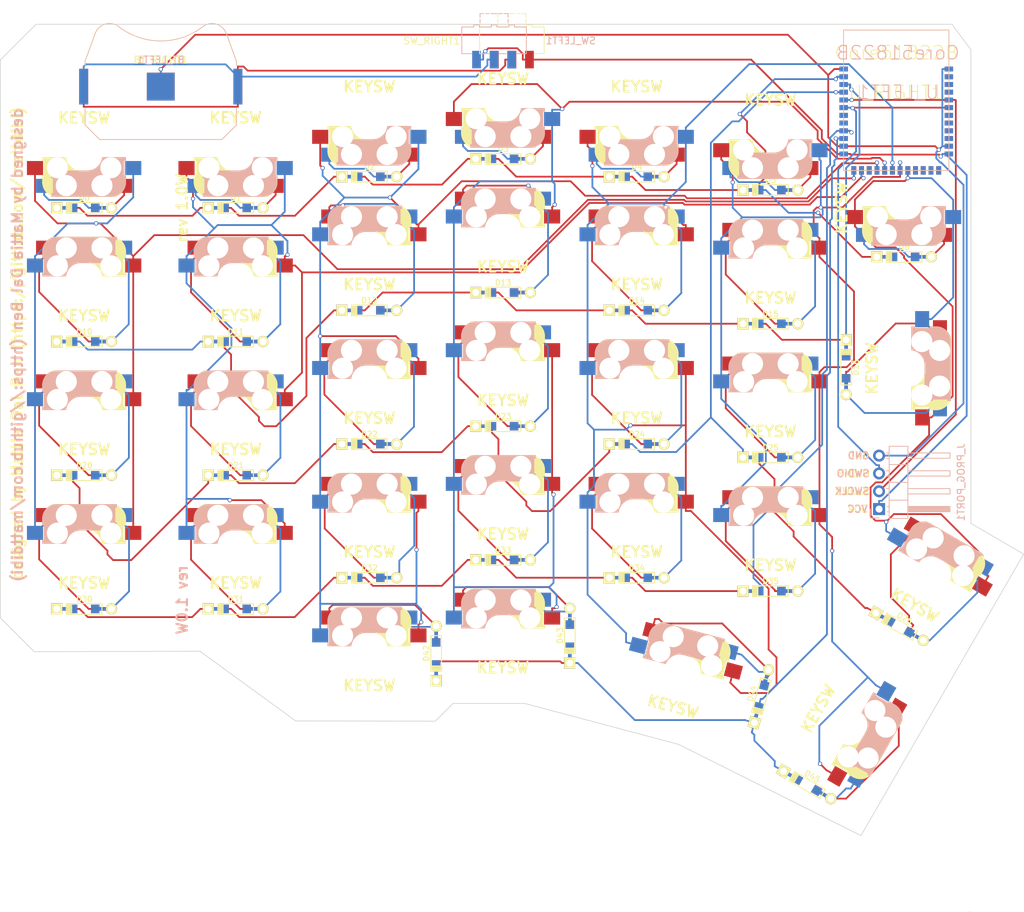
<source format=kicad_pcb>
(kicad_pcb (version 20171130) (host pcbnew "(5.1.2)-2")
  (title_block (title "Redox keyboard PCB") (date 2018-05-05) (rev 1.0) (comment 1 "designed by Mattia Dal Ben (aka u/TiaMaT102)") (comment 2 https://github.com/mattdibi/redox-keyboard))
  (layers (0 F.Cu signal) (31 B.Cu signal) (34 B.Paste user) (35 F.Paste user) (36 B.SilkS user) (37 F.SilkS user) (38 B.Mask user) (39 F.Mask user) (44 Edge.Cuts user))
  (net 0 "")
  (net 1 "Net-(D0-Pad2)")
  (net 2 row0)
  (net 3 "Net-(D1-Pad2)")
  (net 4 "Net-(D2-Pad2)")
  (net 5 "Net-(D3-Pad2)")
  (net 6 "Net-(D4-Pad2)")
  (net 7 "Net-(D5-Pad2)")
  (net 8 "Net-(D6-Pad2)")
  (net 9 "Net-(D10-Pad2)")
  (net 10 row1)
  (net 11 "Net-(D11-Pad2)")
  (net 12 "Net-(D12-Pad2)")
  (net 13 "Net-(D13-Pad2)")
  (net 14 "Net-(D14-Pad2)")
  (net 15 "Net-(D15-Pad2)")
  (net 16 "Net-(D16-Pad2)")
  (net 17 "Net-(D20-Pad2)")
  (net 18 row2)
  (net 19 "Net-(D21-Pad2)")
  (net 20 "Net-(D22-Pad2)")
  (net 21 "Net-(D23-Pad2)")
  (net 22 "Net-(D24-Pad2)")
  (net 23 "Net-(D25-Pad2)")
  (net 24 "Net-(D26-Pad2)")
  (net 25 "Net-(D30-Pad2)")
  (net 26 row3)
  (net 27 "Net-(D31-Pad2)")
  (net 28 "Net-(D32-Pad2)")
  (net 29 "Net-(D33-Pad2)")
  (net 30 "Net-(D34-Pad2)")
  (net 31 "Net-(D35-Pad2)")
  (net 32 row4)
  (net 33 "Net-(D42-Pad2)")
  (net 34 "Net-(D43-Pad2)")
  (net 35 "Net-(D44-Pad2)")
  (net 36 "Net-(D45-Pad2)")
  (net 37 col0)
  (net 38 col1)
  (net 39 col2)
  (net 40 col3)
  (net 41 col4)
  (net 42 col5)
  (net 43 col6)
  (net 44 VCC)
  (net 45 GND)
  (net 46 "Net-(BT_LEFT1-Pad1)")
  (net 47 "Net-(BT_RIGHT1-Pad1)")
  (net 48 SWCLK)
  (net 49 SWDIO)
  (net 50 "Net-(SW_LEFT1-Pad3)")
  (net 51 "Net-(SW_RIGHT1-Pad3)")
  (net 52 "Net-(U_LEFT1-Pad8)")
  (net 53 "Net-(U_LEFT1-Pad7)")
  (net 54 "Net-(U_LEFT1-Pad6)")
  (net 55 "Net-(U_LEFT1-Pad5)")
  (net 56 "Net-(U_LEFT1-Pad36)")
  (net 57 "Net-(U_LEFT1-Pad30)")
  (net 58 "Net-(U_LEFT1-Pad29)")
  (net 59 "Net-(U_LEFT1-Pad26)")
  (net 60 "Net-(U_LEFT1-Pad25)")
  (net 61 "Net-(U_LEFT1-Pad22)")
  (net 62 "Net-(U_LEFT1-Pad15)")
  (net 63 "Net-(U_RIGHT1-Pad8)")
  (net 64 "Net-(U_RIGHT1-Pad7)")
  (net 65 "Net-(U_RIGHT1-Pad6)")
  (net 66 "Net-(U_RIGHT1-Pad5)")
  (net 67 "Net-(U_RIGHT1-Pad36)")
  (net 68 "Net-(U_RIGHT1-Pad30)")
  (net 69 "Net-(U_RIGHT1-Pad29)")
  (net 70 "Net-(U_RIGHT1-Pad26)")
  (net 71 "Net-(U_RIGHT1-Pad25)")
  (net 72 "Net-(U_RIGHT1-Pad22)")
  (net 73 "Net-(U_RIGHT1-Pad15)")
  (net 74 "Net-(U_LEFT1-Pad13)")
  (net 75 "Net-(U_LEFT1-Pad10)")
  (net 76 "Net-(U_LEFT1-Pad9)")
  (net 77 "Net-(U_LEFT1-Pad4)")
  (net 78 "Net-(U_LEFT1-Pad3)")
  (net 79 "Net-(U_LEFT1-Pad2)")
  (net 80 "Net-(U_LEFT1-Pad16)")
  (net 81 "Net-(U_LEFT1-Pad14)")
  (net 82 "Net-(U_RIGHT1-Pad35)")
  (net 83 "Net-(U_RIGHT1-Pad34)")
  (net 84 "Net-(U_RIGHT1-Pad33)")
  (net 85 "Net-(U_RIGHT1-Pad28)")
  (net 86 "Net-(U_RIGHT1-Pad27)")
  (net 87 "Net-(U_RIGHT1-Pad24)")
  (net 88 "Net-(U_RIGHT1-Pad23)")
  (net 89 "Net-(U_RIGHT1-Pad21)")
  (module pcb:CherryMX_MidHeight_Hotswap (layer F.Cu) (at 176.53 141.605 345)
    (fp_text reference K44 hide)
    (fp_text value KEYSW (at 0 4.572 345) (layer F.SilkS) (effects (font (size 1.524 1.524) (thickness 0.3048))))
    (pad "" np_thru_hole circle (at 4.5 0 345) (size 1.7 1.7) (drill 1.7) (layers *.Cu *.Mask))
    (pad "" np_thru_hole circle (at -4.5 0 345) (size 1.7 1.7) (drill 1.7) (layers *.Cu *.Mask))
    (pad 2 smd rect (at 5.7 -5.12 165) (size 2.3 2) (layers B.Cu B.Paste B.Mask) (net 35 "Net-(D44-Pad2)"))
    (pad "" np_thru_hole circle (at -5.08 0 345) (size 1.9 1.9) (drill 1.9) (layers *.Cu *.Mask))
    (pad "" np_thru_hole circle (at 5.08 0 345) (size 1.9 1.9) (drill 1.9) (layers *.Cu *.Mask))
    (pad "" np_thru_hole circle (at 0 0 75) (size 4.1 4.1) (drill 4.1) (layers *.Cu *.Mask))
    (pad "" np_thru_hole circle (at 2.54 -5.08 165) (size 3 3) (drill 3) (layers *.Cu *.Mask))
    (pad "" np_thru_hole circle (at 3.81 -2.540001 165) (size 3 3) (drill 3) (layers *.Cu *.Mask))
    (pad "" np_thru_hole circle (at -2.54 -5.08 165) (size 3 3) (drill 3) (layers *.Cu *.Mask))
    (pad "" np_thru_hole circle (at -3.81 -2.54 165) (size 3 3) (drill 3) (layers *.Cu *.Mask))
    (pad 2 smd rect (at -5.7 -5.12 165) (size 2.3 2) (layers F.Cu F.Paste F.Mask) (net 35 "Net-(D44-Pad2)"))
    (pad 1 smd rect (at 7 -2.58 165) (size 2.3 2) (layers F.Cu F.Paste F.Mask) (net 41 col4))
    (pad 1 smd rect (at -7 -2.58 165) (size 2.3 2) (layers B.Cu B.Paste B.Mask) (net 41 col4))
  )
  (module pcb:CherryMX_MidHeight_Hotswap (layer F.Cu) (at 91.44 123.825)
    (fp_text reference K30 hide)
    (fp_text value KEYSW (at 0 4.572) (layer F.SilkS) (effects (font (size 1.524 1.524) (thickness 0.3048))))
    (pad "" np_thru_hole circle (at 4.5 0) (size 1.7 1.7) (drill 1.7) (layers *.Cu *.Mask))
    (pad "" np_thru_hole circle (at -4.5 0) (size 1.7 1.7) (drill 1.7) (layers *.Cu *.Mask))
    (pad 2 smd rect (at 5.7 -5.12 180) (size 2.3 2) (layers B.Cu B.Paste B.Mask) (net 25 "Net-(D30-Pad2)"))
    (pad "" np_thru_hole circle (at -5.08 0) (size 1.9 1.9) (drill 1.9) (layers *.Cu *.Mask))
    (pad "" np_thru_hole circle (at 5.08 0) (size 1.9 1.9) (drill 1.9) (layers *.Cu *.Mask))
    (pad "" np_thru_hole circle (at 0 0 90) (size 4.1 4.1) (drill 4.1) (layers *.Cu *.Mask))
    (pad "" np_thru_hole circle (at 2.54 -5.08 180) (size 3 3) (drill 3) (layers *.Cu *.Mask))
    (pad "" np_thru_hole circle (at 3.81 -2.540001 180) (size 3 3) (drill 3) (layers *.Cu *.Mask))
    (pad "" np_thru_hole circle (at -2.54 -5.08 180) (size 3 3) (drill 3) (layers *.Cu *.Mask))
    (pad "" np_thru_hole circle (at -3.81 -2.54 180) (size 3 3) (drill 3) (layers *.Cu *.Mask))
    (pad 2 smd rect (at -5.7 -5.12 180) (size 2.3 2) (layers F.Cu F.Paste F.Mask) (net 25 "Net-(D30-Pad2)"))
    (pad 1 smd rect (at 7 -2.58 180) (size 2.3 2) (layers F.Cu F.Paste F.Mask) (net 37 col0))
    (pad 1 smd rect (at -7 -2.58 180) (size 2.3 2) (layers B.Cu B.Paste B.Mask) (net 37 col0))
  )
  (module pcb:CherryMX_MidHeight_Hotswap (layer F.Cu) (at 91.44 104.775)
    (fp_text reference K20 hide)
    (fp_text value KEYSW (at 0 4.572) (layer F.SilkS) (effects (font (size 1.524 1.524) (thickness 0.3048))))
    (pad "" np_thru_hole circle (at 4.5 0) (size 1.7 1.7) (drill 1.7) (layers *.Cu *.Mask))
    (pad "" np_thru_hole circle (at -4.5 0) (size 1.7 1.7) (drill 1.7) (layers *.Cu *.Mask))
    (pad 2 smd rect (at 5.7 -5.12 180) (size 2.3 2) (layers B.Cu B.Paste B.Mask) (net 17 "Net-(D20-Pad2)"))
    (pad "" np_thru_hole circle (at -5.08 0) (size 1.9 1.9) (drill 1.9) (layers *.Cu *.Mask))
    (pad "" np_thru_hole circle (at 5.08 0) (size 1.9 1.9) (drill 1.9) (layers *.Cu *.Mask))
    (pad "" np_thru_hole circle (at 0 0 90) (size 4.1 4.1) (drill 4.1) (layers *.Cu *.Mask))
    (pad "" np_thru_hole circle (at 2.54 -5.08 180) (size 3 3) (drill 3) (layers *.Cu *.Mask))
    (pad "" np_thru_hole circle (at 3.81 -2.540001 180) (size 3 3) (drill 3) (layers *.Cu *.Mask))
    (pad "" np_thru_hole circle (at -2.54 -5.08 180) (size 3 3) (drill 3) (layers *.Cu *.Mask))
    (pad "" np_thru_hole circle (at -3.81 -2.54 180) (size 3 3) (drill 3) (layers *.Cu *.Mask))
    (pad 2 smd rect (at -5.7 -5.12 180) (size 2.3 2) (layers F.Cu F.Paste F.Mask) (net 17 "Net-(D20-Pad2)"))
    (pad 1 smd rect (at 7 -2.58 180) (size 2.3 2) (layers F.Cu F.Paste F.Mask) (net 37 col0))
    (pad 1 smd rect (at -7 -2.58 180) (size 2.3 2) (layers B.Cu B.Paste B.Mask) (net 37 col0))
  )
  (module pcb:CherryMX_MidHeight_Hotswap (layer F.Cu) (at 91.44 85.725)
    (fp_text reference K10 hide)
    (fp_text value KEYSW (at 0 4.572) (layer F.SilkS) (effects (font (size 1.524 1.524) (thickness 0.3048))))
    (pad "" np_thru_hole circle (at 4.5 0) (size 1.7 1.7) (drill 1.7) (layers *.Cu *.Mask))
    (pad "" np_thru_hole circle (at -4.5 0) (size 1.7 1.7) (drill 1.7) (layers *.Cu *.Mask))
    (pad 2 smd rect (at 5.7 -5.12 180) (size 2.3 2) (layers B.Cu B.Paste B.Mask) (net 9 "Net-(D10-Pad2)"))
    (pad "" np_thru_hole circle (at -5.08 0) (size 1.9 1.9) (drill 1.9) (layers *.Cu *.Mask))
    (pad "" np_thru_hole circle (at 5.08 0) (size 1.9 1.9) (drill 1.9) (layers *.Cu *.Mask))
    (pad "" np_thru_hole circle (at 0 0 90) (size 4.1 4.1) (drill 4.1) (layers *.Cu *.Mask))
    (pad "" np_thru_hole circle (at 2.54 -5.08 180) (size 3 3) (drill 3) (layers *.Cu *.Mask))
    (pad "" np_thru_hole circle (at 3.81 -2.540001 180) (size 3 3) (drill 3) (layers *.Cu *.Mask))
    (pad "" np_thru_hole circle (at -2.54 -5.08 180) (size 3 3) (drill 3) (layers *.Cu *.Mask))
    (pad "" np_thru_hole circle (at -3.81 -2.54 180) (size 3 3) (drill 3) (layers *.Cu *.Mask))
    (pad 2 smd rect (at -5.7 -5.12 180) (size 2.3 2) (layers F.Cu F.Paste F.Mask) (net 9 "Net-(D10-Pad2)"))
    (pad 1 smd rect (at 7 -2.58 180) (size 2.3 2) (layers F.Cu F.Paste F.Mask) (net 37 col0))
    (pad 1 smd rect (at -7 -2.58 180) (size 2.3 2) (layers B.Cu B.Paste B.Mask) (net 37 col0))
  )
  (module pcb:CherryMX_MidHeight_Hotswap (layer F.Cu) (at 91.44 66.675 180)
    (fp_text reference K0 hide)
    (fp_text value KEYSW (at 0 4.572 180) (layer F.SilkS) (effects (font (size 1.524 1.524) (thickness 0.3048))))
    (pad "" np_thru_hole circle (at 4.5 0 180) (size 1.7 1.7) (drill 1.7) (layers *.Cu *.Mask))
    (pad "" np_thru_hole circle (at -4.5 0 180) (size 1.7 1.7) (drill 1.7) (layers *.Cu *.Mask))
    (pad 2 smd rect (at 5.7 -5.12) (size 2.3 2) (layers B.Cu B.Paste B.Mask) (net 1 "Net-(D0-Pad2)"))
    (pad "" np_thru_hole circle (at -5.08 0 180) (size 1.9 1.9) (drill 1.9) (layers *.Cu *.Mask))
    (pad "" np_thru_hole circle (at 5.08 0 180) (size 1.9 1.9) (drill 1.9) (layers *.Cu *.Mask))
    (pad "" np_thru_hole circle (at 0 0 270) (size 4.1 4.1) (drill 4.1) (layers *.Cu *.Mask))
    (pad "" np_thru_hole circle (at 2.54 -5.08) (size 3 3) (drill 3) (layers *.Cu *.Mask))
    (pad "" np_thru_hole circle (at 3.81 -2.540001) (size 3 3) (drill 3) (layers *.Cu *.Mask))
    (pad "" np_thru_hole circle (at -2.54 -5.08) (size 3 3) (drill 3) (layers *.Cu *.Mask))
    (pad "" np_thru_hole circle (at -3.81 -2.54) (size 3 3) (drill 3) (layers *.Cu *.Mask))
    (pad 2 smd rect (at -5.7 -5.12) (size 2.3 2) (layers F.Cu F.Paste F.Mask) (net 1 "Net-(D0-Pad2)"))
    (pad 1 smd rect (at 7 -2.58) (size 2.3 2) (layers F.Cu F.Paste F.Mask) (net 37 col0))
    (pad 1 smd rect (at -7 -2.58) (size 2.3 2) (layers B.Cu B.Paste B.Mask) (net 37 col0))
  )
  (module pcb:CherryMX_MidHeight_Hotswap (layer F.Cu) (at 151.13 135.89)
    (fp_text reference K43 hide)
    (fp_text value KEYSW (at 0 4.572) (layer F.SilkS) (effects (font (size 1.524 1.524) (thickness 0.3048))))
    (pad "" np_thru_hole circle (at 4.5 0) (size 1.7 1.7) (drill 1.7) (layers *.Cu *.Mask))
    (pad "" np_thru_hole circle (at -4.5 0) (size 1.7 1.7) (drill 1.7) (layers *.Cu *.Mask))
    (pad 2 smd rect (at 5.7 -5.12 180) (size 2.3 2) (layers B.Cu B.Paste B.Mask) (net 34 "Net-(D43-Pad2)"))
    (pad "" np_thru_hole circle (at -5.08 0) (size 1.9 1.9) (drill 1.9) (layers *.Cu *.Mask))
    (pad "" np_thru_hole circle (at 5.08 0) (size 1.9 1.9) (drill 1.9) (layers *.Cu *.Mask))
    (pad "" np_thru_hole circle (at 0 0 90) (size 4.1 4.1) (drill 4.1) (layers *.Cu *.Mask))
    (pad "" np_thru_hole circle (at 2.54 -5.08 180) (size 3 3) (drill 3) (layers *.Cu *.Mask))
    (pad "" np_thru_hole circle (at 3.81 -2.540001 180) (size 3 3) (drill 3) (layers *.Cu *.Mask))
    (pad "" np_thru_hole circle (at -2.54 -5.08 180) (size 3 3) (drill 3) (layers *.Cu *.Mask))
    (pad "" np_thru_hole circle (at -3.81 -2.54 180) (size 3 3) (drill 3) (layers *.Cu *.Mask))
    (pad 2 smd rect (at -5.7 -5.12 180) (size 2.3 2) (layers F.Cu F.Paste F.Mask) (net 34 "Net-(D43-Pad2)"))
    (pad 1 smd rect (at 7 -2.58 180) (size 2.3 2) (layers F.Cu F.Paste F.Mask) (net 40 col3))
    (pad 1 smd rect (at -7 -2.58 180) (size 2.3 2) (layers B.Cu B.Paste B.Mask) (net 40 col3))
  )
  (module pcb:CherryMX_MidHeight_Hotswap (layer F.Cu) (at 132.08 138.43)
    (fp_text reference K42 hide)
    (fp_text value KEYSW (at 0 4.572) (layer F.SilkS) (effects (font (size 1.524 1.524) (thickness 0.3048))))
    (pad 1 smd rect (at -7 -2.58 180) (size 2.3 2) (layers B.Cu B.Paste B.Mask) (net 39 col2))
    (pad 1 smd rect (at 7 -2.58 180) (size 2.3 2) (layers F.Cu F.Paste F.Mask) (net 39 col2))
    (pad 2 smd rect (at -5.7 -5.12 180) (size 2.3 2) (layers F.Cu F.Paste F.Mask) (net 33 "Net-(D42-Pad2)"))
    (pad "" np_thru_hole circle (at -3.81 -2.54 180) (size 3 3) (drill 3) (layers *.Cu *.Mask))
    (pad "" np_thru_hole circle (at -2.54 -5.08 180) (size 3 3) (drill 3) (layers *.Cu *.Mask))
    (pad "" np_thru_hole circle (at 3.81 -2.540001 180) (size 3 3) (drill 3) (layers *.Cu *.Mask))
    (pad "" np_thru_hole circle (at 2.54 -5.08 180) (size 3 3) (drill 3) (layers *.Cu *.Mask))
    (pad "" np_thru_hole circle (at 0 0 90) (size 4.1 4.1) (drill 4.1) (layers *.Cu *.Mask))
    (pad "" np_thru_hole circle (at 5.08 0) (size 1.9 1.9) (drill 1.9) (layers *.Cu *.Mask))
    (pad "" np_thru_hole circle (at -5.08 0) (size 1.9 1.9) (drill 1.9) (layers *.Cu *.Mask))
    (pad 2 smd rect (at 5.7 -5.12 180) (size 2.3 2) (layers B.Cu B.Paste B.Mask) (net 33 "Net-(D42-Pad2)"))
    (pad "" np_thru_hole circle (at -4.5 0) (size 1.7 1.7) (drill 1.7) (layers *.Cu *.Mask))
    (pad "" np_thru_hole circle (at 4.5 0) (size 1.7 1.7) (drill 1.7) (layers *.Cu *.Mask))
  )
  (module pcb:CherryMX_MidHeight_Hotswap (layer F.Cu) (at 189.23 121.285)
    (fp_text reference K35 hide)
    (fp_text value KEYSW (at 0 4.572) (layer F.SilkS) (effects (font (size 1.524 1.524) (thickness 0.3048))))
    (pad "" np_thru_hole circle (at 4.5 0) (size 1.7 1.7) (drill 1.7) (layers *.Cu *.Mask))
    (pad "" np_thru_hole circle (at -4.5 0) (size 1.7 1.7) (drill 1.7) (layers *.Cu *.Mask))
    (pad 2 smd rect (at 5.7 -5.12 180) (size 2.3 2) (layers B.Cu B.Paste B.Mask) (net 31 "Net-(D35-Pad2)"))
    (pad "" np_thru_hole circle (at -5.08 0) (size 1.9 1.9) (drill 1.9) (layers *.Cu *.Mask))
    (pad "" np_thru_hole circle (at 5.08 0) (size 1.9 1.9) (drill 1.9) (layers *.Cu *.Mask))
    (pad "" np_thru_hole circle (at 0 0 90) (size 4.1 4.1) (drill 4.1) (layers *.Cu *.Mask))
    (pad "" np_thru_hole circle (at 2.54 -5.08 180) (size 3 3) (drill 3) (layers *.Cu *.Mask))
    (pad "" np_thru_hole circle (at 3.81 -2.540001 180) (size 3 3) (drill 3) (layers *.Cu *.Mask))
    (pad "" np_thru_hole circle (at -2.54 -5.08 180) (size 3 3) (drill 3) (layers *.Cu *.Mask))
    (pad "" np_thru_hole circle (at -3.81 -2.54 180) (size 3 3) (drill 3) (layers *.Cu *.Mask))
    (pad 2 smd rect (at -5.7 -5.12 180) (size 2.3 2) (layers F.Cu F.Paste F.Mask) (net 31 "Net-(D35-Pad2)"))
    (pad 1 smd rect (at 7 -2.58 180) (size 2.3 2) (layers F.Cu F.Paste F.Mask) (net 42 col5))
    (pad 1 smd rect (at -7 -2.58 180) (size 2.3 2) (layers B.Cu B.Paste B.Mask) (net 42 col5))
  )
  (module pcb:CherryMX_MidHeight_Hotswap (layer F.Cu) (at 170.18 119.38)
    (fp_text reference K34 hide)
    (fp_text value KEYSW (at 0 4.572) (layer F.SilkS) (effects (font (size 1.524 1.524) (thickness 0.3048))))
    (pad "" np_thru_hole circle (at 4.5 0) (size 1.7 1.7) (drill 1.7) (layers *.Cu *.Mask))
    (pad "" np_thru_hole circle (at -4.5 0) (size 1.7 1.7) (drill 1.7) (layers *.Cu *.Mask))
    (pad 2 smd rect (at 5.7 -5.12 180) (size 2.3 2) (layers B.Cu B.Paste B.Mask) (net 30 "Net-(D34-Pad2)"))
    (pad "" np_thru_hole circle (at -5.08 0) (size 1.9 1.9) (drill 1.9) (layers *.Cu *.Mask))
    (pad "" np_thru_hole circle (at 5.08 0) (size 1.9 1.9) (drill 1.9) (layers *.Cu *.Mask))
    (pad "" np_thru_hole circle (at 0 0 90) (size 4.1 4.1) (drill 4.1) (layers *.Cu *.Mask))
    (pad "" np_thru_hole circle (at 2.54 -5.08 180) (size 3 3) (drill 3) (layers *.Cu *.Mask))
    (pad "" np_thru_hole circle (at 3.81 -2.540001 180) (size 3 3) (drill 3) (layers *.Cu *.Mask))
    (pad "" np_thru_hole circle (at -2.54 -5.08 180) (size 3 3) (drill 3) (layers *.Cu *.Mask))
    (pad "" np_thru_hole circle (at -3.81 -2.54 180) (size 3 3) (drill 3) (layers *.Cu *.Mask))
    (pad 2 smd rect (at -5.7 -5.12 180) (size 2.3 2) (layers F.Cu F.Paste F.Mask) (net 30 "Net-(D34-Pad2)"))
    (pad 1 smd rect (at 7 -2.58 180) (size 2.3 2) (layers F.Cu F.Paste F.Mask) (net 41 col4))
    (pad 1 smd rect (at -7 -2.58 180) (size 2.3 2) (layers B.Cu B.Paste B.Mask) (net 41 col4))
  )
  (module pcb:CherryMX_MidHeight_Hotswap (layer F.Cu) (at 151.13 116.84)
    (fp_text reference K33 hide)
    (fp_text value KEYSW (at 0 4.572) (layer F.SilkS) (effects (font (size 1.524 1.524) (thickness 0.3048))))
    (pad "" np_thru_hole circle (at 4.5 0) (size 1.7 1.7) (drill 1.7) (layers *.Cu *.Mask))
    (pad "" np_thru_hole circle (at -4.5 0) (size 1.7 1.7) (drill 1.7) (layers *.Cu *.Mask))
    (pad 2 smd rect (at 5.7 -5.12 180) (size 2.3 2) (layers B.Cu B.Paste B.Mask) (net 29 "Net-(D33-Pad2)"))
    (pad "" np_thru_hole circle (at -5.08 0) (size 1.9 1.9) (drill 1.9) (layers *.Cu *.Mask))
    (pad "" np_thru_hole circle (at 5.08 0) (size 1.9 1.9) (drill 1.9) (layers *.Cu *.Mask))
    (pad "" np_thru_hole circle (at 0 0 90) (size 4.1 4.1) (drill 4.1) (layers *.Cu *.Mask))
    (pad "" np_thru_hole circle (at 2.54 -5.08 180) (size 3 3) (drill 3) (layers *.Cu *.Mask))
    (pad "" np_thru_hole circle (at 3.81 -2.540001 180) (size 3 3) (drill 3) (layers *.Cu *.Mask))
    (pad "" np_thru_hole circle (at -2.54 -5.08 180) (size 3 3) (drill 3) (layers *.Cu *.Mask))
    (pad "" np_thru_hole circle (at -3.81 -2.54 180) (size 3 3) (drill 3) (layers *.Cu *.Mask))
    (pad 2 smd rect (at -5.7 -5.12 180) (size 2.3 2) (layers F.Cu F.Paste F.Mask) (net 29 "Net-(D33-Pad2)"))
    (pad 1 smd rect (at 7 -2.58 180) (size 2.3 2) (layers F.Cu F.Paste F.Mask) (net 40 col3))
    (pad 1 smd rect (at -7 -2.58 180) (size 2.3 2) (layers B.Cu B.Paste B.Mask) (net 40 col3))
  )
  (module pcb:CherryMX_MidHeight_Hotswap (layer F.Cu) (at 132.08 119.38)
    (fp_text reference K32 hide)
    (fp_text value KEYSW (at 0 4.572) (layer F.SilkS) (effects (font (size 1.524 1.524) (thickness 0.3048))))
    (pad "" np_thru_hole circle (at 4.5 0) (size 1.7 1.7) (drill 1.7) (layers *.Cu *.Mask))
    (pad "" np_thru_hole circle (at -4.5 0) (size 1.7 1.7) (drill 1.7) (layers *.Cu *.Mask))
    (pad 2 smd rect (at 5.7 -5.12 180) (size 2.3 2) (layers B.Cu B.Paste B.Mask) (net 28 "Net-(D32-Pad2)"))
    (pad "" np_thru_hole circle (at -5.08 0) (size 1.9 1.9) (drill 1.9) (layers *.Cu *.Mask))
    (pad "" np_thru_hole circle (at 5.08 0) (size 1.9 1.9) (drill 1.9) (layers *.Cu *.Mask))
    (pad "" np_thru_hole circle (at 0 0 90) (size 4.1 4.1) (drill 4.1) (layers *.Cu *.Mask))
    (pad "" np_thru_hole circle (at 2.54 -5.08 180) (size 3 3) (drill 3) (layers *.Cu *.Mask))
    (pad "" np_thru_hole circle (at 3.81 -2.540001 180) (size 3 3) (drill 3) (layers *.Cu *.Mask))
    (pad "" np_thru_hole circle (at -2.54 -5.08 180) (size 3 3) (drill 3) (layers *.Cu *.Mask))
    (pad "" np_thru_hole circle (at -3.81 -2.54 180) (size 3 3) (drill 3) (layers *.Cu *.Mask))
    (pad 2 smd rect (at -5.7 -5.12 180) (size 2.3 2) (layers F.Cu F.Paste F.Mask) (net 28 "Net-(D32-Pad2)"))
    (pad 1 smd rect (at 7 -2.58 180) (size 2.3 2) (layers F.Cu F.Paste F.Mask) (net 39 col2))
    (pad 1 smd rect (at -7 -2.58 180) (size 2.3 2) (layers B.Cu B.Paste B.Mask) (net 39 col2))
  )
  (module pcb:CherryMX_MidHeight_Hotswap (layer F.Cu) (at 113.03 123.825)
    (fp_text reference K31 hide)
    (fp_text value KEYSW (at 0 4.572) (layer F.SilkS) (effects (font (size 1.524 1.524) (thickness 0.3048))))
    (pad "" np_thru_hole circle (at 4.5 0) (size 1.7 1.7) (drill 1.7) (layers *.Cu *.Mask))
    (pad "" np_thru_hole circle (at -4.5 0) (size 1.7 1.7) (drill 1.7) (layers *.Cu *.Mask))
    (pad 2 smd rect (at 5.7 -5.12 180) (size 2.3 2) (layers B.Cu B.Paste B.Mask) (net 27 "Net-(D31-Pad2)"))
    (pad "" np_thru_hole circle (at -5.08 0) (size 1.9 1.9) (drill 1.9) (layers *.Cu *.Mask))
    (pad "" np_thru_hole circle (at 5.08 0) (size 1.9 1.9) (drill 1.9) (layers *.Cu *.Mask))
    (pad "" np_thru_hole circle (at 0 0 90) (size 4.1 4.1) (drill 4.1) (layers *.Cu *.Mask))
    (pad "" np_thru_hole circle (at 2.54 -5.08 180) (size 3 3) (drill 3) (layers *.Cu *.Mask))
    (pad "" np_thru_hole circle (at 3.81 -2.540001 180) (size 3 3) (drill 3) (layers *.Cu *.Mask))
    (pad "" np_thru_hole circle (at -2.54 -5.08 180) (size 3 3) (drill 3) (layers *.Cu *.Mask))
    (pad "" np_thru_hole circle (at -3.81 -2.54 180) (size 3 3) (drill 3) (layers *.Cu *.Mask))
    (pad 2 smd rect (at -5.7 -5.12 180) (size 2.3 2) (layers F.Cu F.Paste F.Mask) (net 27 "Net-(D31-Pad2)"))
    (pad 1 smd rect (at 7 -2.58 180) (size 2.3 2) (layers F.Cu F.Paste F.Mask) (net 38 col1))
    (pad 1 smd rect (at -7 -2.58 180) (size 2.3 2) (layers B.Cu B.Paste B.Mask) (net 38 col1))
  )
  (module pcb:CherryMX_MidHeight_Hotswap (layer F.Cu) (at 212.09 127.635 330)
    (fp_text reference K26 hide)
    (fp_text value KEYSW (at 0 4.572 330) (layer F.SilkS) (effects (font (size 1.524 1.524) (thickness 0.3048))))
    (pad "" np_thru_hole circle (at 4.5 0 330) (size 1.7 1.7) (drill 1.7) (layers *.Cu *.Mask))
    (pad "" np_thru_hole circle (at -4.5 0 330) (size 1.7 1.7) (drill 1.7) (layers *.Cu *.Mask))
    (pad 2 smd rect (at 5.7 -5.12 150) (size 2.3 2) (layers B.Cu B.Paste B.Mask) (net 24 "Net-(D26-Pad2)"))
    (pad "" np_thru_hole circle (at -5.08 0 330) (size 1.9 1.9) (drill 1.9) (layers *.Cu *.Mask))
    (pad "" np_thru_hole circle (at 5.08 0 330) (size 1.9 1.9) (drill 1.9) (layers *.Cu *.Mask))
    (pad "" np_thru_hole circle (at 0 0 60) (size 4.1 4.1) (drill 4.1) (layers *.Cu *.Mask))
    (pad "" np_thru_hole circle (at 2.54 -5.08 150) (size 3 3) (drill 3) (layers *.Cu *.Mask))
    (pad "" np_thru_hole circle (at 3.81 -2.540001 150) (size 3 3) (drill 3) (layers *.Cu *.Mask))
    (pad "" np_thru_hole circle (at -2.54 -5.08 150) (size 3 3) (drill 3) (layers *.Cu *.Mask))
    (pad "" np_thru_hole circle (at -3.81 -2.54 150) (size 3 3) (drill 3) (layers *.Cu *.Mask))
    (pad 2 smd rect (at -5.7 -5.12 150) (size 2.3 2) (layers F.Cu F.Paste F.Mask) (net 24 "Net-(D26-Pad2)"))
    (pad 1 smd rect (at 7 -2.58 150) (size 2.3 2) (layers F.Cu F.Paste F.Mask) (net 43 col6))
    (pad 1 smd rect (at -7 -2.58 150) (size 2.3 2) (layers B.Cu B.Paste B.Mask) (net 43 col6))
  )
  (module pcb:CherryMX_MidHeight_Hotswap (layer F.Cu) (at 189.23 102.235)
    (fp_text reference K25 hide)
    (fp_text value KEYSW (at 0 4.572) (layer F.SilkS) (effects (font (size 1.524 1.524) (thickness 0.3048))))
    (pad "" np_thru_hole circle (at 4.5 0) (size 1.7 1.7) (drill 1.7) (layers *.Cu *.Mask))
    (pad "" np_thru_hole circle (at -4.5 0) (size 1.7 1.7) (drill 1.7) (layers *.Cu *.Mask))
    (pad 2 smd rect (at 5.7 -5.12 180) (size 2.3 2) (layers B.Cu B.Paste B.Mask) (net 23 "Net-(D25-Pad2)"))
    (pad "" np_thru_hole circle (at -5.08 0) (size 1.9 1.9) (drill 1.9) (layers *.Cu *.Mask))
    (pad "" np_thru_hole circle (at 5.08 0) (size 1.9 1.9) (drill 1.9) (layers *.Cu *.Mask))
    (pad "" np_thru_hole circle (at 0 0 90) (size 4.1 4.1) (drill 4.1) (layers *.Cu *.Mask))
    (pad "" np_thru_hole circle (at 2.54 -5.08 180) (size 3 3) (drill 3) (layers *.Cu *.Mask))
    (pad "" np_thru_hole circle (at 3.81 -2.540001 180) (size 3 3) (drill 3) (layers *.Cu *.Mask))
    (pad "" np_thru_hole circle (at -2.54 -5.08 180) (size 3 3) (drill 3) (layers *.Cu *.Mask))
    (pad "" np_thru_hole circle (at -3.81 -2.54 180) (size 3 3) (drill 3) (layers *.Cu *.Mask))
    (pad 2 smd rect (at -5.7 -5.12 180) (size 2.3 2) (layers F.Cu F.Paste F.Mask) (net 23 "Net-(D25-Pad2)"))
    (pad 1 smd rect (at 7 -2.58 180) (size 2.3 2) (layers F.Cu F.Paste F.Mask) (net 42 col5))
    (pad 1 smd rect (at -7 -2.58 180) (size 2.3 2) (layers B.Cu B.Paste B.Mask) (net 42 col5))
  )
  (module pcb:CherryMX_MidHeight_Hotswap (layer F.Cu) (at 170.18 100.33)
    (fp_text reference K24 hide)
    (fp_text value KEYSW (at 0 4.572) (layer F.SilkS) (effects (font (size 1.524 1.524) (thickness 0.3048))))
    (pad "" np_thru_hole circle (at 4.5 0) (size 1.7 1.7) (drill 1.7) (layers *.Cu *.Mask))
    (pad "" np_thru_hole circle (at -4.5 0) (size 1.7 1.7) (drill 1.7) (layers *.Cu *.Mask))
    (pad 2 smd rect (at 5.7 -5.12 180) (size 2.3 2) (layers B.Cu B.Paste B.Mask) (net 22 "Net-(D24-Pad2)"))
    (pad "" np_thru_hole circle (at -5.08 0) (size 1.9 1.9) (drill 1.9) (layers *.Cu *.Mask))
    (pad "" np_thru_hole circle (at 5.08 0) (size 1.9 1.9) (drill 1.9) (layers *.Cu *.Mask))
    (pad "" np_thru_hole circle (at 0 0 90) (size 4.1 4.1) (drill 4.1) (layers *.Cu *.Mask))
    (pad "" np_thru_hole circle (at 2.54 -5.08 180) (size 3 3) (drill 3) (layers *.Cu *.Mask))
    (pad "" np_thru_hole circle (at 3.81 -2.540001 180) (size 3 3) (drill 3) (layers *.Cu *.Mask))
    (pad "" np_thru_hole circle (at -2.54 -5.08 180) (size 3 3) (drill 3) (layers *.Cu *.Mask))
    (pad "" np_thru_hole circle (at -3.81 -2.54 180) (size 3 3) (drill 3) (layers *.Cu *.Mask))
    (pad 2 smd rect (at -5.7 -5.12 180) (size 2.3 2) (layers F.Cu F.Paste F.Mask) (net 22 "Net-(D24-Pad2)"))
    (pad 1 smd rect (at 7 -2.58 180) (size 2.3 2) (layers F.Cu F.Paste F.Mask) (net 41 col4))
    (pad 1 smd rect (at -7 -2.58 180) (size 2.3 2) (layers B.Cu B.Paste B.Mask) (net 41 col4))
  )
  (module pcb:CherryMX_MidHeight_Hotswap (layer F.Cu) (at 151.13 97.79)
    (fp_text reference K23 hide)
    (fp_text value KEYSW (at 0 4.572) (layer F.SilkS) (effects (font (size 1.524 1.524) (thickness 0.3048))))
    (pad "" np_thru_hole circle (at 4.5 0) (size 1.7 1.7) (drill 1.7) (layers *.Cu *.Mask))
    (pad "" np_thru_hole circle (at -4.5 0) (size 1.7 1.7) (drill 1.7) (layers *.Cu *.Mask))
    (pad 2 smd rect (at 5.7 -5.12 180) (size 2.3 2) (layers B.Cu B.Paste B.Mask) (net 21 "Net-(D23-Pad2)"))
    (pad "" np_thru_hole circle (at -5.08 0) (size 1.9 1.9) (drill 1.9) (layers *.Cu *.Mask))
    (pad "" np_thru_hole circle (at 5.08 0) (size 1.9 1.9) (drill 1.9) (layers *.Cu *.Mask))
    (pad "" np_thru_hole circle (at 0 0 90) (size 4.1 4.1) (drill 4.1) (layers *.Cu *.Mask))
    (pad "" np_thru_hole circle (at 2.54 -5.08 180) (size 3 3) (drill 3) (layers *.Cu *.Mask))
    (pad "" np_thru_hole circle (at 3.81 -2.540001 180) (size 3 3) (drill 3) (layers *.Cu *.Mask))
    (pad "" np_thru_hole circle (at -2.54 -5.08 180) (size 3 3) (drill 3) (layers *.Cu *.Mask))
    (pad "" np_thru_hole circle (at -3.81 -2.54 180) (size 3 3) (drill 3) (layers *.Cu *.Mask))
    (pad 2 smd rect (at -5.7 -5.12 180) (size 2.3 2) (layers F.Cu F.Paste F.Mask) (net 21 "Net-(D23-Pad2)"))
    (pad 1 smd rect (at 7 -2.58 180) (size 2.3 2) (layers F.Cu F.Paste F.Mask) (net 40 col3))
    (pad 1 smd rect (at -7 -2.58 180) (size 2.3 2) (layers B.Cu B.Paste B.Mask) (net 40 col3))
  )
  (module pcb:CherryMX_MidHeight_Hotswap (layer F.Cu) (at 132.08 100.33)
    (fp_text reference K22 hide)
    (fp_text value KEYSW (at 0 4.572) (layer F.SilkS) (effects (font (size 1.524 1.524) (thickness 0.3048))))
    (pad "" np_thru_hole circle (at 4.5 0) (size 1.7 1.7) (drill 1.7) (layers *.Cu *.Mask))
    (pad "" np_thru_hole circle (at -4.5 0) (size 1.7 1.7) (drill 1.7) (layers *.Cu *.Mask))
    (pad 2 smd rect (at 5.7 -5.12 180) (size 2.3 2) (layers B.Cu B.Paste B.Mask) (net 20 "Net-(D22-Pad2)"))
    (pad "" np_thru_hole circle (at -5.08 0) (size 1.9 1.9) (drill 1.9) (layers *.Cu *.Mask))
    (pad "" np_thru_hole circle (at 5.08 0) (size 1.9 1.9) (drill 1.9) (layers *.Cu *.Mask))
    (pad "" np_thru_hole circle (at 0 0 90) (size 4.1 4.1) (drill 4.1) (layers *.Cu *.Mask))
    (pad "" np_thru_hole circle (at 2.54 -5.08 180) (size 3 3) (drill 3) (layers *.Cu *.Mask))
    (pad "" np_thru_hole circle (at 3.81 -2.540001 180) (size 3 3) (drill 3) (layers *.Cu *.Mask))
    (pad "" np_thru_hole circle (at -2.54 -5.08 180) (size 3 3) (drill 3) (layers *.Cu *.Mask))
    (pad "" np_thru_hole circle (at -3.81 -2.54 180) (size 3 3) (drill 3) (layers *.Cu *.Mask))
    (pad 2 smd rect (at -5.7 -5.12 180) (size 2.3 2) (layers F.Cu F.Paste F.Mask) (net 20 "Net-(D22-Pad2)"))
    (pad 1 smd rect (at 7 -2.58 180) (size 2.3 2) (layers F.Cu F.Paste F.Mask) (net 39 col2))
    (pad 1 smd rect (at -7 -2.58 180) (size 2.3 2) (layers B.Cu B.Paste B.Mask) (net 39 col2))
  )
  (module pcb:CherryMX_MidHeight_Hotswap (layer F.Cu) (at 113.03 104.775)
    (fp_text reference K21 hide)
    (fp_text value KEYSW (at 0 4.572) (layer F.SilkS) (effects (font (size 1.524 1.524) (thickness 0.3048))))
    (pad "" np_thru_hole circle (at 4.5 0) (size 1.7 1.7) (drill 1.7) (layers *.Cu *.Mask))
    (pad "" np_thru_hole circle (at -4.5 0) (size 1.7 1.7) (drill 1.7) (layers *.Cu *.Mask))
    (pad 2 smd rect (at 5.7 -5.12 180) (size 2.3 2) (layers B.Cu B.Paste B.Mask) (net 19 "Net-(D21-Pad2)"))
    (pad "" np_thru_hole circle (at -5.08 0) (size 1.9 1.9) (drill 1.9) (layers *.Cu *.Mask))
    (pad "" np_thru_hole circle (at 5.08 0) (size 1.9 1.9) (drill 1.9) (layers *.Cu *.Mask))
    (pad "" np_thru_hole circle (at 0 0 90) (size 4.1 4.1) (drill 4.1) (layers *.Cu *.Mask))
    (pad "" np_thru_hole circle (at 2.54 -5.08 180) (size 3 3) (drill 3) (layers *.Cu *.Mask))
    (pad "" np_thru_hole circle (at 3.81 -2.540001 180) (size 3 3) (drill 3) (layers *.Cu *.Mask))
    (pad "" np_thru_hole circle (at -2.54 -5.08 180) (size 3 3) (drill 3) (layers *.Cu *.Mask))
    (pad "" np_thru_hole circle (at -3.81 -2.54 180) (size 3 3) (drill 3) (layers *.Cu *.Mask))
    (pad 2 smd rect (at -5.7 -5.12 180) (size 2.3 2) (layers F.Cu F.Paste F.Mask) (net 19 "Net-(D21-Pad2)"))
    (pad 1 smd rect (at 7 -2.58 180) (size 2.3 2) (layers F.Cu F.Paste F.Mask) (net 38 col1))
    (pad 1 smd rect (at -7 -2.58 180) (size 2.3 2) (layers B.Cu B.Paste B.Mask) (net 38 col1))
  )
  (module pcb:CherryMX_MidHeight_Hotswap (layer F.Cu) (at 189.23 83.185)
    (fp_text reference K15 hide)
    (fp_text value KEYSW (at 0 4.572) (layer F.SilkS) (effects (font (size 1.524 1.524) (thickness 0.3048))))
    (pad "" np_thru_hole circle (at 4.5 0) (size 1.7 1.7) (drill 1.7) (layers *.Cu *.Mask))
    (pad "" np_thru_hole circle (at -4.5 0) (size 1.7 1.7) (drill 1.7) (layers *.Cu *.Mask))
    (pad 2 smd rect (at 5.7 -5.12 180) (size 2.3 2) (layers B.Cu B.Paste B.Mask) (net 15 "Net-(D15-Pad2)"))
    (pad "" np_thru_hole circle (at -5.08 0) (size 1.9 1.9) (drill 1.9) (layers *.Cu *.Mask))
    (pad "" np_thru_hole circle (at 5.08 0) (size 1.9 1.9) (drill 1.9) (layers *.Cu *.Mask))
    (pad "" np_thru_hole circle (at 0 0 90) (size 4.1 4.1) (drill 4.1) (layers *.Cu *.Mask))
    (pad "" np_thru_hole circle (at 2.54 -5.08 180) (size 3 3) (drill 3) (layers *.Cu *.Mask))
    (pad "" np_thru_hole circle (at 3.81 -2.540001 180) (size 3 3) (drill 3) (layers *.Cu *.Mask))
    (pad "" np_thru_hole circle (at -2.54 -5.08 180) (size 3 3) (drill 3) (layers *.Cu *.Mask))
    (pad "" np_thru_hole circle (at -3.81 -2.54 180) (size 3 3) (drill 3) (layers *.Cu *.Mask))
    (pad 2 smd rect (at -5.7 -5.12 180) (size 2.3 2) (layers F.Cu F.Paste F.Mask) (net 15 "Net-(D15-Pad2)"))
    (pad 1 smd rect (at 7 -2.58 180) (size 2.3 2) (layers F.Cu F.Paste F.Mask) (net 42 col5))
    (pad 1 smd rect (at -7 -2.58 180) (size 2.3 2) (layers B.Cu B.Paste B.Mask) (net 42 col5))
  )
  (module pcb:CherryMX_MidHeight_Hotswap (layer F.Cu) (at 170.18 81.28)
    (fp_text reference K14 hide)
    (fp_text value KEYSW (at 0 4.572) (layer F.SilkS) (effects (font (size 1.524 1.524) (thickness 0.3048))))
    (pad "" np_thru_hole circle (at 4.5 0) (size 1.7 1.7) (drill 1.7) (layers *.Cu *.Mask))
    (pad "" np_thru_hole circle (at -4.5 0) (size 1.7 1.7) (drill 1.7) (layers *.Cu *.Mask))
    (pad 2 smd rect (at 5.7 -5.12 180) (size 2.3 2) (layers B.Cu B.Paste B.Mask) (net 14 "Net-(D14-Pad2)"))
    (pad "" np_thru_hole circle (at -5.08 0) (size 1.9 1.9) (drill 1.9) (layers *.Cu *.Mask))
    (pad "" np_thru_hole circle (at 5.08 0) (size 1.9 1.9) (drill 1.9) (layers *.Cu *.Mask))
    (pad "" np_thru_hole circle (at 0 0 90) (size 4.1 4.1) (drill 4.1) (layers *.Cu *.Mask))
    (pad "" np_thru_hole circle (at 2.54 -5.08 180) (size 3 3) (drill 3) (layers *.Cu *.Mask))
    (pad "" np_thru_hole circle (at 3.81 -2.540001 180) (size 3 3) (drill 3) (layers *.Cu *.Mask))
    (pad "" np_thru_hole circle (at -2.54 -5.08 180) (size 3 3) (drill 3) (layers *.Cu *.Mask))
    (pad "" np_thru_hole circle (at -3.81 -2.54 180) (size 3 3) (drill 3) (layers *.Cu *.Mask))
    (pad 2 smd rect (at -5.7 -5.12 180) (size 2.3 2) (layers F.Cu F.Paste F.Mask) (net 14 "Net-(D14-Pad2)"))
    (pad 1 smd rect (at 7 -2.58 180) (size 2.3 2) (layers F.Cu F.Paste F.Mask) (net 41 col4))
    (pad 1 smd rect (at -7 -2.58 180) (size 2.3 2) (layers B.Cu B.Paste B.Mask) (net 41 col4))
  )
  (module pcb:CherryMX_MidHeight_Hotswap (layer F.Cu) (at 151.13 78.74)
    (fp_text reference K13 hide)
    (fp_text value KEYSW (at 0 4.572) (layer F.SilkS) (effects (font (size 1.524 1.524) (thickness 0.3048))))
    (pad "" np_thru_hole circle (at 4.5 0) (size 1.7 1.7) (drill 1.7) (layers *.Cu *.Mask))
    (pad "" np_thru_hole circle (at -4.5 0) (size 1.7 1.7) (drill 1.7) (layers *.Cu *.Mask))
    (pad 2 smd rect (at 5.7 -5.12 180) (size 2.3 2) (layers B.Cu B.Paste B.Mask) (net 13 "Net-(D13-Pad2)"))
    (pad "" np_thru_hole circle (at -5.08 0) (size 1.9 1.9) (drill 1.9) (layers *.Cu *.Mask))
    (pad "" np_thru_hole circle (at 5.08 0) (size 1.9 1.9) (drill 1.9) (layers *.Cu *.Mask))
    (pad "" np_thru_hole circle (at 0 0 90) (size 4.1 4.1) (drill 4.1) (layers *.Cu *.Mask))
    (pad "" np_thru_hole circle (at 2.54 -5.08 180) (size 3 3) (drill 3) (layers *.Cu *.Mask))
    (pad "" np_thru_hole circle (at 3.81 -2.540001 180) (size 3 3) (drill 3) (layers *.Cu *.Mask))
    (pad "" np_thru_hole circle (at -2.54 -5.08 180) (size 3 3) (drill 3) (layers *.Cu *.Mask))
    (pad "" np_thru_hole circle (at -3.81 -2.54 180) (size 3 3) (drill 3) (layers *.Cu *.Mask))
    (pad 2 smd rect (at -5.7 -5.12 180) (size 2.3 2) (layers F.Cu F.Paste F.Mask) (net 13 "Net-(D13-Pad2)"))
    (pad 1 smd rect (at 7 -2.58 180) (size 2.3 2) (layers F.Cu F.Paste F.Mask) (net 40 col3))
    (pad 1 smd rect (at -7 -2.58 180) (size 2.3 2) (layers B.Cu B.Paste B.Mask) (net 40 col3))
  )
  (module pcb:CherryMX_MidHeight_Hotswap (layer F.Cu) (at 132.08 81.28)
    (fp_text reference K12 hide)
    (fp_text value KEYSW (at 0 4.572) (layer F.SilkS) (effects (font (size 1.524 1.524) (thickness 0.3048))))
    (pad "" np_thru_hole circle (at 4.5 0) (size 1.7 1.7) (drill 1.7) (layers *.Cu *.Mask))
    (pad "" np_thru_hole circle (at -4.5 0) (size 1.7 1.7) (drill 1.7) (layers *.Cu *.Mask))
    (pad 2 smd rect (at 5.7 -5.12 180) (size 2.3 2) (layers B.Cu B.Paste B.Mask) (net 12 "Net-(D12-Pad2)"))
    (pad "" np_thru_hole circle (at -5.08 0) (size 1.9 1.9) (drill 1.9) (layers *.Cu *.Mask))
    (pad "" np_thru_hole circle (at 5.08 0) (size 1.9 1.9) (drill 1.9) (layers *.Cu *.Mask))
    (pad "" np_thru_hole circle (at 0 0 90) (size 4.1 4.1) (drill 4.1) (layers *.Cu *.Mask))
    (pad "" np_thru_hole circle (at 2.54 -5.08 180) (size 3 3) (drill 3) (layers *.Cu *.Mask))
    (pad "" np_thru_hole circle (at 3.81 -2.540001 180) (size 3 3) (drill 3) (layers *.Cu *.Mask))
    (pad "" np_thru_hole circle (at -2.54 -5.08 180) (size 3 3) (drill 3) (layers *.Cu *.Mask))
    (pad "" np_thru_hole circle (at -3.81 -2.54 180) (size 3 3) (drill 3) (layers *.Cu *.Mask))
    (pad 2 smd rect (at -5.7 -5.12 180) (size 2.3 2) (layers F.Cu F.Paste F.Mask) (net 12 "Net-(D12-Pad2)"))
    (pad 1 smd rect (at 7 -2.58 180) (size 2.3 2) (layers F.Cu F.Paste F.Mask) (net 39 col2))
    (pad 1 smd rect (at -7 -2.58 180) (size 2.3 2) (layers B.Cu B.Paste B.Mask) (net 39 col2))
  )
  (module pcb:CherryMX_MidHeight_Hotswap (layer F.Cu) (at 113.03 85.725)
    (fp_text reference K11 hide)
    (fp_text value KEYSW (at 0 4.572) (layer F.SilkS) (effects (font (size 1.524 1.524) (thickness 0.3048))))
    (pad "" np_thru_hole circle (at 4.5 0) (size 1.7 1.7) (drill 1.7) (layers *.Cu *.Mask))
    (pad "" np_thru_hole circle (at -4.5 0) (size 1.7 1.7) (drill 1.7) (layers *.Cu *.Mask))
    (pad 2 smd rect (at 5.7 -5.12 180) (size 2.3 2) (layers B.Cu B.Paste B.Mask) (net 11 "Net-(D11-Pad2)"))
    (pad "" np_thru_hole circle (at -5.08 0) (size 1.9 1.9) (drill 1.9) (layers *.Cu *.Mask))
    (pad "" np_thru_hole circle (at 5.08 0) (size 1.9 1.9) (drill 1.9) (layers *.Cu *.Mask))
    (pad "" np_thru_hole circle (at 0 0 90) (size 4.1 4.1) (drill 4.1) (layers *.Cu *.Mask))
    (pad "" np_thru_hole circle (at 2.54 -5.08 180) (size 3 3) (drill 3) (layers *.Cu *.Mask))
    (pad "" np_thru_hole circle (at 3.81 -2.540001 180) (size 3 3) (drill 3) (layers *.Cu *.Mask))
    (pad "" np_thru_hole circle (at -2.54 -5.08 180) (size 3 3) (drill 3) (layers *.Cu *.Mask))
    (pad "" np_thru_hole circle (at -3.81 -2.54 180) (size 3 3) (drill 3) (layers *.Cu *.Mask))
    (pad 2 smd rect (at -5.7 -5.12 180) (size 2.3 2) (layers F.Cu F.Paste F.Mask) (net 11 "Net-(D11-Pad2)"))
    (pad 1 smd rect (at 7 -2.58 180) (size 2.3 2) (layers F.Cu F.Paste F.Mask) (net 38 col1))
    (pad 1 smd rect (at -7 -2.58 180) (size 2.3 2) (layers B.Cu B.Paste B.Mask) (net 38 col1))
  )
  (module pcb:CherryMX_MidHeight_Hotswap (layer F.Cu) (at 208.28 73.66 180)
    (fp_text reference K6 hide)
    (fp_text value KEYSW (at 8.89 -1.27 270) (layer F.SilkS) (effects (font (size 1.524 1.524) (thickness 0.3048))))
    (pad "" np_thru_hole circle (at 4.5 0 180) (size 1.7 1.7) (drill 1.7) (layers *.Cu *.Mask))
    (pad "" np_thru_hole circle (at -4.5 0 180) (size 1.7 1.7) (drill 1.7) (layers *.Cu *.Mask))
    (pad 2 smd rect (at 5.7 -5.12) (size 2.3 2) (layers B.Cu B.Paste B.Mask) (net 8 "Net-(D6-Pad2)"))
    (pad "" np_thru_hole circle (at -5.08 0 180) (size 1.9 1.9) (drill 1.9) (layers *.Cu *.Mask))
    (pad "" np_thru_hole circle (at 5.08 0 180) (size 1.9 1.9) (drill 1.9) (layers *.Cu *.Mask))
    (pad "" np_thru_hole circle (at 0 0 270) (size 4.1 4.1) (drill 4.1) (layers *.Cu *.Mask))
    (pad "" np_thru_hole circle (at 2.54 -5.08) (size 3 3) (drill 3) (layers *.Cu *.Mask))
    (pad "" np_thru_hole circle (at 3.81 -2.540001) (size 3 3) (drill 3) (layers *.Cu *.Mask))
    (pad "" np_thru_hole circle (at -2.54 -5.08) (size 3 3) (drill 3) (layers *.Cu *.Mask))
    (pad "" np_thru_hole circle (at -3.81 -2.54) (size 3 3) (drill 3) (layers *.Cu *.Mask))
    (pad 2 smd rect (at -5.7 -5.12) (size 2.3 2) (layers F.Cu F.Paste F.Mask) (net 8 "Net-(D6-Pad2)"))
    (pad 1 smd rect (at 7 -2.58) (size 2.3 2) (layers F.Cu F.Paste F.Mask) (net 43 col6))
    (pad 1 smd rect (at -7 -2.58) (size 2.3 2) (layers B.Cu B.Paste B.Mask) (net 43 col6))
  )
  (module pcb:CherryMX_MidHeight_Hotswap (layer F.Cu) (at 189.23 64.135 180)
    (fp_text reference K5 hide)
    (fp_text value KEYSW (at 0 4.572 180) (layer F.SilkS) (effects (font (size 1.524 1.524) (thickness 0.3048))))
    (pad "" np_thru_hole circle (at 4.5 0 180) (size 1.7 1.7) (drill 1.7) (layers *.Cu *.Mask))
    (pad "" np_thru_hole circle (at -4.5 0 180) (size 1.7 1.7) (drill 1.7) (layers *.Cu *.Mask))
    (pad 2 smd rect (at 5.7 -5.12) (size 2.3 2) (layers B.Cu B.Paste B.Mask) (net 7 "Net-(D5-Pad2)"))
    (pad "" np_thru_hole circle (at -5.08 0 180) (size 1.9 1.9) (drill 1.9) (layers *.Cu *.Mask))
    (pad "" np_thru_hole circle (at 5.08 0 180) (size 1.9 1.9) (drill 1.9) (layers *.Cu *.Mask))
    (pad "" np_thru_hole circle (at 0 0 270) (size 4.1 4.1) (drill 4.1) (layers *.Cu *.Mask))
    (pad "" np_thru_hole circle (at 2.54 -5.08) (size 3 3) (drill 3) (layers *.Cu *.Mask))
    (pad "" np_thru_hole circle (at 3.81 -2.540001) (size 3 3) (drill 3) (layers *.Cu *.Mask))
    (pad "" np_thru_hole circle (at -2.54 -5.08) (size 3 3) (drill 3) (layers *.Cu *.Mask))
    (pad "" np_thru_hole circle (at -3.81 -2.54) (size 3 3) (drill 3) (layers *.Cu *.Mask))
    (pad 2 smd rect (at -5.7 -5.12) (size 2.3 2) (layers F.Cu F.Paste F.Mask) (net 7 "Net-(D5-Pad2)"))
    (pad 1 smd rect (at 7 -2.58) (size 2.3 2) (layers F.Cu F.Paste F.Mask) (net 42 col5))
    (pad 1 smd rect (at -7 -2.58) (size 2.3 2) (layers B.Cu B.Paste B.Mask) (net 42 col5))
  )
  (module pcb:CherryMX_MidHeight_Hotswap (layer F.Cu) (at 170.18 62.23 180)
    (fp_text reference K4 hide)
    (fp_text value KEYSW (at 0 4.572 180) (layer F.SilkS) (effects (font (size 1.524 1.524) (thickness 0.3048))))
    (pad "" np_thru_hole circle (at 4.5 0 180) (size 1.7 1.7) (drill 1.7) (layers *.Cu *.Mask))
    (pad "" np_thru_hole circle (at -4.5 0 180) (size 1.7 1.7) (drill 1.7) (layers *.Cu *.Mask))
    (pad 2 smd rect (at 5.7 -5.12) (size 2.3 2) (layers B.Cu B.Paste B.Mask) (net 6 "Net-(D4-Pad2)"))
    (pad "" np_thru_hole circle (at -5.08 0 180) (size 1.9 1.9) (drill 1.9) (layers *.Cu *.Mask))
    (pad "" np_thru_hole circle (at 5.08 0 180) (size 1.9 1.9) (drill 1.9) (layers *.Cu *.Mask))
    (pad "" np_thru_hole circle (at 0 0 270) (size 4.1 4.1) (drill 4.1) (layers *.Cu *.Mask))
    (pad "" np_thru_hole circle (at 2.54 -5.08) (size 3 3) (drill 3) (layers *.Cu *.Mask))
    (pad "" np_thru_hole circle (at 3.81 -2.540001) (size 3 3) (drill 3) (layers *.Cu *.Mask))
    (pad "" np_thru_hole circle (at -2.54 -5.08) (size 3 3) (drill 3) (layers *.Cu *.Mask))
    (pad "" np_thru_hole circle (at -3.81 -2.54) (size 3 3) (drill 3) (layers *.Cu *.Mask))
    (pad 2 smd rect (at -5.7 -5.12) (size 2.3 2) (layers F.Cu F.Paste F.Mask) (net 6 "Net-(D4-Pad2)"))
    (pad 1 smd rect (at 7 -2.58) (size 2.3 2) (layers F.Cu F.Paste F.Mask) (net 41 col4))
    (pad 1 smd rect (at -7 -2.58) (size 2.3 2) (layers B.Cu B.Paste B.Mask) (net 41 col4))
  )
  (module pcb:CherryMX_MidHeight_Hotswap (layer F.Cu) (at 151.13 59.69 180)
    (fp_text reference K3 hide)
    (fp_text value KEYSW (at 0 3.175 180) (layer F.SilkS) (effects (font (size 1.524 1.524) (thickness 0.3048))))
    (pad "" np_thru_hole circle (at 4.5 0 180) (size 1.7 1.7) (drill 1.7) (layers *.Cu *.Mask))
    (pad "" np_thru_hole circle (at -4.5 0 180) (size 1.7 1.7) (drill 1.7) (layers *.Cu *.Mask))
    (pad 2 smd rect (at 5.7 -5.12) (size 2.3 2) (layers B.Cu B.Paste B.Mask) (net 5 "Net-(D3-Pad2)"))
    (pad "" np_thru_hole circle (at -5.08 0 180) (size 1.9 1.9) (drill 1.9) (layers *.Cu *.Mask))
    (pad "" np_thru_hole circle (at 5.08 0 180) (size 1.9 1.9) (drill 1.9) (layers *.Cu *.Mask))
    (pad "" np_thru_hole circle (at 0 0 270) (size 4.1 4.1) (drill 4.1) (layers *.Cu *.Mask))
    (pad "" np_thru_hole circle (at 2.54 -5.08) (size 3 3) (drill 3) (layers *.Cu *.Mask))
    (pad "" np_thru_hole circle (at 3.81 -2.540001) (size 3 3) (drill 3) (layers *.Cu *.Mask))
    (pad "" np_thru_hole circle (at -2.54 -5.08) (size 3 3) (drill 3) (layers *.Cu *.Mask))
    (pad "" np_thru_hole circle (at -3.81 -2.54) (size 3 3) (drill 3) (layers *.Cu *.Mask))
    (pad 2 smd rect (at -5.7 -5.12) (size 2.3 2) (layers F.Cu F.Paste F.Mask) (net 5 "Net-(D3-Pad2)"))
    (pad 1 smd rect (at 7 -2.58) (size 2.3 2) (layers F.Cu F.Paste F.Mask) (net 40 col3))
    (pad 1 smd rect (at -7 -2.58) (size 2.3 2) (layers B.Cu B.Paste B.Mask) (net 40 col3))
  )
  (module pcb:CherryMX_MidHeight_Hotswap (layer F.Cu) (at 132.08 62.23 180)
    (fp_text reference K2 hide)
    (fp_text value KEYSW (at 0 4.572 180) (layer F.SilkS) (effects (font (size 1.524 1.524) (thickness 0.3048))))
    (pad "" np_thru_hole circle (at 4.5 0 180) (size 1.7 1.7) (drill 1.7) (layers *.Cu *.Mask))
    (pad "" np_thru_hole circle (at -4.5 0 180) (size 1.7 1.7) (drill 1.7) (layers *.Cu *.Mask))
    (pad 2 smd rect (at 5.7 -5.12) (size 2.3 2) (layers B.Cu B.Paste B.Mask) (net 4 "Net-(D2-Pad2)"))
    (pad "" np_thru_hole circle (at -5.08 0 180) (size 1.9 1.9) (drill 1.9) (layers *.Cu *.Mask))
    (pad "" np_thru_hole circle (at 5.08 0 180) (size 1.9 1.9) (drill 1.9) (layers *.Cu *.Mask))
    (pad "" np_thru_hole circle (at 0 0 270) (size 4.1 4.1) (drill 4.1) (layers *.Cu *.Mask))
    (pad "" np_thru_hole circle (at 2.54 -5.08) (size 3 3) (drill 3) (layers *.Cu *.Mask))
    (pad "" np_thru_hole circle (at 3.81 -2.540001) (size 3 3) (drill 3) (layers *.Cu *.Mask))
    (pad "" np_thru_hole circle (at -2.54 -5.08) (size 3 3) (drill 3) (layers *.Cu *.Mask))
    (pad "" np_thru_hole circle (at -3.81 -2.54) (size 3 3) (drill 3) (layers *.Cu *.Mask))
    (pad 2 smd rect (at -5.7 -5.12) (size 2.3 2) (layers F.Cu F.Paste F.Mask) (net 4 "Net-(D2-Pad2)"))
    (pad 1 smd rect (at 7 -2.58) (size 2.3 2) (layers F.Cu F.Paste F.Mask) (net 39 col2))
    (pad 1 smd rect (at -7 -2.58) (size 2.3 2) (layers B.Cu B.Paste B.Mask) (net 39 col2))
  )
  (module pcb:CherryMX_MidHeight_Hotswap (layer F.Cu) (at 113.03 66.675 180)
    (fp_text reference K1 hide)
    (fp_text value KEYSW (at 0 4.572 180) (layer F.SilkS) (effects (font (size 1.524 1.524) (thickness 0.3048))))
    (pad "" np_thru_hole circle (at 4.5 0 180) (size 1.7 1.7) (drill 1.7) (layers *.Cu *.Mask))
    (pad "" np_thru_hole circle (at -4.5 0 180) (size 1.7 1.7) (drill 1.7) (layers *.Cu *.Mask))
    (pad 2 smd rect (at 5.7 -5.12) (size 2.3 2) (layers B.Cu B.Paste B.Mask) (net 3 "Net-(D1-Pad2)"))
    (pad "" np_thru_hole circle (at -5.08 0 180) (size 1.9 1.9) (drill 1.9) (layers *.Cu *.Mask))
    (pad "" np_thru_hole circle (at 5.08 0 180) (size 1.9 1.9) (drill 1.9) (layers *.Cu *.Mask))
    (pad "" np_thru_hole circle (at 0 0 270) (size 4.1 4.1) (drill 4.1) (layers *.Cu *.Mask))
    (pad "" np_thru_hole circle (at 2.54 -5.08) (size 3 3) (drill 3) (layers *.Cu *.Mask))
    (pad "" np_thru_hole circle (at 3.81 -2.540001) (size 3 3) (drill 3) (layers *.Cu *.Mask))
    (pad "" np_thru_hole circle (at -2.54 -5.08) (size 3 3) (drill 3) (layers *.Cu *.Mask))
    (pad "" np_thru_hole circle (at -3.81 -2.54) (size 3 3) (drill 3) (layers *.Cu *.Mask))
    (pad 2 smd rect (at -5.7 -5.12) (size 2.3 2) (layers F.Cu F.Paste F.Mask) (net 3 "Net-(D1-Pad2)"))
    (pad 1 smd rect (at 7 -2.58) (size 2.3 2) (layers F.Cu F.Paste F.Mask) (net 38 col1))
    (pad 1 smd rect (at -7 -2.58) (size 2.3 2) (layers B.Cu B.Paste B.Mask) (net 38 col1))
  )
  (module pcb:CherryMX_MidHeight_Hotswap (layer F.Cu) (at 208.28 97.79 270)
    (fp_text reference K16 hide)
    (fp_text value KEYSW (at 0 4.572 270) (layer F.SilkS) (effects (font (size 1.524 1.524) (thickness 0.3048))))
    (pad "" np_thru_hole circle (at 4.5 0 270) (size 1.7 1.7) (drill 1.7) (layers *.Cu *.Mask))
    (pad "" np_thru_hole circle (at -4.5 0 270) (size 1.7 1.7) (drill 1.7) (layers *.Cu *.Mask))
    (pad 2 smd rect (at 5.7 -5.12 90) (size 2.3 2) (layers B.Cu B.Paste B.Mask) (net 16 "Net-(D16-Pad2)"))
    (pad "" np_thru_hole circle (at -5.08 0 270) (size 1.9 1.9) (drill 1.9) (layers *.Cu *.Mask))
    (pad "" np_thru_hole circle (at 5.08 0 270) (size 1.9 1.9) (drill 1.9) (layers *.Cu *.Mask))
    (pad "" np_thru_hole circle (at 0 0) (size 4.1 4.1) (drill 4.1) (layers *.Cu *.Mask))
    (pad "" np_thru_hole circle (at 2.54 -5.08 90) (size 3 3) (drill 3) (layers *.Cu *.Mask))
    (pad "" np_thru_hole circle (at 3.81 -2.540001 90) (size 3 3) (drill 3) (layers *.Cu *.Mask))
    (pad "" np_thru_hole circle (at -2.54 -5.08 90) (size 3 3) (drill 3) (layers *.Cu *.Mask))
    (pad "" np_thru_hole circle (at -3.81 -2.54 90) (size 3 3) (drill 3) (layers *.Cu *.Mask))
    (pad 2 smd rect (at -5.7 -5.12 90) (size 2.3 2) (layers F.Cu F.Paste F.Mask) (net 16 "Net-(D16-Pad2)"))
    (pad 1 smd rect (at 7 -2.58 90) (size 2.3 2) (layers F.Cu F.Paste F.Mask) (net 43 col6))
    (pad 1 smd rect (at -7 -2.58 90) (size 2.3 2) (layers B.Cu B.Paste B.Mask) (net 43 col6))
  )
  (module pcb:CherryMX_MidHeight_Hotswap (layer F.Cu) (at 200.025 148.59 240)
    (fp_text reference K45 hide)
    (fp_text value KEYSW (at 0 4.572 240) (layer F.SilkS) (effects (font (size 1.524 1.524) (thickness 0.3048))))
    (pad "" np_thru_hole circle (at 4.5 0 240) (size 1.7 1.7) (drill 1.7) (layers *.Cu *.Mask))
    (pad "" np_thru_hole circle (at -4.5 0 240) (size 1.7 1.7) (drill 1.7) (layers *.Cu *.Mask))
    (pad 2 smd rect (at 5.7 -5.12 60) (size 2.3 2) (layers B.Cu B.Paste B.Mask) (net 36 "Net-(D45-Pad2)"))
    (pad "" np_thru_hole circle (at -5.08 0 240) (size 1.9 1.9) (drill 1.9) (layers *.Cu *.Mask))
    (pad "" np_thru_hole circle (at 5.08 0 240) (size 1.9 1.9) (drill 1.9) (layers *.Cu *.Mask))
    (pad "" np_thru_hole circle (at 0 0 330) (size 4.1 4.1) (drill 4.1) (layers *.Cu *.Mask))
    (pad "" np_thru_hole circle (at 2.54 -5.08 60) (size 3 3) (drill 3) (layers *.Cu *.Mask))
    (pad "" np_thru_hole circle (at 3.81 -2.540001 60) (size 3 3) (drill 3) (layers *.Cu *.Mask))
    (pad "" np_thru_hole circle (at -2.54 -5.08 60) (size 3 3) (drill 3) (layers *.Cu *.Mask))
    (pad "" np_thru_hole circle (at -3.81 -2.54 60) (size 3 3) (drill 3) (layers *.Cu *.Mask))
    (pad 2 smd rect (at -5.7 -5.12 60) (size 2.3 2) (layers F.Cu F.Paste F.Mask) (net 36 "Net-(D45-Pad2)"))
    (pad 1 smd rect (at 7 -2.58 60) (size 2.3 2) (layers F.Cu F.Paste F.Mask) (net 42 col5))
    (pad 1 smd rect (at -7 -2.58 60) (size 2.3 2) (layers B.Cu B.Paste B.Mask) (net 42 col5))
  )
  (module Connector_PinHeader_2.54mm:PinHeader_1x04_P2.54mm_Horizontal (layer B.Cu) (at 204.724 117.856)
    (fp_text reference J_PROG_PORT1 (at 11.684 -3.81 90) (layer B.SilkS) (effects (justify mirror)))
    (fp_text value Conn_01x04_Male)
    (pad 4 thru_hole oval (at 0 -7.62) (size 1.7 1.7) (drill 1) (layers *.Cu *.Mask) (net 45 GND))
    (pad 3 thru_hole oval (at 0 -5.08) (size 1.7 1.7) (drill 1) (layers *.Cu *.Mask) (net 49 SWDIO))
    (pad 2 thru_hole oval (at 0 -2.54) (size 1.7 1.7) (drill 1) (layers *.Cu *.Mask) (net 48 SWCLK))
    (pad 1 thru_hole rect (at 0 0) (size 1.7 1.7) (drill 1) (layers *.Cu *.Mask) (net 44 VCC))
  )
  (module Keebio-Parts:Diode-dual (layer F.Cu) (at 187.96 144.526 255)
    (fp_text reference D44 (at -0.0254 1.4 255) (layer F.SilkS) (effects (font (size 0.8 0.8))))
    (fp_text value D hide)
    (pad 2 smd rect (at -2.7 0 255) (size 2.5 0.5) (layers B.Cu) (net 35 "Net-(D44-Pad2)"))
    (pad 2 smd rect (at -1.575 0 255) (size 1.2 1.2) (layers B.Cu B.Paste B.Mask) (net 35 "Net-(D44-Pad2)"))
    (pad 1 smd rect (at 1.575 0 255) (size 1.2 1.2) (layers B.Cu B.Paste B.Mask) (net 32 row4))
    (pad 1 smd rect (at 2.7 0 255) (size 2.5 0.5) (layers B.Cu) (net 32 row4))
    (pad 1 smd rect (at 1.575 0 255) (size 1.2 1.2) (layers F.Cu F.Paste F.Mask) (net 32 row4))
    (pad 2 smd rect (at -1.575 0 255) (size 1.2 1.2) (layers F.Cu F.Paste F.Mask) (net 35 "Net-(D44-Pad2)"))
    (pad 2 thru_hole circle (at -3.9 0 255) (size 1.6 1.6) (drill 1) (layers *.Cu *.Mask F.SilkS) (net 35 "Net-(D44-Pad2)"))
    (pad 1 thru_hole rect (at 3.9 0 255) (size 1.6 1.6) (drill 1) (layers *.Cu *.Mask F.SilkS) (net 32 row4))
    (pad 2 smd rect (at -2.7 0 255) (size 2.5 0.5) (layers F.Cu) (net 35 "Net-(D44-Pad2)"))
    (pad 1 smd rect (at 2.7 0 255) (size 2.5 0.5) (layers F.Cu) (net 32 row4))
  )
  (module Keebio-Parts:Diode-dual (layer F.Cu) (at 194.469 157.162 150)
    (fp_text reference D45 (at -0.0254 1.4 150) (layer F.SilkS) (effects (font (size 0.8 0.8))))
    (fp_text value D hide)
    (pad 2 smd rect (at -2.7 0 150) (size 2.5 0.5) (layers B.Cu) (net 36 "Net-(D45-Pad2)"))
    (pad 2 smd rect (at -1.575 0 150) (size 1.2 1.2) (layers B.Cu B.Paste B.Mask) (net 36 "Net-(D45-Pad2)"))
    (pad 1 smd rect (at 1.575 0 150) (size 1.2 1.2) (layers B.Cu B.Paste B.Mask) (net 32 row4))
    (pad 1 smd rect (at 2.7 0 150) (size 2.5 0.5) (layers B.Cu) (net 32 row4))
    (pad 1 smd rect (at 1.575 0 150) (size 1.2 1.2) (layers F.Cu F.Paste F.Mask) (net 32 row4))
    (pad 2 smd rect (at -1.575 0 150) (size 1.2 1.2) (layers F.Cu F.Paste F.Mask) (net 36 "Net-(D45-Pad2)"))
    (pad 2 thru_hole circle (at -3.9 0 150) (size 1.6 1.6) (drill 1) (layers *.Cu *.Mask F.SilkS) (net 36 "Net-(D45-Pad2)"))
    (pad 1 thru_hole rect (at 3.9 0 150) (size 1.6 1.6) (drill 1) (layers *.Cu *.Mask F.SilkS) (net 32 row4))
    (pad 2 smd rect (at -2.7 0 150) (size 2.5 0.5) (layers F.Cu) (net 36 "Net-(D45-Pad2)"))
    (pad 1 smd rect (at 2.7 0 150) (size 2.5 0.5) (layers F.Cu) (net 32 row4))
  )
  (module YJ-14015:MY-YJ-14015-Module (layer B.Cu) (at 207.169 69.596 180)
    (fp_text reference U_LEFT1 (at -0.254 11.1252 180) (layer B.SilkS) (effects (font (size 1.9304 1.9304) (thickness 0.1524)) (justify mirror)))
    (fp_text value Core51822B (at -0.254 16.764 180) (layer B.SilkS) (effects (font (size 1.9304 1.9304) (thickness 0.1524)) (justify mirror)))
    (pad 12 smd rect (at -7.49808 2.3495 90) (size 0.6985 1.19888) (layers B.Cu B.Paste B.Mask) (net 44 VCC))
    (pad 31 smd rect (at 7.49808 8.94842 90) (size 0.6985 1.19888) (layers B.Cu B.Paste B.Mask) (net 49 SWDIO))
    (pad 32 smd rect (at 7.49808 10.04824 90) (size 0.6985 1.19888) (layers B.Cu B.Paste B.Mask) (net 48 SWCLK))
    (pad 13 smd rect (at -6.04774 0 90) (size 1.19888 0.6985) (layers B.Cu B.Paste B.Mask) (net 74 "Net-(U_LEFT1-Pad13)"))
    (pad 10 smd rect (at -7.49808 4.54914 90) (size 0.6985 1.19888) (layers B.Cu B.Paste B.Mask) (net 75 "Net-(U_LEFT1-Pad10)"))
    (pad 9 smd rect (at -7.49808 5.64896 90) (size 0.6985 1.19888) (layers B.Cu B.Paste B.Mask) (net 76 "Net-(U_LEFT1-Pad9)"))
    (pad 8 smd rect (at -7.49808 6.74878 90) (size 0.6985 1.19888) (layers B.Cu B.Paste B.Mask) (net 52 "Net-(U_LEFT1-Pad8)"))
    (pad 7 smd rect (at -7.49808 7.8486 90) (size 0.6985 1.19888) (layers B.Cu B.Paste B.Mask) (net 53 "Net-(U_LEFT1-Pad7)"))
    (pad 6 smd rect (at -7.49808 8.94842 90) (size 0.6985 1.19888) (layers B.Cu B.Paste B.Mask) (net 54 "Net-(U_LEFT1-Pad6)"))
    (pad 5 smd rect (at -7.49808 10.04824 90) (size 0.6985 1.19888) (layers B.Cu B.Paste B.Mask) (net 55 "Net-(U_LEFT1-Pad5)"))
    (pad 4 smd rect (at -7.49808 11.14806 90) (size 0.6985 1.19888) (layers B.Cu B.Paste B.Mask) (net 77 "Net-(U_LEFT1-Pad4)"))
    (pad 3 smd rect (at -7.49808 12.24788 90) (size 0.6985 1.19888) (layers B.Cu B.Paste B.Mask) (net 78 "Net-(U_LEFT1-Pad3)"))
    (pad 2 smd rect (at -7.49808 13.3477 90) (size 0.6985 1.19888) (layers B.Cu B.Paste B.Mask) (net 79 "Net-(U_LEFT1-Pad2)"))
    (pad 36 smd rect (at 7.49808 14.44752 90) (size 0.6985 1.19888) (layers B.Cu B.Paste B.Mask) (net 56 "Net-(U_LEFT1-Pad36)"))
    (pad 35 smd rect (at 7.49808 13.3477 90) (size 0.6985 1.19888) (layers B.Cu B.Paste B.Mask) (net 2 row0))
    (pad 34 smd rect (at 7.49808 12.24788 90) (size 0.6985 1.19888) (layers B.Cu B.Paste B.Mask) (net 10 row1))
    (pad 33 smd rect (at 7.49808 11.14806 90) (size 0.6985 1.19888) (layers B.Cu B.Paste B.Mask) (net 18 row2))
    (pad 30 smd rect (at 7.49808 7.8486 90) (size 0.6985 1.19888) (layers B.Cu B.Paste B.Mask) (net 57 "Net-(U_LEFT1-Pad30)"))
    (pad 29 smd rect (at 7.49808 6.74878 90) (size 0.6985 1.19888) (layers B.Cu B.Paste B.Mask) (net 58 "Net-(U_LEFT1-Pad29)"))
    (pad 28 smd rect (at 7.49808 5.64896 90) (size 0.6985 1.19888) (layers B.Cu B.Paste B.Mask) (net 26 row3))
    (pad 27 smd rect (at 7.49808 4.54914 90) (size 0.6985 1.19888) (layers B.Cu B.Paste B.Mask) (net 32 row4))
    (pad 26 smd rect (at 7.49808 3.44932 90) (size 0.6985 1.19888) (layers B.Cu B.Paste B.Mask) (net 59 "Net-(U_LEFT1-Pad26)"))
    (pad 25 smd rect (at 7.49808 2.3495 90) (size 0.6985 1.19888) (layers B.Cu B.Paste B.Mask) (net 60 "Net-(U_LEFT1-Pad25)"))
    (pad 24 smd rect (at 6.04774 0 90) (size 1.19888 0.6985) (layers B.Cu B.Paste B.Mask) (net 37 col0))
    (pad 23 smd rect (at 4.94792 0 90) (size 1.19888 0.6985) (layers B.Cu B.Paste B.Mask) (net 38 col1))
    (pad 22 smd rect (at 3.8481 0 90) (size 1.19888 0.6985) (layers B.Cu B.Paste B.Mask) (net 61 "Net-(U_LEFT1-Pad22)"))
    (pad 21 smd rect (at 2.74828 0 90) (size 1.19888 0.6985) (layers B.Cu B.Paste B.Mask) (net 39 col2))
    (pad 20 smd rect (at 1.64846 0 90) (size 1.19888 0.6985) (layers B.Cu B.Paste B.Mask) (net 40 col3))
    (pad 19 smd rect (at 0.54864 0 90) (size 1.19888 0.6985) (layers B.Cu B.Paste B.Mask) (net 41 col4))
    (pad 18 smd rect (at -0.54864 0 90) (size 1.19888 0.6985) (layers B.Cu B.Paste B.Mask) (net 42 col5))
    (pad 17 smd rect (at -1.64846 0 90) (size 1.19888 0.6985) (layers B.Cu B.Paste B.Mask) (net 43 col6))
    (pad 16 smd rect (at -2.74828 0 90) (size 1.19888 0.6985) (layers B.Cu B.Paste B.Mask) (net 80 "Net-(U_LEFT1-Pad16)"))
    (pad 15 smd rect (at -3.8481 0 90) (size 1.19888 0.6985) (layers B.Cu B.Paste B.Mask) (net 62 "Net-(U_LEFT1-Pad15)"))
    (pad 14 smd rect (at -4.94792 0 90) (size 1.19888 0.6985) (layers B.Cu B.Paste B.Mask) (net 81 "Net-(U_LEFT1-Pad14)"))
    (pad 1 smd rect (at -7.49808 14.44752 90) (size 0.6985 1.19888) (layers B.Cu B.Paste B.Mask) (net 45 GND))
    (pad 11 smd rect (at -7.49808 3.44932 90) (size 0.6985 1.19888) (layers B.Cu B.Paste B.Mask) (net 45 GND))
  )
  (module YJ-14015:MY-YJ-14015-Module (layer F.Cu) (at 207.169 69.596)
    (fp_text reference U_RIGHT1 (at 0 -11.1252) (layer F.SilkS) (effects (font (size 1.9304 1.9304) (thickness 0.1524))))
    (fp_text value Core51822B (at 0 -16.764) (layer F.SilkS) (effects (font (size 1.9304 1.9304) (thickness 0.1524))))
    (pad 12 smd rect (at -7.49808 -2.3495 90) (size 0.6985 1.19888) (layers F.Cu F.Paste F.Mask) (net 44 VCC))
    (pad 31 smd rect (at 7.49808 -8.94842 90) (size 0.6985 1.19888) (layers F.Cu F.Paste F.Mask) (net 49 SWDIO))
    (pad 32 smd rect (at 7.49808 -10.04824 90) (size 0.6985 1.19888) (layers F.Cu F.Paste F.Mask) (net 48 SWCLK))
    (pad 13 smd rect (at -6.04774 0 90) (size 1.19888 0.6985) (layers F.Cu F.Paste F.Mask) (net 37 col0))
    (pad 10 smd rect (at -7.49808 -4.54914 90) (size 0.6985 1.19888) (layers F.Cu F.Paste F.Mask) (net 32 row4))
    (pad 9 smd rect (at -7.49808 -5.64896 90) (size 0.6985 1.19888) (layers F.Cu F.Paste F.Mask) (net 26 row3))
    (pad 8 smd rect (at -7.49808 -6.74878 90) (size 0.6985 1.19888) (layers F.Cu F.Paste F.Mask) (net 63 "Net-(U_RIGHT1-Pad8)"))
    (pad 7 smd rect (at -7.49808 -7.8486 90) (size 0.6985 1.19888) (layers F.Cu F.Paste F.Mask) (net 64 "Net-(U_RIGHT1-Pad7)"))
    (pad 6 smd rect (at -7.49808 -8.94842 90) (size 0.6985 1.19888) (layers F.Cu F.Paste F.Mask) (net 65 "Net-(U_RIGHT1-Pad6)"))
    (pad 5 smd rect (at -7.49808 -10.04824 90) (size 0.6985 1.19888) (layers F.Cu F.Paste F.Mask) (net 66 "Net-(U_RIGHT1-Pad5)"))
    (pad 4 smd rect (at -7.49808 -11.14806 90) (size 0.6985 1.19888) (layers F.Cu F.Paste F.Mask) (net 18 row2))
    (pad 3 smd rect (at -7.49808 -12.24788 90) (size 0.6985 1.19888) (layers F.Cu F.Paste F.Mask) (net 10 row1))
    (pad 2 smd rect (at -7.49808 -13.3477 90) (size 0.6985 1.19888) (layers F.Cu F.Paste F.Mask) (net 2 row0))
    (pad 36 smd rect (at 7.49808 -14.44752 90) (size 0.6985 1.19888) (layers F.Cu F.Paste F.Mask) (net 67 "Net-(U_RIGHT1-Pad36)"))
    (pad 35 smd rect (at 7.49808 -13.3477 90) (size 0.6985 1.19888) (layers F.Cu F.Paste F.Mask) (net 82 "Net-(U_RIGHT1-Pad35)"))
    (pad 34 smd rect (at 7.49808 -12.24788 90) (size 0.6985 1.19888) (layers F.Cu F.Paste F.Mask) (net 83 "Net-(U_RIGHT1-Pad34)"))
    (pad 33 smd rect (at 7.49808 -11.14806 90) (size 0.6985 1.19888) (layers F.Cu F.Paste F.Mask) (net 84 "Net-(U_RIGHT1-Pad33)"))
    (pad 30 smd rect (at 7.49808 -7.8486 90) (size 0.6985 1.19888) (layers F.Cu F.Paste F.Mask) (net 68 "Net-(U_RIGHT1-Pad30)"))
    (pad 29 smd rect (at 7.49808 -6.74878 90) (size 0.6985 1.19888) (layers F.Cu F.Paste F.Mask) (net 69 "Net-(U_RIGHT1-Pad29)"))
    (pad 28 smd rect (at 7.49808 -5.64896 90) (size 0.6985 1.19888) (layers F.Cu F.Paste F.Mask) (net 85 "Net-(U_RIGHT1-Pad28)"))
    (pad 27 smd rect (at 7.49808 -4.54914 90) (size 0.6985 1.19888) (layers F.Cu F.Paste F.Mask) (net 86 "Net-(U_RIGHT1-Pad27)"))
    (pad 26 smd rect (at 7.49808 -3.44932 90) (size 0.6985 1.19888) (layers F.Cu F.Paste F.Mask) (net 70 "Net-(U_RIGHT1-Pad26)"))
    (pad 25 smd rect (at 7.49808 -2.3495 90) (size 0.6985 1.19888) (layers F.Cu F.Paste F.Mask) (net 71 "Net-(U_RIGHT1-Pad25)"))
    (pad 24 smd rect (at 6.04774 0 90) (size 1.19888 0.6985) (layers F.Cu F.Paste F.Mask) (net 87 "Net-(U_RIGHT1-Pad24)"))
    (pad 23 smd rect (at 4.94792 0 90) (size 1.19888 0.6985) (layers F.Cu F.Paste F.Mask) (net 88 "Net-(U_RIGHT1-Pad23)"))
    (pad 22 smd rect (at 3.8481 0 90) (size 1.19888 0.6985) (layers F.Cu F.Paste F.Mask) (net 72 "Net-(U_RIGHT1-Pad22)"))
    (pad 21 smd rect (at 2.74828 0 90) (size 1.19888 0.6985) (layers F.Cu F.Paste F.Mask) (net 89 "Net-(U_RIGHT1-Pad21)"))
    (pad 20 smd rect (at 1.64846 0 90) (size 1.19888 0.6985) (layers F.Cu F.Paste F.Mask) (net 43 col6))
    (pad 19 smd rect (at 0.54864 0 90) (size 1.19888 0.6985) (layers F.Cu F.Paste F.Mask) (net 42 col5))
    (pad 18 smd rect (at -0.54864 0 90) (size 1.19888 0.6985) (layers F.Cu F.Paste F.Mask) (net 41 col4))
    (pad 17 smd rect (at -1.64846 0 90) (size 1.19888 0.6985) (layers F.Cu F.Paste F.Mask) (net 40 col3))
    (pad 16 smd rect (at -2.74828 0 90) (size 1.19888 0.6985) (layers F.Cu F.Paste F.Mask) (net 39 col2))
    (pad 15 smd rect (at -3.8481 0 90) (size 1.19888 0.6985) (layers F.Cu F.Paste F.Mask) (net 73 "Net-(U_RIGHT1-Pad15)"))
    (pad 14 smd rect (at -4.94792 0 90) (size 1.19888 0.6985) (layers F.Cu F.Paste F.Mask) (net 38 col1))
    (pad 1 smd rect (at -7.49808 -14.44752 90) (size 0.6985 1.19888) (layers F.Cu F.Paste F.Mask) (net 45 GND))
    (pad 11 smd rect (at -7.49808 -3.44932 90) (size 0.6985 1.19888) (layers F.Cu F.Paste F.Mask) (net 45 GND))
  )
  (module Keebio-Parts:Diode-dual (layer F.Cu) (at 91.44 74.93 180)
    (fp_text reference D0 (at -0.0254 1.4 180) (layer F.SilkS) (effects (font (size 0.8 0.8))))
    (fp_text value D hide)
    (pad 2 smd rect (at -2.7 0 180) (size 2.5 0.5) (layers B.Cu) (net 1 "Net-(D0-Pad2)"))
    (pad 2 smd rect (at -1.575 0 180) (size 1.2 1.2) (layers B.Cu B.Paste B.Mask) (net 1 "Net-(D0-Pad2)"))
    (pad 1 smd rect (at 1.575 0 180) (size 1.2 1.2) (layers B.Cu B.Paste B.Mask) (net 2 row0))
    (pad 1 smd rect (at 2.7 0 180) (size 2.5 0.5) (layers B.Cu) (net 2 row0))
    (pad 1 smd rect (at 1.575 0 180) (size 1.2 1.2) (layers F.Cu F.Paste F.Mask) (net 2 row0))
    (pad 2 smd rect (at -1.575 0 180) (size 1.2 1.2) (layers F.Cu F.Paste F.Mask) (net 1 "Net-(D0-Pad2)"))
    (pad 2 thru_hole circle (at -3.9 0 180) (size 1.6 1.6) (drill 1) (layers *.Cu *.Mask F.SilkS) (net 1 "Net-(D0-Pad2)"))
    (pad 1 thru_hole rect (at 3.9 0 180) (size 1.6 1.6) (drill 1) (layers *.Cu *.Mask F.SilkS) (net 2 row0))
    (pad 2 smd rect (at -2.7 0 180) (size 2.5 0.5) (layers F.Cu) (net 1 "Net-(D0-Pad2)"))
    (pad 1 smd rect (at 2.7 0 180) (size 2.5 0.5) (layers F.Cu) (net 2 row0))
  )
  (module Keebio-Parts:Diode-dual (layer F.Cu) (at 113.03 74.93 180)
    (fp_text reference D1 (at -0.0254 1.4 180) (layer F.SilkS) (effects (font (size 0.8 0.8))))
    (fp_text value D hide)
    (pad 2 smd rect (at -2.7 0 180) (size 2.5 0.5) (layers B.Cu) (net 3 "Net-(D1-Pad2)"))
    (pad 2 smd rect (at -1.575 0 180) (size 1.2 1.2) (layers B.Cu B.Paste B.Mask) (net 3 "Net-(D1-Pad2)"))
    (pad 1 smd rect (at 1.575 0 180) (size 1.2 1.2) (layers B.Cu B.Paste B.Mask) (net 2 row0))
    (pad 1 smd rect (at 2.7 0 180) (size 2.5 0.5) (layers B.Cu) (net 2 row0))
    (pad 1 smd rect (at 1.575 0 180) (size 1.2 1.2) (layers F.Cu F.Paste F.Mask) (net 2 row0))
    (pad 2 smd rect (at -1.575 0 180) (size 1.2 1.2) (layers F.Cu F.Paste F.Mask) (net 3 "Net-(D1-Pad2)"))
    (pad 2 thru_hole circle (at -3.9 0 180) (size 1.6 1.6) (drill 1) (layers *.Cu *.Mask F.SilkS) (net 3 "Net-(D1-Pad2)"))
    (pad 1 thru_hole rect (at 3.9 0 180) (size 1.6 1.6) (drill 1) (layers *.Cu *.Mask F.SilkS) (net 2 row0))
    (pad 2 smd rect (at -2.7 0 180) (size 2.5 0.5) (layers F.Cu) (net 3 "Net-(D1-Pad2)"))
    (pad 1 smd rect (at 2.7 0 180) (size 2.5 0.5) (layers F.Cu) (net 2 row0))
  )
  (module Keebio-Parts:Diode-dual (layer F.Cu) (at 132.08 70.485 180)
    (fp_text reference D2 (at -0.0254 1.4 180) (layer F.SilkS) (effects (font (size 0.8 0.8))))
    (fp_text value D hide)
    (pad 2 smd rect (at -2.7 0 180) (size 2.5 0.5) (layers B.Cu) (net 4 "Net-(D2-Pad2)"))
    (pad 2 smd rect (at -1.575 0 180) (size 1.2 1.2) (layers B.Cu B.Paste B.Mask) (net 4 "Net-(D2-Pad2)"))
    (pad 1 smd rect (at 1.575 0 180) (size 1.2 1.2) (layers B.Cu B.Paste B.Mask) (net 2 row0))
    (pad 1 smd rect (at 2.7 0 180) (size 2.5 0.5) (layers B.Cu) (net 2 row0))
    (pad 1 smd rect (at 1.575 0 180) (size 1.2 1.2) (layers F.Cu F.Paste F.Mask) (net 2 row0))
    (pad 2 smd rect (at -1.575 0 180) (size 1.2 1.2) (layers F.Cu F.Paste F.Mask) (net 4 "Net-(D2-Pad2)"))
    (pad 2 thru_hole circle (at -3.9 0 180) (size 1.6 1.6) (drill 1) (layers *.Cu *.Mask F.SilkS) (net 4 "Net-(D2-Pad2)"))
    (pad 1 thru_hole rect (at 3.9 0 180) (size 1.6 1.6) (drill 1) (layers *.Cu *.Mask F.SilkS) (net 2 row0))
    (pad 2 smd rect (at -2.7 0 180) (size 2.5 0.5) (layers F.Cu) (net 4 "Net-(D2-Pad2)"))
    (pad 1 smd rect (at 2.7 0 180) (size 2.5 0.5) (layers F.Cu) (net 2 row0))
  )
  (module Keebio-Parts:Diode-dual (layer F.Cu) (at 151.13 67.945 180)
    (fp_text reference D3 (at -0.0254 1.4 180) (layer F.SilkS) (effects (font (size 0.8 0.8))))
    (fp_text value D hide)
    (pad 2 smd rect (at -2.7 0 180) (size 2.5 0.5) (layers B.Cu) (net 5 "Net-(D3-Pad2)"))
    (pad 2 smd rect (at -1.575 0 180) (size 1.2 1.2) (layers B.Cu B.Paste B.Mask) (net 5 "Net-(D3-Pad2)"))
    (pad 1 smd rect (at 1.575 0 180) (size 1.2 1.2) (layers B.Cu B.Paste B.Mask) (net 2 row0))
    (pad 1 smd rect (at 2.7 0 180) (size 2.5 0.5) (layers B.Cu) (net 2 row0))
    (pad 1 smd rect (at 1.575 0 180) (size 1.2 1.2) (layers F.Cu F.Paste F.Mask) (net 2 row0))
    (pad 2 smd rect (at -1.575 0 180) (size 1.2 1.2) (layers F.Cu F.Paste F.Mask) (net 5 "Net-(D3-Pad2)"))
    (pad 2 thru_hole circle (at -3.9 0 180) (size 1.6 1.6) (drill 1) (layers *.Cu *.Mask F.SilkS) (net 5 "Net-(D3-Pad2)"))
    (pad 1 thru_hole rect (at 3.9 0 180) (size 1.6 1.6) (drill 1) (layers *.Cu *.Mask F.SilkS) (net 2 row0))
    (pad 2 smd rect (at -2.7 0 180) (size 2.5 0.5) (layers F.Cu) (net 5 "Net-(D3-Pad2)"))
    (pad 1 smd rect (at 2.7 0 180) (size 2.5 0.5) (layers F.Cu) (net 2 row0))
  )
  (module Keebio-Parts:Diode-dual (layer F.Cu) (at 170.18 70.485 180)
    (fp_text reference D4 (at -0.0254 1.4 180) (layer F.SilkS) (effects (font (size 0.8 0.8))))
    (fp_text value D hide)
    (pad 2 smd rect (at -2.7 0 180) (size 2.5 0.5) (layers B.Cu) (net 6 "Net-(D4-Pad2)"))
    (pad 2 smd rect (at -1.575 0 180) (size 1.2 1.2) (layers B.Cu B.Paste B.Mask) (net 6 "Net-(D4-Pad2)"))
    (pad 1 smd rect (at 1.575 0 180) (size 1.2 1.2) (layers B.Cu B.Paste B.Mask) (net 2 row0))
    (pad 1 smd rect (at 2.7 0 180) (size 2.5 0.5) (layers B.Cu) (net 2 row0))
    (pad 1 smd rect (at 1.575 0 180) (size 1.2 1.2) (layers F.Cu F.Paste F.Mask) (net 2 row0))
    (pad 2 smd rect (at -1.575 0 180) (size 1.2 1.2) (layers F.Cu F.Paste F.Mask) (net 6 "Net-(D4-Pad2)"))
    (pad 2 thru_hole circle (at -3.9 0 180) (size 1.6 1.6) (drill 1) (layers *.Cu *.Mask F.SilkS) (net 6 "Net-(D4-Pad2)"))
    (pad 1 thru_hole rect (at 3.9 0 180) (size 1.6 1.6) (drill 1) (layers *.Cu *.Mask F.SilkS) (net 2 row0))
    (pad 2 smd rect (at -2.7 0 180) (size 2.5 0.5) (layers F.Cu) (net 6 "Net-(D4-Pad2)"))
    (pad 1 smd rect (at 2.7 0 180) (size 2.5 0.5) (layers F.Cu) (net 2 row0))
  )
  (module Keebio-Parts:Diode-dual (layer F.Cu) (at 189.23 72.39 180)
    (fp_text reference D5 (at -0.0254 1.4 180) (layer F.SilkS) (effects (font (size 0.8 0.8))))
    (fp_text value D hide)
    (pad 2 smd rect (at -2.7 0 180) (size 2.5 0.5) (layers B.Cu) (net 7 "Net-(D5-Pad2)"))
    (pad 2 smd rect (at -1.575 0 180) (size 1.2 1.2) (layers B.Cu B.Paste B.Mask) (net 7 "Net-(D5-Pad2)"))
    (pad 1 smd rect (at 1.575 0 180) (size 1.2 1.2) (layers B.Cu B.Paste B.Mask) (net 2 row0))
    (pad 1 smd rect (at 2.7 0 180) (size 2.5 0.5) (layers B.Cu) (net 2 row0))
    (pad 1 smd rect (at 1.575 0 180) (size 1.2 1.2) (layers F.Cu F.Paste F.Mask) (net 2 row0))
    (pad 2 smd rect (at -1.575 0 180) (size 1.2 1.2) (layers F.Cu F.Paste F.Mask) (net 7 "Net-(D5-Pad2)"))
    (pad 2 thru_hole circle (at -3.9 0 180) (size 1.6 1.6) (drill 1) (layers *.Cu *.Mask F.SilkS) (net 7 "Net-(D5-Pad2)"))
    (pad 1 thru_hole rect (at 3.9 0 180) (size 1.6 1.6) (drill 1) (layers *.Cu *.Mask F.SilkS) (net 2 row0))
    (pad 2 smd rect (at -2.7 0 180) (size 2.5 0.5) (layers F.Cu) (net 7 "Net-(D5-Pad2)"))
    (pad 1 smd rect (at 2.7 0 180) (size 2.5 0.5) (layers F.Cu) (net 2 row0))
  )
  (module Keebio-Parts:Diode-dual (layer F.Cu) (at 208.28 81.915 180)
    (fp_text reference D6 (at -0.0254 1.4 180) (layer F.SilkS) (effects (font (size 0.8 0.8))))
    (fp_text value D hide)
    (pad 2 smd rect (at -2.7 0 180) (size 2.5 0.5) (layers B.Cu) (net 8 "Net-(D6-Pad2)"))
    (pad 2 smd rect (at -1.575 0 180) (size 1.2 1.2) (layers B.Cu B.Paste B.Mask) (net 8 "Net-(D6-Pad2)"))
    (pad 1 smd rect (at 1.575 0 180) (size 1.2 1.2) (layers B.Cu B.Paste B.Mask) (net 2 row0))
    (pad 1 smd rect (at 2.7 0 180) (size 2.5 0.5) (layers B.Cu) (net 2 row0))
    (pad 1 smd rect (at 1.575 0 180) (size 1.2 1.2) (layers F.Cu F.Paste F.Mask) (net 2 row0))
    (pad 2 smd rect (at -1.575 0 180) (size 1.2 1.2) (layers F.Cu F.Paste F.Mask) (net 8 "Net-(D6-Pad2)"))
    (pad 2 thru_hole circle (at -3.9 0 180) (size 1.6 1.6) (drill 1) (layers *.Cu *.Mask F.SilkS) (net 8 "Net-(D6-Pad2)"))
    (pad 1 thru_hole rect (at 3.9 0 180) (size 1.6 1.6) (drill 1) (layers *.Cu *.Mask F.SilkS) (net 2 row0))
    (pad 2 smd rect (at -2.7 0 180) (size 2.5 0.5) (layers F.Cu) (net 8 "Net-(D6-Pad2)"))
    (pad 1 smd rect (at 2.7 0 180) (size 2.5 0.5) (layers F.Cu) (net 2 row0))
  )
  (module Keebio-Parts:Diode-dual (layer F.Cu) (at 91.44 93.98 180)
    (fp_text reference D10 (at -0.0254 1.4 180) (layer F.SilkS) (effects (font (size 0.8 0.8))))
    (fp_text value D hide)
    (pad 2 smd rect (at -2.7 0 180) (size 2.5 0.5) (layers B.Cu) (net 9 "Net-(D10-Pad2)"))
    (pad 2 smd rect (at -1.575 0 180) (size 1.2 1.2) (layers B.Cu B.Paste B.Mask) (net 9 "Net-(D10-Pad2)"))
    (pad 1 smd rect (at 1.575 0 180) (size 1.2 1.2) (layers B.Cu B.Paste B.Mask) (net 10 row1))
    (pad 1 smd rect (at 2.7 0 180) (size 2.5 0.5) (layers B.Cu) (net 10 row1))
    (pad 1 smd rect (at 1.575 0 180) (size 1.2 1.2) (layers F.Cu F.Paste F.Mask) (net 10 row1))
    (pad 2 smd rect (at -1.575 0 180) (size 1.2 1.2) (layers F.Cu F.Paste F.Mask) (net 9 "Net-(D10-Pad2)"))
    (pad 2 thru_hole circle (at -3.9 0 180) (size 1.6 1.6) (drill 1) (layers *.Cu *.Mask F.SilkS) (net 9 "Net-(D10-Pad2)"))
    (pad 1 thru_hole rect (at 3.9 0 180) (size 1.6 1.6) (drill 1) (layers *.Cu *.Mask F.SilkS) (net 10 row1))
    (pad 2 smd rect (at -2.7 0 180) (size 2.5 0.5) (layers F.Cu) (net 9 "Net-(D10-Pad2)"))
    (pad 1 smd rect (at 2.7 0 180) (size 2.5 0.5) (layers F.Cu) (net 10 row1))
  )
  (module Keebio-Parts:Diode-dual (layer F.Cu) (at 113.03 93.98 180)
    (fp_text reference D11 (at -0.0254 1.4 180) (layer F.SilkS) (effects (font (size 0.8 0.8))))
    (fp_text value D hide)
    (pad 2 smd rect (at -2.7 0 180) (size 2.5 0.5) (layers B.Cu) (net 11 "Net-(D11-Pad2)"))
    (pad 2 smd rect (at -1.575 0 180) (size 1.2 1.2) (layers B.Cu B.Paste B.Mask) (net 11 "Net-(D11-Pad2)"))
    (pad 1 smd rect (at 1.575 0 180) (size 1.2 1.2) (layers B.Cu B.Paste B.Mask) (net 10 row1))
    (pad 1 smd rect (at 2.7 0 180) (size 2.5 0.5) (layers B.Cu) (net 10 row1))
    (pad 1 smd rect (at 1.575 0 180) (size 1.2 1.2) (layers F.Cu F.Paste F.Mask) (net 10 row1))
    (pad 2 smd rect (at -1.575 0 180) (size 1.2 1.2) (layers F.Cu F.Paste F.Mask) (net 11 "Net-(D11-Pad2)"))
    (pad 2 thru_hole circle (at -3.9 0 180) (size 1.6 1.6) (drill 1) (layers *.Cu *.Mask F.SilkS) (net 11 "Net-(D11-Pad2)"))
    (pad 1 thru_hole rect (at 3.9 0 180) (size 1.6 1.6) (drill 1) (layers *.Cu *.Mask F.SilkS) (net 10 row1))
    (pad 2 smd rect (at -2.7 0 180) (size 2.5 0.5) (layers F.Cu) (net 11 "Net-(D11-Pad2)"))
    (pad 1 smd rect (at 2.7 0 180) (size 2.5 0.5) (layers F.Cu) (net 10 row1))
  )
  (module Keebio-Parts:Diode-dual (layer F.Cu) (at 132.08 89.535 180)
    (fp_text reference D12 (at -0.0254 1.4 180) (layer F.SilkS) (effects (font (size 0.8 0.8))))
    (fp_text value D hide)
    (pad 2 smd rect (at -2.7 0 180) (size 2.5 0.5) (layers B.Cu) (net 12 "Net-(D12-Pad2)"))
    (pad 2 smd rect (at -1.575 0 180) (size 1.2 1.2) (layers B.Cu B.Paste B.Mask) (net 12 "Net-(D12-Pad2)"))
    (pad 1 smd rect (at 1.575 0 180) (size 1.2 1.2) (layers B.Cu B.Paste B.Mask) (net 10 row1))
    (pad 1 smd rect (at 2.7 0 180) (size 2.5 0.5) (layers B.Cu) (net 10 row1))
    (pad 1 smd rect (at 1.575 0 180) (size 1.2 1.2) (layers F.Cu F.Paste F.Mask) (net 10 row1))
    (pad 2 smd rect (at -1.575 0 180) (size 1.2 1.2) (layers F.Cu F.Paste F.Mask) (net 12 "Net-(D12-Pad2)"))
    (pad 2 thru_hole circle (at -3.9 0 180) (size 1.6 1.6) (drill 1) (layers *.Cu *.Mask F.SilkS) (net 12 "Net-(D12-Pad2)"))
    (pad 1 thru_hole rect (at 3.9 0 180) (size 1.6 1.6) (drill 1) (layers *.Cu *.Mask F.SilkS) (net 10 row1))
    (pad 2 smd rect (at -2.7 0 180) (size 2.5 0.5) (layers F.Cu) (net 12 "Net-(D12-Pad2)"))
    (pad 1 smd rect (at 2.7 0 180) (size 2.5 0.5) (layers F.Cu) (net 10 row1))
  )
  (module Keebio-Parts:Diode-dual (layer F.Cu) (at 151.13 86.995 180)
    (fp_text reference D13 (at -0.0254 1.4 180) (layer F.SilkS) (effects (font (size 0.8 0.8))))
    (fp_text value D hide)
    (pad 2 smd rect (at -2.7 0 180) (size 2.5 0.5) (layers B.Cu) (net 13 "Net-(D13-Pad2)"))
    (pad 2 smd rect (at -1.575 0 180) (size 1.2 1.2) (layers B.Cu B.Paste B.Mask) (net 13 "Net-(D13-Pad2)"))
    (pad 1 smd rect (at 1.575 0 180) (size 1.2 1.2) (layers B.Cu B.Paste B.Mask) (net 10 row1))
    (pad 1 smd rect (at 2.7 0 180) (size 2.5 0.5) (layers B.Cu) (net 10 row1))
    (pad 1 smd rect (at 1.575 0 180) (size 1.2 1.2) (layers F.Cu F.Paste F.Mask) (net 10 row1))
    (pad 2 smd rect (at -1.575 0 180) (size 1.2 1.2) (layers F.Cu F.Paste F.Mask) (net 13 "Net-(D13-Pad2)"))
    (pad 2 thru_hole circle (at -3.9 0 180) (size 1.6 1.6) (drill 1) (layers *.Cu *.Mask F.SilkS) (net 13 "Net-(D13-Pad2)"))
    (pad 1 thru_hole rect (at 3.9 0 180) (size 1.6 1.6) (drill 1) (layers *.Cu *.Mask F.SilkS) (net 10 row1))
    (pad 2 smd rect (at -2.7 0 180) (size 2.5 0.5) (layers F.Cu) (net 13 "Net-(D13-Pad2)"))
    (pad 1 smd rect (at 2.7 0 180) (size 2.5 0.5) (layers F.Cu) (net 10 row1))
  )
  (module Keebio-Parts:Diode-dual (layer F.Cu) (at 170.18 89.535 180)
    (fp_text reference D14 (at -0.0254 1.4 180) (layer F.SilkS) (effects (font (size 0.8 0.8))))
    (fp_text value D hide)
    (pad 2 smd rect (at -2.7 0 180) (size 2.5 0.5) (layers B.Cu) (net 14 "Net-(D14-Pad2)"))
    (pad 2 smd rect (at -1.575 0 180) (size 1.2 1.2) (layers B.Cu B.Paste B.Mask) (net 14 "Net-(D14-Pad2)"))
    (pad 1 smd rect (at 1.575 0 180) (size 1.2 1.2) (layers B.Cu B.Paste B.Mask) (net 10 row1))
    (pad 1 smd rect (at 2.7 0 180) (size 2.5 0.5) (layers B.Cu) (net 10 row1))
    (pad 1 smd rect (at 1.575 0 180) (size 1.2 1.2) (layers F.Cu F.Paste F.Mask) (net 10 row1))
    (pad 2 smd rect (at -1.575 0 180) (size 1.2 1.2) (layers F.Cu F.Paste F.Mask) (net 14 "Net-(D14-Pad2)"))
    (pad 2 thru_hole circle (at -3.9 0 180) (size 1.6 1.6) (drill 1) (layers *.Cu *.Mask F.SilkS) (net 14 "Net-(D14-Pad2)"))
    (pad 1 thru_hole rect (at 3.9 0 180) (size 1.6 1.6) (drill 1) (layers *.Cu *.Mask F.SilkS) (net 10 row1))
    (pad 2 smd rect (at -2.7 0 180) (size 2.5 0.5) (layers F.Cu) (net 14 "Net-(D14-Pad2)"))
    (pad 1 smd rect (at 2.7 0 180) (size 2.5 0.5) (layers F.Cu) (net 10 row1))
  )
  (module Keebio-Parts:Diode-dual (layer F.Cu) (at 189.23 91.44 180)
    (fp_text reference D15 (at -0.0254 1.4 180) (layer F.SilkS) (effects (font (size 0.8 0.8))))
    (fp_text value D hide)
    (pad 2 smd rect (at -2.7 0 180) (size 2.5 0.5) (layers B.Cu) (net 15 "Net-(D15-Pad2)"))
    (pad 2 smd rect (at -1.575 0 180) (size 1.2 1.2) (layers B.Cu B.Paste B.Mask) (net 15 "Net-(D15-Pad2)"))
    (pad 1 smd rect (at 1.575 0 180) (size 1.2 1.2) (layers B.Cu B.Paste B.Mask) (net 10 row1))
    (pad 1 smd rect (at 2.7 0 180) (size 2.5 0.5) (layers B.Cu) (net 10 row1))
    (pad 1 smd rect (at 1.575 0 180) (size 1.2 1.2) (layers F.Cu F.Paste F.Mask) (net 10 row1))
    (pad 2 smd rect (at -1.575 0 180) (size 1.2 1.2) (layers F.Cu F.Paste F.Mask) (net 15 "Net-(D15-Pad2)"))
    (pad 2 thru_hole circle (at -3.9 0 180) (size 1.6 1.6) (drill 1) (layers *.Cu *.Mask F.SilkS) (net 15 "Net-(D15-Pad2)"))
    (pad 1 thru_hole rect (at 3.9 0 180) (size 1.6 1.6) (drill 1) (layers *.Cu *.Mask F.SilkS) (net 10 row1))
    (pad 2 smd rect (at -2.7 0 180) (size 2.5 0.5) (layers F.Cu) (net 15 "Net-(D15-Pad2)"))
    (pad 1 smd rect (at 2.7 0 180) (size 2.5 0.5) (layers F.Cu) (net 10 row1))
  )
  (module Keebio-Parts:Diode-dual (layer F.Cu) (at 200.025 97.6312 90)
    (fp_text reference D16 (at -0.0254 1.4 270) (layer F.SilkS) (effects (font (size 0.8 0.8))))
    (fp_text value D hide)
    (pad 1 smd rect (at 2.7 0 90) (size 2.5 0.5) (layers F.Cu) (net 10 row1))
    (pad 2 smd rect (at -2.7 0 90) (size 2.5 0.5) (layers F.Cu) (net 16 "Net-(D16-Pad2)"))
    (pad 1 thru_hole rect (at 3.9 0 90) (size 1.6 1.6) (drill 1) (layers *.Cu *.Mask F.SilkS) (net 10 row1))
    (pad 2 thru_hole circle (at -3.9 0 90) (size 1.6 1.6) (drill 1) (layers *.Cu *.Mask F.SilkS) (net 16 "Net-(D16-Pad2)"))
    (pad 2 smd rect (at -1.575 0 90) (size 1.2 1.2) (layers F.Cu F.Paste F.Mask) (net 16 "Net-(D16-Pad2)"))
    (pad 1 smd rect (at 1.575 0 90) (size 1.2 1.2) (layers F.Cu F.Paste F.Mask) (net 10 row1))
    (pad 1 smd rect (at 2.7 0 90) (size 2.5 0.5) (layers B.Cu) (net 10 row1))
    (pad 1 smd rect (at 1.575 0 90) (size 1.2 1.2) (layers B.Cu B.Paste B.Mask) (net 10 row1))
    (pad 2 smd rect (at -1.575 0 90) (size 1.2 1.2) (layers B.Cu B.Paste B.Mask) (net 16 "Net-(D16-Pad2)"))
    (pad 2 smd rect (at -2.7 0 90) (size 2.5 0.5) (layers B.Cu) (net 16 "Net-(D16-Pad2)"))
  )
  (module Keebio-Parts:Diode-dual (layer F.Cu) (at 91.44 113.03 180)
    (fp_text reference D20 (at -0.0254 1.4 180) (layer F.SilkS) (effects (font (size 0.8 0.8))))
    (fp_text value D hide)
    (pad 2 smd rect (at -2.7 0 180) (size 2.5 0.5) (layers B.Cu) (net 17 "Net-(D20-Pad2)"))
    (pad 2 smd rect (at -1.575 0 180) (size 1.2 1.2) (layers B.Cu B.Paste B.Mask) (net 17 "Net-(D20-Pad2)"))
    (pad 1 smd rect (at 1.575 0 180) (size 1.2 1.2) (layers B.Cu B.Paste B.Mask) (net 18 row2))
    (pad 1 smd rect (at 2.7 0 180) (size 2.5 0.5) (layers B.Cu) (net 18 row2))
    (pad 1 smd rect (at 1.575 0 180) (size 1.2 1.2) (layers F.Cu F.Paste F.Mask) (net 18 row2))
    (pad 2 smd rect (at -1.575 0 180) (size 1.2 1.2) (layers F.Cu F.Paste F.Mask) (net 17 "Net-(D20-Pad2)"))
    (pad 2 thru_hole circle (at -3.9 0 180) (size 1.6 1.6) (drill 1) (layers *.Cu *.Mask F.SilkS) (net 17 "Net-(D20-Pad2)"))
    (pad 1 thru_hole rect (at 3.9 0 180) (size 1.6 1.6) (drill 1) (layers *.Cu *.Mask F.SilkS) (net 18 row2))
    (pad 2 smd rect (at -2.7 0 180) (size 2.5 0.5) (layers F.Cu) (net 17 "Net-(D20-Pad2)"))
    (pad 1 smd rect (at 2.7 0 180) (size 2.5 0.5) (layers F.Cu) (net 18 row2))
  )
  (module Keebio-Parts:Diode-dual (layer F.Cu) (at 113.03 113.03 180)
    (fp_text reference D21 (at -0.0254 1.4 180) (layer F.SilkS) (effects (font (size 0.8 0.8))))
    (fp_text value D hide)
    (pad 2 smd rect (at -2.7 0 180) (size 2.5 0.5) (layers B.Cu) (net 19 "Net-(D21-Pad2)"))
    (pad 2 smd rect (at -1.575 0 180) (size 1.2 1.2) (layers B.Cu B.Paste B.Mask) (net 19 "Net-(D21-Pad2)"))
    (pad 1 smd rect (at 1.575 0 180) (size 1.2 1.2) (layers B.Cu B.Paste B.Mask) (net 18 row2))
    (pad 1 smd rect (at 2.7 0 180) (size 2.5 0.5) (layers B.Cu) (net 18 row2))
    (pad 1 smd rect (at 1.575 0 180) (size 1.2 1.2) (layers F.Cu F.Paste F.Mask) (net 18 row2))
    (pad 2 smd rect (at -1.575 0 180) (size 1.2 1.2) (layers F.Cu F.Paste F.Mask) (net 19 "Net-(D21-Pad2)"))
    (pad 2 thru_hole circle (at -3.9 0 180) (size 1.6 1.6) (drill 1) (layers *.Cu *.Mask F.SilkS) (net 19 "Net-(D21-Pad2)"))
    (pad 1 thru_hole rect (at 3.9 0 180) (size 1.6 1.6) (drill 1) (layers *.Cu *.Mask F.SilkS) (net 18 row2))
    (pad 2 smd rect (at -2.7 0 180) (size 2.5 0.5) (layers F.Cu) (net 19 "Net-(D21-Pad2)"))
    (pad 1 smd rect (at 2.7 0 180) (size 2.5 0.5) (layers F.Cu) (net 18 row2))
  )
  (module Keebio-Parts:Diode-dual (layer F.Cu) (at 132.08 108.585 180)
    (fp_text reference D22 (at -0.0254 1.4 180) (layer F.SilkS) (effects (font (size 0.8 0.8))))
    (fp_text value D hide)
    (pad 2 smd rect (at -2.7 0 180) (size 2.5 0.5) (layers B.Cu) (net 20 "Net-(D22-Pad2)"))
    (pad 2 smd rect (at -1.575 0 180) (size 1.2 1.2) (layers B.Cu B.Paste B.Mask) (net 20 "Net-(D22-Pad2)"))
    (pad 1 smd rect (at 1.575 0 180) (size 1.2 1.2) (layers B.Cu B.Paste B.Mask) (net 18 row2))
    (pad 1 smd rect (at 2.7 0 180) (size 2.5 0.5) (layers B.Cu) (net 18 row2))
    (pad 1 smd rect (at 1.575 0 180) (size 1.2 1.2) (layers F.Cu F.Paste F.Mask) (net 18 row2))
    (pad 2 smd rect (at -1.575 0 180) (size 1.2 1.2) (layers F.Cu F.Paste F.Mask) (net 20 "Net-(D22-Pad2)"))
    (pad 2 thru_hole circle (at -3.9 0 180) (size 1.6 1.6) (drill 1) (layers *.Cu *.Mask F.SilkS) (net 20 "Net-(D22-Pad2)"))
    (pad 1 thru_hole rect (at 3.9 0 180) (size 1.6 1.6) (drill 1) (layers *.Cu *.Mask F.SilkS) (net 18 row2))
    (pad 2 smd rect (at -2.7 0 180) (size 2.5 0.5) (layers F.Cu) (net 20 "Net-(D22-Pad2)"))
    (pad 1 smd rect (at 2.7 0 180) (size 2.5 0.5) (layers F.Cu) (net 18 row2))
  )
  (module Keebio-Parts:Diode-dual (layer F.Cu) (at 151.13 106.045 180)
    (fp_text reference D23 (at -0.0254 1.4 180) (layer F.SilkS) (effects (font (size 0.8 0.8))))
    (fp_text value D hide)
    (pad 2 smd rect (at -2.7 0 180) (size 2.5 0.5) (layers B.Cu) (net 21 "Net-(D23-Pad2)"))
    (pad 2 smd rect (at -1.575 0 180) (size 1.2 1.2) (layers B.Cu B.Paste B.Mask) (net 21 "Net-(D23-Pad2)"))
    (pad 1 smd rect (at 1.575 0 180) (size 1.2 1.2) (layers B.Cu B.Paste B.Mask) (net 18 row2))
    (pad 1 smd rect (at 2.7 0 180) (size 2.5 0.5) (layers B.Cu) (net 18 row2))
    (pad 1 smd rect (at 1.575 0 180) (size 1.2 1.2) (layers F.Cu F.Paste F.Mask) (net 18 row2))
    (pad 2 smd rect (at -1.575 0 180) (size 1.2 1.2) (layers F.Cu F.Paste F.Mask) (net 21 "Net-(D23-Pad2)"))
    (pad 2 thru_hole circle (at -3.9 0 180) (size 1.6 1.6) (drill 1) (layers *.Cu *.Mask F.SilkS) (net 21 "Net-(D23-Pad2)"))
    (pad 1 thru_hole rect (at 3.9 0 180) (size 1.6 1.6) (drill 1) (layers *.Cu *.Mask F.SilkS) (net 18 row2))
    (pad 2 smd rect (at -2.7 0 180) (size 2.5 0.5) (layers F.Cu) (net 21 "Net-(D23-Pad2)"))
    (pad 1 smd rect (at 2.7 0 180) (size 2.5 0.5) (layers F.Cu) (net 18 row2))
  )
  (module Keebio-Parts:Diode-dual (layer F.Cu) (at 170.18 108.585 180)
    (fp_text reference D24 (at -0.0254 1.4 180) (layer F.SilkS) (effects (font (size 0.8 0.8))))
    (fp_text value D hide)
    (pad 2 smd rect (at -2.7 0 180) (size 2.5 0.5) (layers B.Cu) (net 22 "Net-(D24-Pad2)"))
    (pad 2 smd rect (at -1.575 0 180) (size 1.2 1.2) (layers B.Cu B.Paste B.Mask) (net 22 "Net-(D24-Pad2)"))
    (pad 1 smd rect (at 1.575 0 180) (size 1.2 1.2) (layers B.Cu B.Paste B.Mask) (net 18 row2))
    (pad 1 smd rect (at 2.7 0 180) (size 2.5 0.5) (layers B.Cu) (net 18 row2))
    (pad 1 smd rect (at 1.575 0 180) (size 1.2 1.2) (layers F.Cu F.Paste F.Mask) (net 18 row2))
    (pad 2 smd rect (at -1.575 0 180) (size 1.2 1.2) (layers F.Cu F.Paste F.Mask) (net 22 "Net-(D24-Pad2)"))
    (pad 2 thru_hole circle (at -3.9 0 180) (size 1.6 1.6) (drill 1) (layers *.Cu *.Mask F.SilkS) (net 22 "Net-(D24-Pad2)"))
    (pad 1 thru_hole rect (at 3.9 0 180) (size 1.6 1.6) (drill 1) (layers *.Cu *.Mask F.SilkS) (net 18 row2))
    (pad 2 smd rect (at -2.7 0 180) (size 2.5 0.5) (layers F.Cu) (net 22 "Net-(D24-Pad2)"))
    (pad 1 smd rect (at 2.7 0 180) (size 2.5 0.5) (layers F.Cu) (net 18 row2))
  )
  (module Keebio-Parts:Diode-dual (layer F.Cu) (at 189.23 110.49 180)
    (fp_text reference D25 (at -0.0254 1.4 180) (layer F.SilkS) (effects (font (size 0.8 0.8))))
    (fp_text value D hide)
    (pad 2 smd rect (at -2.7 0 180) (size 2.5 0.5) (layers B.Cu) (net 23 "Net-(D25-Pad2)"))
    (pad 2 smd rect (at -1.575 0 180) (size 1.2 1.2) (layers B.Cu B.Paste B.Mask) (net 23 "Net-(D25-Pad2)"))
    (pad 1 smd rect (at 1.575 0 180) (size 1.2 1.2) (layers B.Cu B.Paste B.Mask) (net 18 row2))
    (pad 1 smd rect (at 2.7 0 180) (size 2.5 0.5) (layers B.Cu) (net 18 row2))
    (pad 1 smd rect (at 1.575 0 180) (size 1.2 1.2) (layers F.Cu F.Paste F.Mask) (net 18 row2))
    (pad 2 smd rect (at -1.575 0 180) (size 1.2 1.2) (layers F.Cu F.Paste F.Mask) (net 23 "Net-(D25-Pad2)"))
    (pad 2 thru_hole circle (at -3.9 0 180) (size 1.6 1.6) (drill 1) (layers *.Cu *.Mask F.SilkS) (net 23 "Net-(D25-Pad2)"))
    (pad 1 thru_hole rect (at 3.9 0 180) (size 1.6 1.6) (drill 1) (layers *.Cu *.Mask F.SilkS) (net 18 row2))
    (pad 2 smd rect (at -2.7 0 180) (size 2.5 0.5) (layers F.Cu) (net 23 "Net-(D25-Pad2)"))
    (pad 1 smd rect (at 2.7 0 180) (size 2.5 0.5) (layers F.Cu) (net 18 row2))
  )
  (module Keebio-Parts:Diode-dual (layer F.Cu) (at 207.645 134.62 150)
    (fp_text reference D26 (at -0.0254 1.4 150) (layer F.SilkS) (effects (font (size 0.8 0.8))))
    (fp_text value D hide)
    (pad 2 smd rect (at -2.7 0 150) (size 2.5 0.5) (layers B.Cu) (net 24 "Net-(D26-Pad2)"))
    (pad 2 smd rect (at -1.575 0 150) (size 1.2 1.2) (layers B.Cu B.Paste B.Mask) (net 24 "Net-(D26-Pad2)"))
    (pad 1 smd rect (at 1.575 0 150) (size 1.2 1.2) (layers B.Cu B.Paste B.Mask) (net 18 row2))
    (pad 1 smd rect (at 2.7 0 150) (size 2.5 0.5) (layers B.Cu) (net 18 row2))
    (pad 1 smd rect (at 1.575 0 150) (size 1.2 1.2) (layers F.Cu F.Paste F.Mask) (net 18 row2))
    (pad 2 smd rect (at -1.575 0 150) (size 1.2 1.2) (layers F.Cu F.Paste F.Mask) (net 24 "Net-(D26-Pad2)"))
    (pad 2 thru_hole circle (at -3.9 0 150) (size 1.6 1.6) (drill 1) (layers *.Cu *.Mask F.SilkS) (net 24 "Net-(D26-Pad2)"))
    (pad 1 thru_hole rect (at 3.9 0 150) (size 1.6 1.6) (drill 1) (layers *.Cu *.Mask F.SilkS) (net 18 row2))
    (pad 2 smd rect (at -2.7 0 150) (size 2.5 0.5) (layers F.Cu) (net 24 "Net-(D26-Pad2)"))
    (pad 1 smd rect (at 2.7 0 150) (size 2.5 0.5) (layers F.Cu) (net 18 row2))
  )
  (module Keebio-Parts:Diode-dual (layer F.Cu) (at 91.44 132.08 180)
    (fp_text reference D30 (at -0.0254 1.4 180) (layer F.SilkS) (effects (font (size 0.8 0.8))))
    (fp_text value D hide)
    (pad 2 smd rect (at -2.7 0 180) (size 2.5 0.5) (layers B.Cu) (net 25 "Net-(D30-Pad2)"))
    (pad 2 smd rect (at -1.575 0 180) (size 1.2 1.2) (layers B.Cu B.Paste B.Mask) (net 25 "Net-(D30-Pad2)"))
    (pad 1 smd rect (at 1.575 0 180) (size 1.2 1.2) (layers B.Cu B.Paste B.Mask) (net 26 row3))
    (pad 1 smd rect (at 2.7 0 180) (size 2.5 0.5) (layers B.Cu) (net 26 row3))
    (pad 1 smd rect (at 1.575 0 180) (size 1.2 1.2) (layers F.Cu F.Paste F.Mask) (net 26 row3))
    (pad 2 smd rect (at -1.575 0 180) (size 1.2 1.2) (layers F.Cu F.Paste F.Mask) (net 25 "Net-(D30-Pad2)"))
    (pad 2 thru_hole circle (at -3.9 0 180) (size 1.6 1.6) (drill 1) (layers *.Cu *.Mask F.SilkS) (net 25 "Net-(D30-Pad2)"))
    (pad 1 thru_hole rect (at 3.9 0 180) (size 1.6 1.6) (drill 1) (layers *.Cu *.Mask F.SilkS) (net 26 row3))
    (pad 2 smd rect (at -2.7 0 180) (size 2.5 0.5) (layers F.Cu) (net 25 "Net-(D30-Pad2)"))
    (pad 1 smd rect (at 2.7 0 180) (size 2.5 0.5) (layers F.Cu) (net 26 row3))
  )
  (module Keebio-Parts:Diode-dual (layer F.Cu) (at 113.03 132.08 180)
    (fp_text reference D31 (at -0.0254 1.4 180) (layer F.SilkS) (effects (font (size 0.8 0.8))))
    (fp_text value D hide)
    (pad 2 smd rect (at -2.7 0 180) (size 2.5 0.5) (layers B.Cu) (net 27 "Net-(D31-Pad2)"))
    (pad 2 smd rect (at -1.575 0 180) (size 1.2 1.2) (layers B.Cu B.Paste B.Mask) (net 27 "Net-(D31-Pad2)"))
    (pad 1 smd rect (at 1.575 0 180) (size 1.2 1.2) (layers B.Cu B.Paste B.Mask) (net 26 row3))
    (pad 1 smd rect (at 2.7 0 180) (size 2.5 0.5) (layers B.Cu) (net 26 row3))
    (pad 1 smd rect (at 1.575 0 180) (size 1.2 1.2) (layers F.Cu F.Paste F.Mask) (net 26 row3))
    (pad 2 smd rect (at -1.575 0 180) (size 1.2 1.2) (layers F.Cu F.Paste F.Mask) (net 27 "Net-(D31-Pad2)"))
    (pad 2 thru_hole circle (at -3.9 0 180) (size 1.6 1.6) (drill 1) (layers *.Cu *.Mask F.SilkS) (net 27 "Net-(D31-Pad2)"))
    (pad 1 thru_hole rect (at 3.9 0 180) (size 1.6 1.6) (drill 1) (layers *.Cu *.Mask F.SilkS) (net 26 row3))
    (pad 2 smd rect (at -2.7 0 180) (size 2.5 0.5) (layers F.Cu) (net 27 "Net-(D31-Pad2)"))
    (pad 1 smd rect (at 2.7 0 180) (size 2.5 0.5) (layers F.Cu) (net 26 row3))
  )
  (module Keebio-Parts:Diode-dual (layer F.Cu) (at 132.08 127.635 180)
    (fp_text reference D32 (at -0.0254 1.4 180) (layer F.SilkS) (effects (font (size 0.8 0.8))))
    (fp_text value D hide)
    (pad 2 smd rect (at -2.7 0 180) (size 2.5 0.5) (layers B.Cu) (net 28 "Net-(D32-Pad2)"))
    (pad 2 smd rect (at -1.575 0 180) (size 1.2 1.2) (layers B.Cu B.Paste B.Mask) (net 28 "Net-(D32-Pad2)"))
    (pad 1 smd rect (at 1.575 0 180) (size 1.2 1.2) (layers B.Cu B.Paste B.Mask) (net 26 row3))
    (pad 1 smd rect (at 2.7 0 180) (size 2.5 0.5) (layers B.Cu) (net 26 row3))
    (pad 1 smd rect (at 1.575 0 180) (size 1.2 1.2) (layers F.Cu F.Paste F.Mask) (net 26 row3))
    (pad 2 smd rect (at -1.575 0 180) (size 1.2 1.2) (layers F.Cu F.Paste F.Mask) (net 28 "Net-(D32-Pad2)"))
    (pad 2 thru_hole circle (at -3.9 0 180) (size 1.6 1.6) (drill 1) (layers *.Cu *.Mask F.SilkS) (net 28 "Net-(D32-Pad2)"))
    (pad 1 thru_hole rect (at 3.9 0 180) (size 1.6 1.6) (drill 1) (layers *.Cu *.Mask F.SilkS) (net 26 row3))
    (pad 2 smd rect (at -2.7 0 180) (size 2.5 0.5) (layers F.Cu) (net 28 "Net-(D32-Pad2)"))
    (pad 1 smd rect (at 2.7 0 180) (size 2.5 0.5) (layers F.Cu) (net 26 row3))
  )
  (module Keebio-Parts:Diode-dual (layer F.Cu) (at 151.13 125.095 180)
    (fp_text reference D33 (at -0.0254 1.4 180) (layer F.SilkS) (effects (font (size 0.8 0.8))))
    (fp_text value D hide)
    (pad 2 smd rect (at -2.7 0 180) (size 2.5 0.5) (layers B.Cu) (net 29 "Net-(D33-Pad2)"))
    (pad 2 smd rect (at -1.575 0 180) (size 1.2 1.2) (layers B.Cu B.Paste B.Mask) (net 29 "Net-(D33-Pad2)"))
    (pad 1 smd rect (at 1.575 0 180) (size 1.2 1.2) (layers B.Cu B.Paste B.Mask) (net 26 row3))
    (pad 1 smd rect (at 2.7 0 180) (size 2.5 0.5) (layers B.Cu) (net 26 row3))
    (pad 1 smd rect (at 1.575 0 180) (size 1.2 1.2) (layers F.Cu F.Paste F.Mask) (net 26 row3))
    (pad 2 smd rect (at -1.575 0 180) (size 1.2 1.2) (layers F.Cu F.Paste F.Mask) (net 29 "Net-(D33-Pad2)"))
    (pad 2 thru_hole circle (at -3.9 0 180) (size 1.6 1.6) (drill 1) (layers *.Cu *.Mask F.SilkS) (net 29 "Net-(D33-Pad2)"))
    (pad 1 thru_hole rect (at 3.9 0 180) (size 1.6 1.6) (drill 1) (layers *.Cu *.Mask F.SilkS) (net 26 row3))
    (pad 2 smd rect (at -2.7 0 180) (size 2.5 0.5) (layers F.Cu) (net 29 "Net-(D33-Pad2)"))
    (pad 1 smd rect (at 2.7 0 180) (size 2.5 0.5) (layers F.Cu) (net 26 row3))
  )
  (module Keebio-Parts:Diode-dual (layer F.Cu) (at 170.18 127.635 180)
    (fp_text reference D34 (at -0.0254 1.4 180) (layer F.SilkS) (effects (font (size 0.8 0.8))))
    (fp_text value D hide)
    (pad 2 smd rect (at -2.7 0 180) (size 2.5 0.5) (layers B.Cu) (net 30 "Net-(D34-Pad2)"))
    (pad 2 smd rect (at -1.575 0 180) (size 1.2 1.2) (layers B.Cu B.Paste B.Mask) (net 30 "Net-(D34-Pad2)"))
    (pad 1 smd rect (at 1.575 0 180) (size 1.2 1.2) (layers B.Cu B.Paste B.Mask) (net 26 row3))
    (pad 1 smd rect (at 2.7 0 180) (size 2.5 0.5) (layers B.Cu) (net 26 row3))
    (pad 1 smd rect (at 1.575 0 180) (size 1.2 1.2) (layers F.Cu F.Paste F.Mask) (net 26 row3))
    (pad 2 smd rect (at -1.575 0 180) (size 1.2 1.2) (layers F.Cu F.Paste F.Mask) (net 30 "Net-(D34-Pad2)"))
    (pad 2 thru_hole circle (at -3.9 0 180) (size 1.6 1.6) (drill 1) (layers *.Cu *.Mask F.SilkS) (net 30 "Net-(D34-Pad2)"))
    (pad 1 thru_hole rect (at 3.9 0 180) (size 1.6 1.6) (drill 1) (layers *.Cu *.Mask F.SilkS) (net 26 row3))
    (pad 2 smd rect (at -2.7 0 180) (size 2.5 0.5) (layers F.Cu) (net 30 "Net-(D34-Pad2)"))
    (pad 1 smd rect (at 2.7 0 180) (size 2.5 0.5) (layers F.Cu) (net 26 row3))
  )
  (module Keebio-Parts:Diode-dual (layer F.Cu) (at 189.23 129.54 180)
    (fp_text reference D35 (at -0.0254 1.4 180) (layer F.SilkS) (effects (font (size 0.8 0.8))))
    (fp_text value D hide)
    (pad 2 smd rect (at -2.7 0 180) (size 2.5 0.5) (layers B.Cu) (net 31 "Net-(D35-Pad2)"))
    (pad 2 smd rect (at -1.575 0 180) (size 1.2 1.2) (layers B.Cu B.Paste B.Mask) (net 31 "Net-(D35-Pad2)"))
    (pad 1 smd rect (at 1.575 0 180) (size 1.2 1.2) (layers B.Cu B.Paste B.Mask) (net 26 row3))
    (pad 1 smd rect (at 2.7 0 180) (size 2.5 0.5) (layers B.Cu) (net 26 row3))
    (pad 1 smd rect (at 1.575 0 180) (size 1.2 1.2) (layers F.Cu F.Paste F.Mask) (net 26 row3))
    (pad 2 smd rect (at -1.575 0 180) (size 1.2 1.2) (layers F.Cu F.Paste F.Mask) (net 31 "Net-(D35-Pad2)"))
    (pad 2 thru_hole circle (at -3.9 0 180) (size 1.6 1.6) (drill 1) (layers *.Cu *.Mask F.SilkS) (net 31 "Net-(D35-Pad2)"))
    (pad 1 thru_hole rect (at 3.9 0 180) (size 1.6 1.6) (drill 1) (layers *.Cu *.Mask F.SilkS) (net 26 row3))
    (pad 2 smd rect (at -2.7 0 180) (size 2.5 0.5) (layers F.Cu) (net 31 "Net-(D35-Pad2)"))
    (pad 1 smd rect (at 2.7 0 180) (size 2.5 0.5) (layers F.Cu) (net 26 row3))
  )
  (module Keebio-Parts:Diode-dual (layer F.Cu) (at 141.605 138.43 270)
    (fp_text reference D42 (at -0.0254 1.4 270) (layer F.SilkS) (effects (font (size 0.8 0.8))))
    (fp_text value D hide)
    (pad 2 smd rect (at -2.7 0 270) (size 2.5 0.5) (layers B.Cu) (net 33 "Net-(D42-Pad2)"))
    (pad 2 smd rect (at -1.575 0 270) (size 1.2 1.2) (layers B.Cu B.Paste B.Mask) (net 33 "Net-(D42-Pad2)"))
    (pad 1 smd rect (at 1.575 0 270) (size 1.2 1.2) (layers B.Cu B.Paste B.Mask) (net 32 row4))
    (pad 1 smd rect (at 2.7 0 270) (size 2.5 0.5) (layers B.Cu) (net 32 row4))
    (pad 1 smd rect (at 1.575 0 270) (size 1.2 1.2) (layers F.Cu F.Paste F.Mask) (net 32 row4))
    (pad 2 smd rect (at -1.575 0 270) (size 1.2 1.2) (layers F.Cu F.Paste F.Mask) (net 33 "Net-(D42-Pad2)"))
    (pad 2 thru_hole circle (at -3.9 0 270) (size 1.6 1.6) (drill 1) (layers *.Cu *.Mask F.SilkS) (net 33 "Net-(D42-Pad2)"))
    (pad 1 thru_hole rect (at 3.9 0 270) (size 1.6 1.6) (drill 1) (layers *.Cu *.Mask F.SilkS) (net 32 row4))
    (pad 2 smd rect (at -2.7 0 270) (size 2.5 0.5) (layers F.Cu) (net 33 "Net-(D42-Pad2)"))
    (pad 1 smd rect (at 2.7 0 270) (size 2.5 0.5) (layers F.Cu) (net 32 row4))
  )
  (module Keebio-Parts:Diode-dual (layer F.Cu) (at 160.655 135.89 270)
    (fp_text reference D43 (at -0.0254 1.4 270) (layer F.SilkS) (effects (font (size 0.8 0.8))))
    (fp_text value D hide)
    (pad 2 smd rect (at -2.7 0 270) (size 2.5 0.5) (layers B.Cu) (net 34 "Net-(D43-Pad2)"))
    (pad 2 smd rect (at -1.575 0 270) (size 1.2 1.2) (layers B.Cu B.Paste B.Mask) (net 34 "Net-(D43-Pad2)"))
    (pad 1 smd rect (at 1.575 0 270) (size 1.2 1.2) (layers B.Cu B.Paste B.Mask) (net 32 row4))
    (pad 1 smd rect (at 2.7 0 270) (size 2.5 0.5) (layers B.Cu) (net 32 row4))
    (pad 1 smd rect (at 1.575 0 270) (size 1.2 1.2) (layers F.Cu F.Paste F.Mask) (net 32 row4))
    (pad 2 smd rect (at -1.575 0 270) (size 1.2 1.2) (layers F.Cu F.Paste F.Mask) (net 34 "Net-(D43-Pad2)"))
    (pad 2 thru_hole circle (at -3.9 0 270) (size 1.6 1.6) (drill 1) (layers *.Cu *.Mask F.SilkS) (net 34 "Net-(D43-Pad2)"))
    (pad 1 thru_hole rect (at 3.9 0 270) (size 1.6 1.6) (drill 1) (layers *.Cu *.Mask F.SilkS) (net 32 row4))
    (pad 2 smd rect (at -2.7 0 270) (size 2.5 0.5) (layers F.Cu) (net 34 "Net-(D43-Pad2)"))
    (pad 1 smd rect (at 2.7 0 270) (size 2.5 0.5) (layers F.Cu) (net 32 row4))
  )
  (module Battery:BatteryHolder_Keystone_3034_1x20mm (layer B.Cu) (at 102.362 57.658)
    (fp_text reference BT_LEFT1 (at 0 -3.81) (layer B.SilkS) (effects (justify mirror)))
    (fp_text value Battery_Cell)
    (pad 2 smd rect (at 0 0) (size 3.96 3.96) (layers B.Cu B.Paste B.Mask) (net 45 GND))
    (pad 1 smd rect (at 10.985 0) (size 1.27 5.08) (layers B.Cu B.Paste B.Mask) (net 46 "Net-(BT_LEFT1-Pad1)"))
    (pad 1 smd rect (at -10.985 0) (size 1.27 5.08) (layers B.Cu B.Paste B.Mask) (net 46 "Net-(BT_LEFT1-Pad1)"))
  )
  (module Battery:BatteryHolder_Keystone_3034_1x20mm (layer F.Cu) (at 102.362 57.658 180)
    (fp_text reference BT_RIGHT1 (at 0 3.81 180) (layer F.SilkS))
    (fp_text value Battery_Cell)
    (pad 1 smd rect (at -10.985 0 180) (size 1.27 5.08) (layers F.Cu F.Paste F.Mask) (net 47 "Net-(BT_RIGHT1-Pad1)"))
    (pad 1 smd rect (at 10.985 0 180) (size 1.27 5.08) (layers F.Cu F.Paste F.Mask) (net 47 "Net-(BT_RIGHT1-Pad1)"))
    (pad 2 smd rect (at 0 0 180) (size 3.96 3.96) (layers F.Cu F.Paste F.Mask) (net 45 GND))
  )
  (module Button_Switch_SMD:SW_SPDT_CK-JS102011SAQN (layer B.Cu) (at 149.86 51.054)
    (fp_text reference SW_LEFT1 (at 10.922 0.0508) (layer B.SilkS) (effects (justify mirror)))
    (fp_text value SW_SPDT)
    (pad 1 smd rect (at -2.5 2.75) (size 1.25 2.5) (layers B.Cu B.Paste B.Mask) (net 44 VCC))
    (pad 2 smd rect (at 0 2.75) (size 1.25 2.5) (layers B.Cu B.Paste B.Mask) (net 46 "Net-(BT_LEFT1-Pad1)"))
    (pad 3 smd rect (at 2.5 2.75) (size 1.25 2.5) (layers B.Cu B.Paste B.Mask) (net 50 "Net-(SW_LEFT1-Pad3)"))
    (pad "" np_thru_hole circle (at -3.4 0) (size 0.9 0.9) (drill 0.9) (layers *.Cu *.Mask))
    (pad "" np_thru_hole circle (at 3.4 0) (size 0.9 0.9) (drill 0.9) (layers *.Cu *.Mask))
  )
  (module Button_Switch_SMD:SW_SPDT_CK-JS102011SAQN (layer F.Cu) (at 152.4 51.054 180)
    (fp_text reference SW_RIGHT1 (at 11.43 -0.0762 180) (layer F.SilkS))
    (fp_text value SW_SPDT)
    (pad "" np_thru_hole circle (at 3.4 0 180) (size 0.9 0.9) (drill 0.9) (layers *.Cu *.Mask))
    (pad "" np_thru_hole circle (at -3.4 0 180) (size 0.9 0.9) (drill 0.9) (layers *.Cu *.Mask))
    (pad 3 smd rect (at 2.5 -2.75 180) (size 1.25 2.5) (layers F.Cu F.Paste F.Mask) (net 51 "Net-(SW_RIGHT1-Pad3)"))
    (pad 2 smd rect (at 0 -2.75 180) (size 1.25 2.5) (layers F.Cu F.Paste F.Mask) (net 47 "Net-(BT_RIGHT1-Pad1)"))
    (pad 1 smd rect (at -2.5 -2.75 180) (size 1.25 2.5) (layers F.Cu F.Paste F.Mask) (net 44 VCC))
  )
  (gr_line (start 215.10625 48.768) (end 217.805 52.3875) (layer Edge.Cuts) (width 0.1))
  (gr_line (start 107.95 138.1125) (end 84.328 138.176) (layer Edge.Cuts) (width 0.1))
  (gr_line (start 121.579395 148.040505) (end 107.95 138.1125) (layer Edge.Cuts) (width 0.1))
  (gr_line (start 225.330156 124.273242) (end 202.142152 164.38329) (layer Edge.Cuts) (width 0.1))
  (gr_text "rev 1.0W" (at 105.41 130.81 90) (layer B.SilkS) (effects (font (size 1.5 1.5) (thickness 0.3)) (justify mirror)))
  (gr_text GND (at 203.454 110.236) (layer B.SilkS) (effects (font (size 1 1) (thickness 0.2)) (justify left mirror)))
  (gr_text SWDIO (at 203.454 112.776) (layer B.SilkS) (effects (font (size 1 1) (thickness 0.2)) (justify left mirror)))
  (gr_text SWCLK (at 203.454 115.316) (layer B.SilkS) (effects (font (size 1 1) (thickness 0.2)) (justify left mirror)))
  (gr_text VCC (at 203.2 117.856) (layer B.SilkS) (effects (font (size 1 1) (thickness 0.2)) (justify left mirror)))
  (gr_text VCC (at 200.152 117.856) (layer F.SilkS) (effects (font (size 1 1) (thickness 0.2)) (justify left)))
  (gr_text SWCLK (at 198.374 115.316) (layer F.SilkS) (effects (font (size 1 1) (thickness 0.2)) (justify left)))
  (gr_text SWDIO (at 198.628 112.776) (layer F.SilkS) (effects (font (size 1 1) (thickness 0.2)) (justify left)))
  (gr_text GND (at 200.152 110.236) (layer F.SilkS) (effects (font (size 1 1) (thickness 0.2)) (justify left)))
  (gr_text "rev 1.0W" (at 105.41 74.93 90) (layer F.SilkS) (effects (font (size 1.5 1.5) (thickness 0.3))))
  (gr_text "designed by Mattia Dal Ben (https://github.com/mattdibi)" (at 81.915 94.488 90) (layer B.SilkS) (effects (font (size 1.5 1.5) (thickness 0.3)) (justify mirror)))
  (gr_text "designed by Mattia Dal Ben (https://github.com/mattdibi)" (at 81.915 94.234 90) (layer F.SilkS) (effects (font (size 1.5 1.5) (thickness 0.3))))
  (gr_line (start 215.10625 48.768) (end 84.582 48.768) (angle 90) (layer Edge.Cuts) (width 0.1))
  (gr_line (start 217.805 52.3875) (end 217.805 64.008) (angle 90) (layer Edge.Cuts) (width 0.1))
  (gr_line (start 79.502 53.848) (end 79.502 57.15) (angle 90) (layer Edge.Cuts) (width 0.1))
  (gr_line (start 79.502 53.848) (end 84.582 48.768) (angle 90) (layer Edge.Cuts) (width 0.1))
  (gr_line (start 154.178 145.542) (end 144.018 145.542) (angle 90) (layer Edge.Cuts) (width 0.1))
  (gr_line (start 217.805 119.888) (end 225.330156 124.273242) (angle 90) (layer Edge.Cuts) (width 0.1))
  (gr_line (start 217.805 64.008) (end 217.805 119.888) (angle 90) (layer Edge.Cuts) (width 0.1))
  (gr_line (start 217.551 175.26) (end 217.678 175.26) (angle 90) (layer Edge.Cuts) (width 0.1))
  (gr_line (start 176.149 151.384) (end 154.178 145.542) (angle 90) (layer Edge.Cuts) (width 0.1))
  (gr_line (start 202.142152 164.38329) (end 176.149 151.384) (angle 90) (layer Edge.Cuts) (width 0.1))
  (gr_line (start 141.478 148.082) (end 144.018 145.542) (angle 90) (layer Edge.Cuts) (width 0.1))
  (gr_line (start 121.579395 148.040505) (end 141.478 148.082) (angle 90) (layer Edge.Cuts) (width 0.1))
  (gr_line (start 79.502 133.35) (end 84.328 138.176) (angle 90) (layer Edge.Cuts) (width 0.1))
  (gr_line (start 79.502 57.15) (end 79.502 133.35) (angle 90) (layer Edge.Cuts) (width 0.1))
  (segment (start 95.34 74.93) (end 95.34 74.9203) (width 0.25) (layer F.Cu) (net 1))
  (segment (start 95.34 74.9203) (end 97.14 73.1203) (width 0.25) (layer F.Cu) (net 1))
  (segment (start 95.34 74.93) (end 94.14 74.93) (width 0.25) (layer F.Cu) (net 1))
  (segment (start 85.74 71.795) (end 85.74 73.1203) (width 0.25) (layer B.Cu) (net 1))
  (segment (start 93.015 74.93) (end 92.0897 74.93) (width 0.25) (layer B.Cu) (net 1))
  (segment (start 92.0897 74.93) (end 90.9643 73.8046) (width 0.25) (layer B.Cu) (net 1))
  (segment (start 90.9643 73.8046) (end 86.4243 73.8046) (width 0.25) (layer B.Cu) (net 1))
  (segment (start 86.4243 73.8046) (end 85.74 73.1203) (width 0.25) (layer B.Cu) (net 1))
  (segment (start 94.14 74.93) (end 93.015 74.93) (width 0.25) (layer B.Cu) (net 1))
  (segment (start 97.14 71.795) (end 97.14 73.1203) (width 0.25) (layer F.Cu) (net 1))
  (segment (start 95.34 74.93) (end 94.14 74.93) (width 0.25) (layer B.Cu) (net 1))
  (segment (start 94.14 74.93) (end 93.015 74.93) (width 0.25) (layer F.Cu) (net 1))
  (segment (start 184.8777 61.5559) (end 185.9054 62.5836) (width 0.25) (layer F.Cu) (net 2))
  (segment (start 185.9054 62.5836) (end 185.9054 64.1697) (width 0.25) (layer F.Cu) (net 2))
  (segment (start 185.9054 64.1697) (end 188.5237 66.788) (width 0.25) (layer F.Cu) (net 2))
  (segment (start 188.5237 66.788) (end 188.5237 70.596) (width 0.25) (layer F.Cu) (net 2))
  (segment (start 188.5237 70.596) (end 187.655 71.4647) (width 0.25) (layer F.Cu) (net 2))
  (segment (start 198.559 56.5864) (end 189.8472 56.5864) (width 0.25) (layer B.Cu) (net 2))
  (segment (start 189.8472 56.5864) (end 184.8777 61.5559) (width 0.25) (layer B.Cu) (net 2))
  (segment (start 187.655 72.39) (end 187.655 71.4647) (width 0.25) (layer F.Cu) (net 2))
  (segment (start 198.559 56.5864) (end 198.559 56.4355) (width 0.25) (layer B.Cu) (net 2))
  (segment (start 198.559 56.4355) (end 198.7462 56.2483) (width 0.25) (layer B.Cu) (net 2))
  (segment (start 111.455 74.93) (end 112.3803 74.93) (width 0.25) (layer F.Cu) (net 2))
  (segment (start 128.18 70.485) (end 127.0547 70.485) (width 0.25) (layer F.Cu) (net 2))
  (segment (start 127.0547 70.485) (end 121.4843 76.0554) (width 0.25) (layer F.Cu) (net 2))
  (segment (start 121.4843 76.0554) (end 113.5057 76.0554) (width 0.25) (layer F.Cu) (net 2))
  (segment (start 113.5057 76.0554) (end 112.3803 74.93) (width 0.25) (layer F.Cu) (net 2))
  (segment (start 129.38 70.485) (end 128.18 70.485) (width 0.25) (layer F.Cu) (net 2))
  (segment (start 89.865 74.93) (end 90.7903 74.93) (width 0.25) (layer F.Cu) (net 2))
  (segment (start 90.7903 74.93) (end 91.9156 76.0553) (width 0.25) (layer F.Cu) (net 2))
  (segment (start 91.9156 76.0553) (end 106.8794 76.0553) (width 0.25) (layer F.Cu) (net 2))
  (segment (start 106.8794 76.0553) (end 108.0047 74.93) (width 0.25) (layer F.Cu) (net 2))
  (segment (start 88.74 74.93) (end 89.865 74.93) (width 0.25) (layer F.Cu) (net 2))
  (segment (start 109.13 74.93) (end 108.0047 74.93) (width 0.25) (layer F.Cu) (net 2))
  (segment (start 110.33 74.93) (end 109.13 74.93) (width 0.25) (layer F.Cu) (net 2))
  (segment (start 184.2047 72.39) (end 171.4353 72.39) (width 0.25) (layer F.Cu) (net 2))
  (segment (start 171.4353 72.39) (end 169.5303 70.485) (width 0.25) (layer F.Cu) (net 2))
  (segment (start 198.7462 56.2483) (end 198.7462 56.3992) (width 0.25) (layer F.Cu) (net 2))
  (segment (start 198.7462 56.3992) (end 198.559 56.5864) (width 0.25) (layer F.Cu) (net 2))
  (segment (start 199.6709 56.2483) (end 198.7462 56.2483) (width 0.25) (layer F.Cu) (net 2))
  (segment (start 199.6709 56.2483) (end 198.7462 56.2483) (width 0.25) (layer B.Cu) (net 2))
  (segment (start 131.4303 70.485) (end 132.5582 71.6129) (width 0.25) (layer F.Cu) (net 2))
  (segment (start 132.5582 71.6129) (end 142.4368 71.6129) (width 0.25) (layer F.Cu) (net 2))
  (segment (start 142.4368 71.6129) (end 146.1047 67.945) (width 0.25) (layer F.Cu) (net 2))
  (segment (start 147.23 67.945) (end 146.1047 67.945) (width 0.25) (layer F.Cu) (net 2))
  (segment (start 148.43 67.945) (end 147.23 67.945) (width 0.25) (layer F.Cu) (net 2))
  (segment (start 130.505 70.485) (end 131.4303 70.485) (width 0.25) (layer F.Cu) (net 2))
  (segment (start 185.33 72.39) (end 186.53 72.39) (width 0.25) (layer B.Cu) (net 2))
  (segment (start 187.655 72.39) (end 188.5803 72.39) (width 0.25) (layer B.Cu) (net 2))
  (segment (start 188.5803 72.39) (end 191.8248 75.6345) (width 0.25) (layer B.Cu) (net 2))
  (segment (start 191.8248 75.6345) (end 196.0301 75.6345) (width 0.25) (layer B.Cu) (net 2))
  (segment (start 186.53 72.39) (end 187.655 72.39) (width 0.25) (layer B.Cu) (net 2))
  (segment (start 196.0301 75.6345) (end 202.3106 81.915) (width 0.25) (layer F.Cu) (net 2))
  (segment (start 202.3106 81.915) (end 204.38 81.915) (width 0.25) (layer F.Cu) (net 2))
  (segment (start 168.605 70.485) (end 169.5303 70.485) (width 0.25) (layer F.Cu) (net 2))
  (segment (start 185.33 72.39) (end 184.2047 72.39) (width 0.25) (layer F.Cu) (net 2))
  (segment (start 186.53 72.39) (end 185.33 72.39) (width 0.25) (layer F.Cu) (net 2))
  (segment (start 128.78 70.485) (end 128.18 70.485) (width 0.25) (layer B.Cu) (net 2))
  (segment (start 129.38 70.485) (end 128.78 70.485) (width 0.25) (layer B.Cu) (net 2))
  (segment (start 186.53 72.39) (end 187.655 72.39) (width 0.25) (layer F.Cu) (net 2))
  (segment (start 149.555 67.945) (end 150.4803 67.945) (width 0.25) (layer F.Cu) (net 2))
  (segment (start 166.28 70.485) (end 153.0203 70.485) (width 0.25) (layer F.Cu) (net 2))
  (segment (start 153.0203 70.485) (end 150.4803 67.945) (width 0.25) (layer F.Cu) (net 2))
  (segment (start 167.48 70.485) (end 166.28 70.485) (width 0.25) (layer F.Cu) (net 2))
  (segment (start 205.58 81.915) (end 204.38 81.915) (width 0.25) (layer F.Cu) (net 2))
  (segment (start 88.74 74.93) (end 89.865 74.93) (width 0.25) (layer B.Cu) (net 2))
  (segment (start 87.54 74.93) (end 88.74 74.93) (width 0.25) (layer B.Cu) (net 2))
  (segment (start 87.54 74.93) (end 88.74 74.93) (width 0.25) (layer F.Cu) (net 2))
  (segment (start 110.33 74.93) (end 111.455 74.93) (width 0.25) (layer B.Cu) (net 2))
  (segment (start 109.13 74.93) (end 110.33 74.93) (width 0.25) (layer B.Cu) (net 2))
  (segment (start 110.33 74.93) (end 111.455 74.93) (width 0.25) (layer F.Cu) (net 2))
  (segment (start 129.38 70.485) (end 130.505 70.485) (width 0.25) (layer B.Cu) (net 2))
  (segment (start 129.38 70.485) (end 130.505 70.485) (width 0.25) (layer F.Cu) (net 2))
  (segment (start 148.43 67.945) (end 149.555 67.945) (width 0.25) (layer B.Cu) (net 2))
  (segment (start 147.23 67.945) (end 148.43 67.945) (width 0.25) (layer B.Cu) (net 2))
  (segment (start 148.43 67.945) (end 149.555 67.945) (width 0.25) (layer F.Cu) (net 2))
  (segment (start 167.48 70.485) (end 168.605 70.485) (width 0.25) (layer B.Cu) (net 2))
  (segment (start 166.28 70.485) (end 167.48 70.485) (width 0.25) (layer B.Cu) (net 2))
  (segment (start 167.48 70.485) (end 168.605 70.485) (width 0.25) (layer F.Cu) (net 2))
  (segment (start 205.58 81.915) (end 204.38 81.915) (width 0.25) (layer B.Cu) (net 2))
  (segment (start 205.58 81.915) (end 206.705 81.915) (width 0.25) (layer B.Cu) (net 2))
  (segment (start 205.58 81.915) (end 206.705 81.915) (width 0.25) (layer F.Cu) (net 2))
  (via (at 184.8777 61.5559) (size 0.6) (layers F.Cu B.Cu) (net 2))
  (via (at 198.559 56.5864) (size 0.6) (layers F.Cu B.Cu) (net 2))
  (via (at 196.0301 75.6345) (size 0.6) (layers F.Cu B.Cu) (net 2))
  (segment (start 118.73 71.795) (end 118.73 73.1203) (width 0.25) (layer F.Cu) (net 3))
  (segment (start 118.73 73.1203) (end 116.93 74.9203) (width 0.25) (layer F.Cu) (net 3))
  (segment (start 116.93 74.9203) (end 116.93 74.93) (width 0.25) (layer F.Cu) (net 3))
  (segment (start 114.605 74.93) (end 113.6797 74.93) (width 0.25) (layer B.Cu) (net 3))
  (segment (start 113.6797 74.93) (end 112.5543 73.8046) (width 0.25) (layer B.Cu) (net 3))
  (segment (start 112.5543 73.8046) (end 108.0143 73.8046) (width 0.25) (layer B.Cu) (net 3))
  (segment (start 108.0143 73.8046) (end 107.33 73.1203) (width 0.25) (layer B.Cu) (net 3))
  (segment (start 114.605 74.93) (end 115.73 74.93) (width 0.25) (layer B.Cu) (net 3))
  (segment (start 107.33 71.795) (end 107.33 73.1203) (width 0.25) (layer B.Cu) (net 3))
  (segment (start 116.93 74.93) (end 115.73 74.93) (width 0.25) (layer B.Cu) (net 3))
  (segment (start 116.93 74.93) (end 115.73 74.93) (width 0.25) (layer F.Cu) (net 3))
  (segment (start 115.73 74.93) (end 114.605 74.93) (width 0.25) (layer F.Cu) (net 3))
  (segment (start 137.78 67.35) (end 137.78 68.6753) (width 0.25) (layer F.Cu) (net 4))
  (segment (start 137.78 68.6753) (end 135.98 70.4753) (width 0.25) (layer F.Cu) (net 4))
  (segment (start 135.98 70.4753) (end 135.98 70.485) (width 0.25) (layer F.Cu) (net 4))
  (segment (start 133.655 70.485) (end 132.7297 70.485) (width 0.25) (layer B.Cu) (net 4))
  (segment (start 132.7297 70.485) (end 131.6043 69.3596) (width 0.25) (layer B.Cu) (net 4))
  (segment (start 131.6043 69.3596) (end 127.0643 69.3596) (width 0.25) (layer B.Cu) (net 4))
  (segment (start 127.0643 69.3596) (end 126.38 68.6753) (width 0.25) (layer B.Cu) (net 4))
  (segment (start 133.655 70.485) (end 134.78 70.485) (width 0.25) (layer B.Cu) (net 4))
  (segment (start 126.38 67.35) (end 126.38 68.6753) (width 0.25) (layer B.Cu) (net 4))
  (segment (start 135.98 70.485) (end 134.78 70.485) (width 0.25) (layer B.Cu) (net 4))
  (segment (start 135.98 70.485) (end 134.78 70.485) (width 0.25) (layer F.Cu) (net 4))
  (segment (start 134.78 70.485) (end 133.655 70.485) (width 0.25) (layer F.Cu) (net 4))
  (segment (start 152.705 67.945) (end 151.7797 67.945) (width 0.25) (layer B.Cu) (net 5))
  (segment (start 151.7797 67.945) (end 150.6543 66.8196) (width 0.25) (layer B.Cu) (net 5))
  (segment (start 150.6543 66.8196) (end 146.1143 66.8196) (width 0.25) (layer B.Cu) (net 5))
  (segment (start 146.1143 66.8196) (end 145.43 66.1353) (width 0.25) (layer B.Cu) (net 5))
  (segment (start 153.83 67.945) (end 152.705 67.945) (width 0.25) (layer B.Cu) (net 5))
  (segment (start 145.43 64.81) (end 145.43 66.1353) (width 0.25) (layer B.Cu) (net 5))
  (segment (start 155.03 67.945) (end 155.03 67.9353) (width 0.25) (layer F.Cu) (net 5))
  (segment (start 155.03 67.9353) (end 156.83 66.1353) (width 0.25) (layer F.Cu) (net 5))
  (segment (start 153.83 67.945) (end 155.03 67.945) (width 0.25) (layer F.Cu) (net 5))
  (segment (start 156.83 64.81) (end 156.83 66.1353) (width 0.25) (layer F.Cu) (net 5))
  (segment (start 155.03 67.945) (end 153.83 67.945) (width 0.25) (layer B.Cu) (net 5))
  (segment (start 153.83 67.945) (end 152.705 67.945) (width 0.25) (layer F.Cu) (net 5))
  (segment (start 174.08 70.485) (end 174.08 70.4753) (width 0.25) (layer F.Cu) (net 6))
  (segment (start 174.08 70.4753) (end 175.88 68.6753) (width 0.25) (layer F.Cu) (net 6))
  (segment (start 174.08 70.485) (end 172.88 70.485) (width 0.25) (layer F.Cu) (net 6))
  (segment (start 164.48 67.35) (end 164.48 68.6753) (width 0.25) (layer B.Cu) (net 6))
  (segment (start 171.755 70.485) (end 170.8297 70.485) (width 0.25) (layer B.Cu) (net 6))
  (segment (start 170.8297 70.485) (end 169.7043 69.3596) (width 0.25) (layer B.Cu) (net 6))
  (segment (start 169.7043 69.3596) (end 165.1643 69.3596) (width 0.25) (layer B.Cu) (net 6))
  (segment (start 165.1643 69.3596) (end 164.48 68.6753) (width 0.25) (layer B.Cu) (net 6))
  (segment (start 172.88 70.485) (end 171.755 70.485) (width 0.25) (layer B.Cu) (net 6))
  (segment (start 175.88 67.35) (end 175.88 68.6753) (width 0.25) (layer F.Cu) (net 6))
  (segment (start 174.08 70.485) (end 172.88 70.485) (width 0.25) (layer B.Cu) (net 6))
  (segment (start 172.88 70.485) (end 171.755 70.485) (width 0.25) (layer F.Cu) (net 6))
  (segment (start 189.8797 72.39) (end 188.7543 71.2646) (width 0.25) (layer B.Cu) (net 7))
  (segment (start 188.7543 71.2646) (end 184.7069 71.2646) (width 0.25) (layer B.Cu) (net 7))
  (segment (start 184.7069 71.2646) (end 184.0226 70.5803) (width 0.25) (layer B.Cu) (net 7))
  (segment (start 184.0226 70.5803) (end 183.53 70.5803) (width 0.25) (layer B.Cu) (net 7))
  (segment (start 193.13 72.39) (end 193.13 72.3803) (width 0.25) (layer F.Cu) (net 7))
  (segment (start 193.13 72.3803) (end 194.93 70.5803) (width 0.25) (layer F.Cu) (net 7))
  (segment (start 191.93 72.39) (end 193.13 72.39) (width 0.25) (layer F.Cu) (net 7))
  (segment (start 194.93 69.255) (end 194.93 70.5803) (width 0.25) (layer F.Cu) (net 7))
  (segment (start 183.53 69.255) (end 183.53 70.5803) (width 0.25) (layer B.Cu) (net 7))
  (segment (start 190.805 72.39) (end 189.8797 72.39) (width 0.25) (layer B.Cu) (net 7))
  (segment (start 191.93 72.39) (end 190.805 72.39) (width 0.25) (layer B.Cu) (net 7))
  (segment (start 193.13 72.39) (end 191.93 72.39) (width 0.25) (layer B.Cu) (net 7))
  (segment (start 191.93 72.39) (end 190.805 72.39) (width 0.25) (layer F.Cu) (net 7))
  (segment (start 212.18 81.915) (end 212.18 81.9053) (width 0.25) (layer F.Cu) (net 8))
  (segment (start 212.18 81.9053) (end 213.98 80.1053) (width 0.25) (layer F.Cu) (net 8))
  (segment (start 212.18 81.915) (end 210.98 81.915) (width 0.25) (layer F.Cu) (net 8))
  (segment (start 210.98 81.915) (end 209.855 81.915) (width 0.25) (layer F.Cu) (net 8))
  (segment (start 209.855 81.915) (end 208.9297 81.915) (width 0.25) (layer B.Cu) (net 8))
  (segment (start 208.9297 81.915) (end 207.8043 80.7896) (width 0.25) (layer B.Cu) (net 8))
  (segment (start 207.8043 80.7896) (end 203.2643 80.7896) (width 0.25) (layer B.Cu) (net 8))
  (segment (start 203.2643 80.7896) (end 202.58 80.1053) (width 0.25) (layer B.Cu) (net 8))
  (segment (start 210.98 81.915) (end 209.855 81.915) (width 0.25) (layer B.Cu) (net 8))
  (segment (start 202.58 78.78) (end 202.58 80.1053) (width 0.25) (layer B.Cu) (net 8))
  (segment (start 213.98 78.78) (end 213.98 80.1053) (width 0.25) (layer F.Cu) (net 8))
  (segment (start 212.18 81.915) (end 210.98 81.915) (width 0.25) (layer B.Cu) (net 8))
  (segment (start 85.74 80.605) (end 85.74 81.9303) (width 0.25) (layer F.Cu) (net 9))
  (segment (start 93.015 93.98) (end 92.0897 93.98) (width 0.25) (layer F.Cu) (net 9))
  (segment (start 92.0897 93.98) (end 85.0321 86.9224) (width 0.25) (layer F.Cu) (net 9))
  (segment (start 85.0321 86.9224) (end 85.0321 82.6382) (width 0.25) (layer F.Cu) (net 9))
  (segment (start 85.0321 82.6382) (end 85.74 81.9303) (width 0.25) (layer F.Cu) (net 9))
  (segment (start 94.14 93.98) (end 93.015 93.98) (width 0.25) (layer F.Cu) (net 9))
  (segment (start 97.14 80.605) (end 97.14 81.9303) (width 0.25) (layer B.Cu) (net 9))
  (segment (start 95.34 93.98) (end 97.7955 91.5245) (width 0.25) (layer B.Cu) (net 9))
  (segment (start 97.7955 91.5245) (end 97.7955 82.5858) (width 0.25) (layer B.Cu) (net 9))
  (segment (start 97.7955 82.5858) (end 97.14 81.9303) (width 0.25) (layer B.Cu) (net 9))
  (segment (start 94.14 93.98) (end 95.34 93.98) (width 0.25) (layer B.Cu) (net 9))
  (segment (start 93.015 93.98) (end 94.14 93.98) (width 0.25) (layer B.Cu) (net 9))
  (segment (start 95.34 93.98) (end 94.14 93.98) (width 0.25) (layer F.Cu) (net 9))
  (segment (start 168.605 89.535) (end 169.5303 89.535) (width 0.25) (layer F.Cu) (net 10))
  (segment (start 185.33 91.44) (end 171.4353 91.44) (width 0.25) (layer F.Cu) (net 10))
  (segment (start 171.4353 91.44) (end 169.5303 89.535) (width 0.25) (layer F.Cu) (net 10))
  (segment (start 186.53 91.44) (end 185.33 91.44) (width 0.25) (layer F.Cu) (net 10))
  (segment (start 111.455 93.98) (end 111.455 94.9053) (width 0.25) (layer F.Cu) (net 10))
  (segment (start 128.18 89.535) (end 127.0547 89.535) (width 0.25) (layer F.Cu) (net 10))
  (segment (start 127.0547 89.535) (end 123.1168 93.4729) (width 0.25) (layer F.Cu) (net 10))
  (segment (start 123.1168 93.4729) (end 123.1168 101.7312) (width 0.25) (layer F.Cu) (net 10))
  (segment (start 123.1168 101.7312) (end 118.7965 106.0515) (width 0.25) (layer F.Cu) (net 10))
  (segment (start 118.7965 106.0515) (end 117.1062 106.0515) (width 0.25) (layer F.Cu) (net 10))
  (segment (start 117.1062 106.0515) (end 116.3546 105.2999) (width 0.25) (layer F.Cu) (net 10))
  (segment (start 116.3546 105.2999) (end 116.3546 104.7402) (width 0.25) (layer F.Cu) (net 10))
  (segment (start 116.3546 104.7402) (end 112.3803 100.7659) (width 0.25) (layer F.Cu) (net 10))
  (segment (start 112.3803 100.7659) (end 112.3803 95.8306) (width 0.25) (layer F.Cu) (net 10))
  (segment (start 112.3803 95.8306) (end 111.455 94.9053) (width 0.25) (layer F.Cu) (net 10))
  (segment (start 129.38 89.535) (end 128.18 89.535) (width 0.25) (layer F.Cu) (net 10))
  (segment (start 110.33 93.98) (end 111.455 93.98) (width 0.25) (layer F.Cu) (net 10))
  (segment (start 89.865 93.98) (end 90.7903 93.98) (width 0.25) (layer B.Cu) (net 10))
  (segment (start 109.13 93.98) (end 108.0047 93.98) (width 0.25) (layer B.Cu) (net 10))
  (segment (start 108.0047 93.98) (end 106.8549 95.1298) (width 0.25) (layer B.Cu) (net 10))
  (segment (start 106.8549 95.1298) (end 91.9401 95.1298) (width 0.25) (layer B.Cu) (net 10))
  (segment (start 91.9401 95.1298) (end 90.7903 93.98) (width 0.25) (layer B.Cu) (net 10))
  (segment (start 110.33 93.98) (end 109.13 93.98) (width 0.25) (layer B.Cu) (net 10))
  (segment (start 110.33 93.98) (end 109.13 93.98) (width 0.25) (layer F.Cu) (net 10))
  (segment (start 200.025 92.6059) (end 200.025 69.2535) (width 0.25) (layer B.Cu) (net 10))
  (segment (start 200.025 69.2535) (end 201.9285 67.35) (width 0.25) (layer B.Cu) (net 10))
  (segment (start 201.9285 67.35) (end 201.9285 59.2274) (width 0.25) (layer B.Cu) (net 10))
  (segment (start 201.9285 59.2274) (end 200.7797 58.0786) (width 0.25) (layer B.Cu) (net 10))
  (segment (start 200.025 93.7312) (end 200.025 92.6059) (width 0.25) (layer B.Cu) (net 10))
  (segment (start 200.025 94.9312) (end 200.025 93.7312) (width 0.25) (layer B.Cu) (net 10))
  (segment (start 186.53 91.44) (end 187.655 91.44) (width 0.25) (layer B.Cu) (net 10))
  (segment (start 88.74 93.98) (end 89.865 93.98) (width 0.25) (layer B.Cu) (net 10))
  (segment (start 87.54 93.98) (end 88.74 93.98) (width 0.25) (layer B.Cu) (net 10))
  (segment (start 87.54 93.98) (end 88.74 93.98) (width 0.25) (layer F.Cu) (net 10))
  (segment (start 88.74 93.98) (end 89.865 93.98) (width 0.25) (layer F.Cu) (net 10))
  (segment (start 110.33 93.98) (end 111.455 93.98) (width 0.25) (layer B.Cu) (net 10))
  (segment (start 129.38 89.535) (end 130.505 89.535) (width 0.25) (layer B.Cu) (net 10))
  (segment (start 128.18 89.535) (end 129.38 89.535) (width 0.25) (layer B.Cu) (net 10))
  (segment (start 129.38 89.535) (end 130.505 89.535) (width 0.25) (layer F.Cu) (net 10))
  (segment (start 130.505 89.535) (end 131.4303 89.535) (width 0.25) (layer F.Cu) (net 10))
  (segment (start 147.23 86.995) (end 133.9703 86.995) (width 0.25) (layer F.Cu) (net 10))
  (segment (start 133.9703 86.995) (end 131.4303 89.535) (width 0.25) (layer F.Cu) (net 10))
  (segment (start 148.43 86.995) (end 147.23 86.995) (width 0.25) (layer F.Cu) (net 10))
  (segment (start 148.43 86.995) (end 149.555 86.995) (width 0.25) (layer B.Cu) (net 10))
  (segment (start 147.23 86.995) (end 148.43 86.995) (width 0.25) (layer B.Cu) (net 10))
  (segment (start 148.43 86.995) (end 149.555 86.995) (width 0.25) (layer F.Cu) (net 10))
  (segment (start 149.555 86.995) (end 150.4803 86.995) (width 0.25) (layer F.Cu) (net 10))
  (segment (start 166.28 89.535) (end 153.0203 89.535) (width 0.25) (layer F.Cu) (net 10))
  (segment (start 153.0203 89.535) (end 150.4803 86.995) (width 0.25) (layer F.Cu) (net 10))
  (segment (start 167.48 89.535) (end 166.28 89.535) (width 0.25) (layer F.Cu) (net 10))
  (segment (start 167.48 89.535) (end 168.605 89.535) (width 0.25) (layer B.Cu) (net 10))
  (segment (start 166.28 89.535) (end 167.48 89.535) (width 0.25) (layer B.Cu) (net 10))
  (segment (start 167.48 89.535) (end 168.605 89.535) (width 0.25) (layer F.Cu) (net 10))
  (segment (start 185.33 91.44) (end 186.53 91.44) (width 0.25) (layer B.Cu) (net 10))
  (segment (start 186.53 91.44) (end 187.655 91.44) (width 0.25) (layer F.Cu) (net 10))
  (segment (start 199.6709 57.3481) (end 200.5956 57.3481) (width 0.25) (layer B.Cu) (net 10))
  (segment (start 199.6709 57.3481) (end 200.5956 57.3481) (width 0.25) (layer F.Cu) (net 10))
  (segment (start 200.7797 58.0786) (end 200.5956 57.8945) (width 0.25) (layer F.Cu) (net 10))
  (segment (start 200.5956 57.8945) (end 200.5956 57.3481) (width 0.25) (layer F.Cu) (net 10))
  (segment (start 200.5956 57.3481) (end 200.5956 57.8945) (width 0.25) (layer B.Cu) (net 10))
  (segment (start 200.5956 57.8945) (end 200.7797 58.0786) (width 0.25) (layer B.Cu) (net 10))
  (segment (start 200.025 93.7312) (end 190.8715 93.7312) (width 0.25) (layer F.Cu) (net 10))
  (segment (start 190.8715 93.7312) (end 188.5803 91.44) (width 0.25) (layer F.Cu) (net 10))
  (segment (start 187.655 91.44) (end 188.5803 91.44) (width 0.25) (layer F.Cu) (net 10))
  (segment (start 200.025 93.7312) (end 200.025 94.9312) (width 0.25) (layer F.Cu) (net 10))
  (segment (start 200.025 96.0562) (end 200.025 94.9312) (width 0.25) (layer F.Cu) (net 10))
  (segment (start 200.025 96.0562) (end 200.025 94.9312) (width 0.25) (layer B.Cu) (net 10))
  (via (at 200.7797 58.0786) (size 0.6) (layers F.Cu B.Cu) (net 10))
  (segment (start 116.93 93.98) (end 119.3929 91.5171) (width 0.25) (layer B.Cu) (net 11))
  (segment (start 119.3929 91.5171) (end 119.3929 82.5932) (width 0.25) (layer B.Cu) (net 11))
  (segment (start 119.3929 82.5932) (end 118.73 81.9303) (width 0.25) (layer B.Cu) (net 11))
  (segment (start 115.73 93.98) (end 116.93 93.98) (width 0.25) (layer B.Cu) (net 11))
  (segment (start 118.73 80.605) (end 118.73 81.9303) (width 0.25) (layer B.Cu) (net 11))
  (segment (start 107.33 80.605) (end 107.33 81.9303) (width 0.25) (layer F.Cu) (net 11))
  (segment (start 114.605 93.98) (end 113.6797 93.98) (width 0.25) (layer F.Cu) (net 11))
  (segment (start 113.6797 93.98) (end 106.6745 86.9748) (width 0.25) (layer F.Cu) (net 11))
  (segment (start 106.6745 86.9748) (end 106.6745 82.5858) (width 0.25) (layer F.Cu) (net 11))
  (segment (start 106.6745 82.5858) (end 107.33 81.9303) (width 0.25) (layer F.Cu) (net 11))
  (segment (start 115.73 93.98) (end 114.605 93.98) (width 0.25) (layer F.Cu) (net 11))
  (segment (start 114.605 93.98) (end 115.73 93.98) (width 0.25) (layer B.Cu) (net 11))
  (segment (start 116.93 93.98) (end 115.73 93.98) (width 0.25) (layer F.Cu) (net 11))
  (segment (start 126.38 76.16) (end 126.38 74.8347) (width 0.25) (layer F.Cu) (net 12))
  (segment (start 128.2964 74.5819) (end 126.6328 74.5819) (width 0.25) (layer F.Cu) (net 12))
  (segment (start 126.6328 74.5819) (end 126.38 74.8347) (width 0.25) (layer F.Cu) (net 12))
  (segment (start 137.78 76.3143) (end 135.8403 74.3746) (width 0.25) (layer B.Cu) (net 12))
  (segment (start 135.8403 74.3746) (end 128.5037 74.3746) (width 0.25) (layer B.Cu) (net 12))
  (segment (start 128.5037 74.3746) (end 128.2964 74.5819) (width 0.25) (layer B.Cu) (net 12))
  (segment (start 137.78 76.3143) (end 137.78 77.4853) (width 0.25) (layer B.Cu) (net 12))
  (segment (start 137.78 76.16) (end 137.78 76.3143) (width 0.25) (layer B.Cu) (net 12))
  (segment (start 135.98 89.535) (end 138.4619 87.0531) (width 0.25) (layer B.Cu) (net 12))
  (segment (start 138.4619 87.0531) (end 138.4619 78.1672) (width 0.25) (layer B.Cu) (net 12))
  (segment (start 138.4619 78.1672) (end 137.78 77.4853) (width 0.25) (layer B.Cu) (net 12))
  (segment (start 135.98 89.535) (end 134.78 89.535) (width 0.25) (layer B.Cu) (net 12))
  (segment (start 133.655 89.535) (end 134.78 89.535) (width 0.25) (layer B.Cu) (net 12))
  (segment (start 135.98 89.535) (end 134.78 89.535) (width 0.25) (layer F.Cu) (net 12))
  (segment (start 134.78 89.535) (end 133.655 89.535) (width 0.25) (layer F.Cu) (net 12))
  (via (at 128.2964 74.5819) (size 0.6) (layers F.Cu B.Cu) (net 12))
  (segment (start 155.03 86.995) (end 157.5488 84.4762) (width 0.25) (layer B.Cu) (net 13))
  (segment (start 157.5488 84.4762) (end 157.5488 75.6641) (width 0.25) (layer B.Cu) (net 13))
  (segment (start 157.5488 75.6641) (end 156.83 74.9453) (width 0.25) (layer B.Cu) (net 13))
  (segment (start 155.03 86.995) (end 153.83 86.995) (width 0.25) (layer B.Cu) (net 13))
  (segment (start 156.83 73.62) (end 156.83 74.9453) (width 0.25) (layer B.Cu) (net 13))
  (segment (start 156.83 73.62) (end 156.5958 73.62) (width 0.25) (layer B.Cu) (net 13))
  (segment (start 156.5958 73.62) (end 154.7408 71.765) (width 0.25) (layer B.Cu) (net 13))
  (segment (start 145.43 72.2947) (end 145.9597 71.765) (width 0.25) (layer F.Cu) (net 13))
  (segment (start 145.9597 71.765) (end 154.7408 71.765) (width 0.25) (layer F.Cu) (net 13))
  (segment (start 145.43 73.62) (end 145.43 72.2947) (width 0.25) (layer F.Cu) (net 13))
  (segment (start 152.705 86.995) (end 153.83 86.995) (width 0.25) (layer B.Cu) (net 13))
  (segment (start 155.03 86.995) (end 153.83 86.995) (width 0.25) (layer F.Cu) (net 13))
  (segment (start 153.83 86.995) (end 152.705 86.995) (width 0.25) (layer F.Cu) (net 13))
  (via (at 154.7408 71.765) (size 0.6) (layers F.Cu B.Cu) (net 13))
  (segment (start 164.48 76.16) (end 164.48 77.4853) (width 0.25) (layer F.Cu) (net 14))
  (segment (start 171.755 89.535) (end 170.8297 89.535) (width 0.25) (layer F.Cu) (net 14))
  (segment (start 170.8297 89.535) (end 163.8246 82.5299) (width 0.25) (layer F.Cu) (net 14))
  (segment (start 163.8246 82.5299) (end 163.8246 78.1407) (width 0.25) (layer F.Cu) (net 14))
  (segment (start 163.8246 78.1407) (end 164.48 77.4853) (width 0.25) (layer F.Cu) (net 14))
  (segment (start 172.88 89.535) (end 171.755 89.535) (width 0.25) (layer F.Cu) (net 14))
  (segment (start 174.08 89.535) (end 176.5381 87.0769) (width 0.25) (layer B.Cu) (net 14))
  (segment (start 176.5381 87.0769) (end 176.5381 78.1434) (width 0.25) (layer B.Cu) (net 14))
  (segment (start 176.5381 78.1434) (end 175.88 77.4853) (width 0.25) (layer B.Cu) (net 14))
  (segment (start 174.08 89.535) (end 172.88 89.535) (width 0.25) (layer B.Cu) (net 14))
  (segment (start 175.88 76.16) (end 175.88 77.4853) (width 0.25) (layer B.Cu) (net 14))
  (segment (start 171.755 89.535) (end 172.88 89.535) (width 0.25) (layer B.Cu) (net 14))
  (segment (start 174.08 89.535) (end 172.88 89.535) (width 0.25) (layer F.Cu) (net 14))
  (segment (start 193.13 91.44) (end 195.6074 88.9626) (width 0.25) (layer B.Cu) (net 15))
  (segment (start 195.6074 88.9626) (end 195.6074 80.0677) (width 0.25) (layer B.Cu) (net 15))
  (segment (start 195.6074 80.0677) (end 194.93 79.3903) (width 0.25) (layer B.Cu) (net 15))
  (segment (start 193.13 91.44) (end 191.93 91.44) (width 0.25) (layer B.Cu) (net 15))
  (segment (start 194.93 78.065) (end 194.93 79.3903) (width 0.25) (layer B.Cu) (net 15))
  (segment (start 183.53 78.065) (end 183.53 79.3903) (width 0.25) (layer F.Cu) (net 15))
  (segment (start 190.805 91.44) (end 189.8797 91.44) (width 0.25) (layer F.Cu) (net 15))
  (segment (start 189.8797 91.44) (end 182.8746 84.4349) (width 0.25) (layer F.Cu) (net 15))
  (segment (start 182.8746 84.4349) (end 182.8746 80.0457) (width 0.25) (layer F.Cu) (net 15))
  (segment (start 182.8746 80.0457) (end 183.53 79.3903) (width 0.25) (layer F.Cu) (net 15))
  (segment (start 191.93 91.44) (end 190.805 91.44) (width 0.25) (layer F.Cu) (net 15))
  (segment (start 190.805 91.44) (end 191.93 91.44) (width 0.25) (layer B.Cu) (net 15))
  (segment (start 193.13 91.44) (end 191.93 91.44) (width 0.25) (layer F.Cu) (net 15))
  (segment (start 200.025 98.2809) (end 200.217 98.2809) (width 0.25) (layer F.Cu) (net 16))
  (segment (start 200.217 98.2809) (end 207.0888 91.4091) (width 0.25) (layer F.Cu) (net 16))
  (segment (start 207.0888 91.4091) (end 211.3938 91.4091) (width 0.25) (layer F.Cu) (net 16))
  (segment (start 211.3938 91.4091) (end 212.0747 92.09) (width 0.25) (layer F.Cu) (net 16))
  (segment (start 200.025 99.2062) (end 200.025 98.2809) (width 0.25) (layer F.Cu) (net 16))
  (segment (start 213.4 92.09) (end 212.0747 92.09) (width 0.25) (layer F.Cu) (net 16))
  (segment (start 200.025 101.5312) (end 202.6521 104.1583) (width 0.25) (layer B.Cu) (net 16))
  (segment (start 202.6521 104.1583) (end 211.4064 104.1583) (width 0.25) (layer B.Cu) (net 16))
  (segment (start 211.4064 104.1583) (end 212.0747 103.49) (width 0.25) (layer B.Cu) (net 16))
  (segment (start 200.025 100.3312) (end 200.025 101.5312) (width 0.25) (layer B.Cu) (net 16))
  (segment (start 213.4 103.49) (end 212.0747 103.49) (width 0.25) (layer B.Cu) (net 16))
  (segment (start 200.025 101.5312) (end 200.025 100.3312) (width 0.25) (layer F.Cu) (net 16))
  (segment (start 200.025 99.2062) (end 200.025 100.3312) (width 0.25) (layer F.Cu) (net 16))
  (segment (start 200.025 99.2062) (end 200.025 100.3312) (width 0.25) (layer B.Cu) (net 16))
  (segment (start 85.74 99.655) (end 85.74 100.9803) (width 0.25) (layer F.Cu) (net 17))
  (segment (start 93.015 113.03) (end 92.0897 113.03) (width 0.25) (layer F.Cu) (net 17))
  (segment (start 92.0897 113.03) (end 85.0321 105.9724) (width 0.25) (layer F.Cu) (net 17))
  (segment (start 85.0321 105.9724) (end 85.0321 101.6882) (width 0.25) (layer F.Cu) (net 17))
  (segment (start 85.0321 101.6882) (end 85.74 100.9803) (width 0.25) (layer F.Cu) (net 17))
  (segment (start 94.14 113.03) (end 93.015 113.03) (width 0.25) (layer F.Cu) (net 17))
  (segment (start 97.14 99.655) (end 97.14 100.9803) (width 0.25) (layer B.Cu) (net 17))
  (segment (start 97.14 100.9803) (end 97.8164 101.6567) (width 0.25) (layer B.Cu) (net 17))
  (segment (start 97.8164 101.6567) (end 97.8164 110.5536) (width 0.25) (layer B.Cu) (net 17))
  (segment (start 97.8164 110.5536) (end 95.34 113.03) (width 0.25) (layer B.Cu) (net 17))
  (segment (start 94.14 113.03) (end 95.34 113.03) (width 0.25) (layer B.Cu) (net 17))
  (segment (start 93.015 113.03) (end 94.14 113.03) (width 0.25) (layer B.Cu) (net 17))
  (segment (start 95.34 113.03) (end 94.14 113.03) (width 0.25) (layer F.Cu) (net 17))
  (segment (start 180.75 104.7847) (end 185.33 109.3647) (width 0.25) (layer B.Cu) (net 18))
  (segment (start 198.5694 58.4479) (end 188.8849 58.4479) (width 0.25) (layer B.Cu) (net 18))
  (segment (start 188.8849 58.4479) (end 184.7286 62.6042) (width 0.25) (layer B.Cu) (net 18))
  (segment (start 184.7286 62.6042) (end 183.8093 62.6042) (width 0.25) (layer B.Cu) (net 18))
  (segment (start 183.8093 62.6042) (end 180.75 65.6635) (width 0.25) (layer B.Cu) (net 18))
  (segment (start 180.75 65.6635) (end 180.75 104.7847) (width 0.25) (layer B.Cu) (net 18))
  (segment (start 180.75 104.7847) (end 175.8116 109.7231) (width 0.25) (layer B.Cu) (net 18))
  (segment (start 175.8116 109.7231) (end 170.6684 109.7231) (width 0.25) (layer B.Cu) (net 18))
  (segment (start 170.6684 109.7231) (end 169.5303 108.585) (width 0.25) (layer B.Cu) (net 18))
  (segment (start 168.605 108.585) (end 169.5303 108.585) (width 0.25) (layer B.Cu) (net 18))
  (segment (start 185.33 110.49) (end 185.33 109.3647) (width 0.25) (layer B.Cu) (net 18))
  (segment (start 199.6709 58.4479) (end 198.5694 58.4479) (width 0.25) (layer B.Cu) (net 18))
  (segment (start 166.28 108.585) (end 166.28 109.7103) (width 0.25) (layer F.Cu) (net 18))
  (segment (start 166.28 109.7103) (end 157.8507 118.1396) (width 0.25) (layer F.Cu) (net 18))
  (segment (start 157.8507 118.1396) (end 155.2658 118.1396) (width 0.25) (layer F.Cu) (net 18))
  (segment (start 155.2658 118.1396) (end 154.4546 117.3284) (width 0.25) (layer F.Cu) (net 18))
  (segment (start 154.4546 117.3284) (end 154.4546 116.8052) (width 0.25) (layer F.Cu) (net 18))
  (segment (start 154.4546 116.8052) (end 150.4803 112.8309) (width 0.25) (layer F.Cu) (net 18))
  (segment (start 150.4803 112.8309) (end 150.4803 107.8956) (width 0.25) (layer F.Cu) (net 18))
  (segment (start 150.4803 107.8956) (end 149.555 106.9703) (width 0.25) (layer F.Cu) (net 18))
  (segment (start 167.48 108.585) (end 166.28 108.585) (width 0.25) (layer F.Cu) (net 18))
  (segment (start 149.555 106.045) (end 149.555 106.9703) (width 0.25) (layer F.Cu) (net 18))
  (segment (start 167.48 108.585) (end 166.28 108.585) (width 0.25) (layer B.Cu) (net 18))
  (segment (start 109.13 113.03) (end 109.13 114.1553) (width 0.25) (layer F.Cu) (net 18))
  (segment (start 109.13 114.1553) (end 98.1607 125.1246) (width 0.25) (layer F.Cu) (net 18))
  (segment (start 98.1607 125.1246) (end 95.5758 125.1246) (width 0.25) (layer F.Cu) (net 18))
  (segment (start 95.5758 125.1246) (end 94.7646 124.3134) (width 0.25) (layer F.Cu) (net 18))
  (segment (start 94.7646 124.3134) (end 94.7646 123.7902) (width 0.25) (layer F.Cu) (net 18))
  (segment (start 94.7646 123.7902) (end 90.7903 119.8159) (width 0.25) (layer F.Cu) (net 18))
  (segment (start 90.7903 119.8159) (end 90.7903 114.8806) (width 0.25) (layer F.Cu) (net 18))
  (segment (start 90.7903 114.8806) (end 89.865 113.9553) (width 0.25) (layer F.Cu) (net 18))
  (segment (start 110.33 113.03) (end 109.13 113.03) (width 0.25) (layer F.Cu) (net 18))
  (segment (start 89.865 113.03) (end 89.865 113.9553) (width 0.25) (layer F.Cu) (net 18))
  (segment (start 199.6709 58.4479) (end 198.5694 58.4479) (width 0.25) (layer F.Cu) (net 18))
  (segment (start 147.23 106.045) (end 146.1047 106.045) (width 0.25) (layer F.Cu) (net 18))
  (segment (start 146.1047 106.045) (end 142.408 109.7417) (width 0.25) (layer F.Cu) (net 18))
  (segment (start 142.408 109.7417) (end 132.587 109.7417) (width 0.25) (layer F.Cu) (net 18))
  (segment (start 132.587 109.7417) (end 131.4303 108.585) (width 0.25) (layer F.Cu) (net 18))
  (segment (start 148.43 106.045) (end 147.23 106.045) (width 0.25) (layer F.Cu) (net 18))
  (segment (start 130.505 108.585) (end 131.4303 108.585) (width 0.25) (layer F.Cu) (net 18))
  (segment (start 111.455 113.03) (end 112.3803 113.03) (width 0.25) (layer F.Cu) (net 18))
  (segment (start 128.18 108.585) (end 127.0547 108.585) (width 0.25) (layer F.Cu) (net 18))
  (segment (start 127.0547 108.585) (end 121.4726 114.1671) (width 0.25) (layer F.Cu) (net 18))
  (segment (start 121.4726 114.1671) (end 113.5174 114.1671) (width 0.25) (layer F.Cu) (net 18))
  (segment (start 113.5174 114.1671) (end 112.3803 113.03) (width 0.25) (layer F.Cu) (net 18))
  (segment (start 129.38 108.585) (end 128.18 108.585) (width 0.25) (layer F.Cu) (net 18))
  (segment (start 206.281 133.8325) (end 205.265 133.2459) (width 0.25) (layer B.Cu) (net 18))
  (segment (start 205.0067 132.97) (end 205.2651 133.2284) (width 0.25) (layer B.Cu) (net 18))
  (segment (start 205.2651 133.2284) (end 205.2651 133.2458) (width 0.25) (layer B.Cu) (net 18))
  (segment (start 205.2651 133.2458) (end 205.265 133.2459) (width 0.25) (layer B.Cu) (net 18))
  (segment (start 205.0067 132.97) (end 205.3067 133.27) (width 0.25) (layer B.Cu) (net 18))
  (segment (start 204.2675 132.67) (end 204.7067 132.67) (width 0.25) (layer B.Cu) (net 18))
  (segment (start 204.7067 132.67) (end 205.0067 132.97) (width 0.25) (layer B.Cu) (net 18))
  (segment (start 187.655 110.49) (end 187.655 111.4153) (width 0.25) (layer F.Cu) (net 18))
  (segment (start 187.655 111.4153) (end 189.8201 113.5804) (width 0.25) (layer F.Cu) (net 18))
  (segment (start 189.8201 113.5804) (end 189.8201 118.3111) (width 0.25) (layer F.Cu) (net 18))
  (segment (start 189.8201 118.3111) (end 192.5479 121.0389) (width 0.25) (layer F.Cu) (net 18))
  (segment (start 192.5479 121.0389) (end 192.5479 121.7768) (width 0.25) (layer F.Cu) (net 18))
  (segment (start 192.5479 121.7768) (end 202.7278 131.9567) (width 0.25) (layer F.Cu) (net 18))
  (segment (start 202.7278 131.9567) (end 203.0318 131.9567) (width 0.25) (layer F.Cu) (net 18))
  (segment (start 203.0318 131.9567) (end 203.0319 131.9566) (width 0.25) (layer F.Cu) (net 18))
  (segment (start 186.53 110.49) (end 187.655 110.49) (width 0.25) (layer F.Cu) (net 18))
  (segment (start 204.2675 132.67) (end 203.0319 131.9566) (width 0.25) (layer F.Cu) (net 18))
  (segment (start 186.53 110.49) (end 185.33 110.49) (width 0.25) (layer B.Cu) (net 18))
  (segment (start 205.3067 133.27) (end 204.8675 133.27) (width 0.25) (layer F.Cu) (net 18))
  (segment (start 204.8675 133.27) (end 204.2675 132.67) (width 0.25) (layer F.Cu) (net 18))
  (segment (start 206.281 133.8325) (end 205.7185 133.27) (width 0.25) (layer F.Cu) (net 18))
  (segment (start 205.7185 133.27) (end 205.3067 133.27) (width 0.25) (layer F.Cu) (net 18))
  (segment (start 186.53 110.49) (end 187.655 110.49) (width 0.25) (layer B.Cu) (net 18))
  (segment (start 88.74 113.03) (end 89.865 113.03) (width 0.25) (layer B.Cu) (net 18))
  (segment (start 87.54 113.03) (end 88.74 113.03) (width 0.25) (layer B.Cu) (net 18))
  (segment (start 87.54 113.03) (end 88.74 113.03) (width 0.25) (layer F.Cu) (net 18))
  (segment (start 88.74 113.03) (end 89.865 113.03) (width 0.25) (layer F.Cu) (net 18))
  (segment (start 110.33 113.03) (end 111.455 113.03) (width 0.25) (layer B.Cu) (net 18))
  (segment (start 109.13 113.03) (end 110.33 113.03) (width 0.25) (layer B.Cu) (net 18))
  (segment (start 110.33 113.03) (end 111.455 113.03) (width 0.25) (layer F.Cu) (net 18))
  (segment (start 129.38 108.585) (end 130.505 108.585) (width 0.25) (layer B.Cu) (net 18))
  (segment (start 128.18 108.585) (end 129.38 108.585) (width 0.25) (layer B.Cu) (net 18))
  (segment (start 129.38 108.585) (end 130.505 108.585) (width 0.25) (layer F.Cu) (net 18))
  (segment (start 148.43 106.045) (end 149.555 106.045) (width 0.25) (layer B.Cu) (net 18))
  (segment (start 147.23 106.045) (end 148.43 106.045) (width 0.25) (layer B.Cu) (net 18))
  (segment (start 148.43 106.045) (end 149.555 106.045) (width 0.25) (layer F.Cu) (net 18))
  (segment (start 167.48 108.585) (end 168.605 108.585) (width 0.25) (layer B.Cu) (net 18))
  (segment (start 167.48 108.585) (end 168.605 108.585) (width 0.25) (layer F.Cu) (net 18))
  (segment (start 186.53 110.49) (end 185.33 110.49) (width 0.25) (layer F.Cu) (net 18))
  (via (at 198.5694 58.4479) (size 0.6) (layers F.Cu B.Cu) (net 18))
  (segment (start 118.73 99.655) (end 118.73 100.9803) (width 0.25) (layer B.Cu) (net 19))
  (segment (start 116.93 113.03) (end 119.4118 110.5482) (width 0.25) (layer B.Cu) (net 19))
  (segment (start 119.4118 110.5482) (end 119.4118 101.6621) (width 0.25) (layer B.Cu) (net 19))
  (segment (start 119.4118 101.6621) (end 118.73 100.9803) (width 0.25) (layer B.Cu) (net 19))
  (segment (start 115.73 113.03) (end 116.93 113.03) (width 0.25) (layer B.Cu) (net 19))
  (segment (start 107.33 99.655) (end 107.33 100.9803) (width 0.25) (layer F.Cu) (net 19))
  (segment (start 114.605 113.03) (end 113.6797 113.03) (width 0.25) (layer F.Cu) (net 19))
  (segment (start 113.6797 113.03) (end 106.6745 106.0248) (width 0.25) (layer F.Cu) (net 19))
  (segment (start 106.6745 106.0248) (end 106.6745 101.6358) (width 0.25) (layer F.Cu) (net 19))
  (segment (start 106.6745 101.6358) (end 107.33 100.9803) (width 0.25) (layer F.Cu) (net 19))
  (segment (start 115.73 113.03) (end 114.605 113.03) (width 0.25) (layer F.Cu) (net 19))
  (segment (start 114.605 113.03) (end 115.73 113.03) (width 0.25) (layer B.Cu) (net 19))
  (segment (start 116.93 113.03) (end 115.73 113.03) (width 0.25) (layer F.Cu) (net 19))
  (segment (start 126.38 95.21) (end 126.38 96.5353) (width 0.25) (layer F.Cu) (net 20))
  (segment (start 133.655 108.585) (end 132.7297 108.585) (width 0.25) (layer F.Cu) (net 20))
  (segment (start 132.7297 108.585) (end 125.6706 101.5259) (width 0.25) (layer F.Cu) (net 20))
  (segment (start 125.6706 101.5259) (end 125.6706 97.2447) (width 0.25) (layer F.Cu) (net 20))
  (segment (start 125.6706 97.2447) (end 126.38 96.5353) (width 0.25) (layer F.Cu) (net 20))
  (segment (start 134.78 108.585) (end 133.655 108.585) (width 0.25) (layer F.Cu) (net 20))
  (segment (start 137.78 95.21) (end 137.78 96.5353) (width 0.25) (layer B.Cu) (net 20))
  (segment (start 135.98 108.585) (end 138.4441 106.1209) (width 0.25) (layer B.Cu) (net 20))
  (segment (start 138.4441 106.1209) (end 138.4441 97.1994) (width 0.25) (layer B.Cu) (net 20))
  (segment (start 138.4441 97.1994) (end 137.78 96.5353) (width 0.25) (layer B.Cu) (net 20))
  (segment (start 135.98 108.585) (end 134.78 108.585) (width 0.25) (layer B.Cu) (net 20))
  (segment (start 133.655 108.585) (end 134.78 108.585) (width 0.25) (layer B.Cu) (net 20))
  (segment (start 135.98 108.585) (end 134.78 108.585) (width 0.25) (layer F.Cu) (net 20))
  (segment (start 145.43 92.67) (end 145.43 93.9953) (width 0.25) (layer F.Cu) (net 21))
  (segment (start 152.705 106.045) (end 151.7797 106.045) (width 0.25) (layer F.Cu) (net 21))
  (segment (start 151.7797 106.045) (end 144.7746 99.0399) (width 0.25) (layer F.Cu) (net 21))
  (segment (start 144.7746 99.0399) (end 144.7746 94.6507) (width 0.25) (layer F.Cu) (net 21))
  (segment (start 144.7746 94.6507) (end 145.43 93.9953) (width 0.25) (layer F.Cu) (net 21))
  (segment (start 153.83 106.045) (end 152.705 106.045) (width 0.25) (layer F.Cu) (net 21))
  (segment (start 155.03 106.045) (end 157.54 103.535) (width 0.25) (layer B.Cu) (net 21))
  (segment (start 157.54 103.535) (end 157.54 94.7053) (width 0.25) (layer B.Cu) (net 21))
  (segment (start 157.54 94.7053) (end 156.83 93.9953) (width 0.25) (layer B.Cu) (net 21))
  (segment (start 155.03 106.045) (end 153.83 106.045) (width 0.25) (layer B.Cu) (net 21))
  (segment (start 156.83 92.67) (end 156.83 93.9953) (width 0.25) (layer B.Cu) (net 21))
  (segment (start 152.705 106.045) (end 153.83 106.045) (width 0.25) (layer B.Cu) (net 21))
  (segment (start 155.03 106.045) (end 153.83 106.045) (width 0.25) (layer F.Cu) (net 21))
  (segment (start 164.48 95.21) (end 164.48 96.5353) (width 0.25) (layer F.Cu) (net 22))
  (segment (start 171.755 108.585) (end 170.8297 108.585) (width 0.25) (layer F.Cu) (net 22))
  (segment (start 170.8297 108.585) (end 163.8246 101.5799) (width 0.25) (layer F.Cu) (net 22))
  (segment (start 163.8246 101.5799) (end 163.8246 97.1907) (width 0.25) (layer F.Cu) (net 22))
  (segment (start 163.8246 97.1907) (end 164.48 96.5353) (width 0.25) (layer F.Cu) (net 22))
  (segment (start 172.88 108.585) (end 171.755 108.585) (width 0.25) (layer F.Cu) (net 22))
  (segment (start 174.08 108.585) (end 176.5381 106.1269) (width 0.25) (layer B.Cu) (net 22))
  (segment (start 176.5381 106.1269) (end 176.5381 97.1934) (width 0.25) (layer B.Cu) (net 22))
  (segment (start 176.5381 97.1934) (end 175.88 96.5353) (width 0.25) (layer B.Cu) (net 22))
  (segment (start 174.08 108.585) (end 172.88 108.585) (width 0.25) (layer B.Cu) (net 22))
  (segment (start 175.88 95.21) (end 175.88 96.5353) (width 0.25) (layer B.Cu) (net 22))
  (segment (start 171.755 108.585) (end 172.88 108.585) (width 0.25) (layer B.Cu) (net 22))
  (segment (start 174.08 108.585) (end 172.88 108.585) (width 0.25) (layer F.Cu) (net 22))
  (segment (start 183.53 97.115) (end 183.53 98.4403) (width 0.25) (layer F.Cu) (net 23))
  (segment (start 190.805 110.49) (end 189.8797 110.49) (width 0.25) (layer F.Cu) (net 23))
  (segment (start 189.8797 110.49) (end 182.8745 103.4848) (width 0.25) (layer F.Cu) (net 23))
  (segment (start 182.8745 103.4848) (end 182.8745 99.0958) (width 0.25) (layer F.Cu) (net 23))
  (segment (start 182.8745 99.0958) (end 183.53 98.4403) (width 0.25) (layer F.Cu) (net 23))
  (segment (start 191.93 110.49) (end 190.805 110.49) (width 0.25) (layer F.Cu) (net 23))
  (segment (start 193.13 110.49) (end 195.6175 108.0025) (width 0.25) (layer B.Cu) (net 23))
  (segment (start 195.6175 108.0025) (end 195.6175 99.1278) (width 0.25) (layer B.Cu) (net 23))
  (segment (start 195.6175 99.1278) (end 194.93 98.4403) (width 0.25) (layer B.Cu) (net 23))
  (segment (start 193.13 110.49) (end 191.93 110.49) (width 0.25) (layer B.Cu) (net 23))
  (segment (start 194.93 97.115) (end 194.93 98.4403) (width 0.25) (layer B.Cu) (net 23))
  (segment (start 190.805 110.49) (end 191.93 110.49) (width 0.25) (layer B.Cu) (net 23))
  (segment (start 193.13 110.49) (end 191.93 110.49) (width 0.25) (layer F.Cu) (net 23))
  (segment (start 219.5863 126.0509) (end 218.7259 127.541) (width 0.25) (layer B.Cu) (net 24))
  (segment (start 211.0225 136.57) (end 211.9329 136.57) (width 0.25) (layer B.Cu) (net 24))
  (segment (start 211.9329 136.57) (end 218.726 129.7769) (width 0.25) (layer B.Cu) (net 24))
  (segment (start 218.726 129.7769) (end 218.726 127.5411) (width 0.25) (layer B.Cu) (net 24))
  (segment (start 218.726 127.5411) (end 218.7259 127.541) (width 0.25) (layer B.Cu) (net 24))
  (segment (start 210.2833 136.27) (end 210.5833 136.57) (width 0.25) (layer B.Cu) (net 24))
  (segment (start 210.5833 136.57) (end 211.0225 136.57) (width 0.25) (layer B.Cu) (net 24))
  (segment (start 209.009 135.4075) (end 210.025 135.9941) (width 0.25) (layer B.Cu) (net 24))
  (segment (start 210.2833 136.27) (end 210.0249 136.0116) (width 0.25) (layer B.Cu) (net 24))
  (segment (start 210.0249 136.0116) (end 210.0249 135.9942) (width 0.25) (layer B.Cu) (net 24))
  (segment (start 210.0249 135.9942) (end 210.025 135.9941) (width 0.25) (layer B.Cu) (net 24))
  (segment (start 209.9833 135.97) (end 210.2833 136.27) (width 0.25) (layer B.Cu) (net 24))
  (segment (start 209.009 135.4075) (end 210.025 135.9941) (width 0.25) (layer F.Cu) (net 24))
  (segment (start 210.2833 136.27) (end 210.0249 136.0116) (width 0.25) (layer F.Cu) (net 24))
  (segment (start 210.0249 136.0116) (end 210.0249 135.9942) (width 0.25) (layer F.Cu) (net 24))
  (segment (start 210.0249 135.9942) (end 210.025 135.9941) (width 0.25) (layer F.Cu) (net 24))
  (segment (start 210.2833 136.27) (end 209.9833 135.97) (width 0.25) (layer F.Cu) (net 24))
  (segment (start 211.0225 136.57) (end 210.5833 136.57) (width 0.25) (layer F.Cu) (net 24))
  (segment (start 210.5833 136.57) (end 210.2833 136.27) (width 0.25) (layer F.Cu) (net 24))
  (segment (start 209.009 135.4075) (end 209.5956 134.3915) (width 0.25) (layer F.Cu) (net 24))
  (segment (start 209.7137 120.3509) (end 208.8533 121.8411) (width 0.25) (layer F.Cu) (net 24))
  (segment (start 208.8533 121.8411) (end 206.4023 124.2921) (width 0.25) (layer F.Cu) (net 24))
  (segment (start 206.4023 124.2921) (end 206.4023 130.4267) (width 0.25) (layer F.Cu) (net 24))
  (segment (start 206.4023 130.4267) (end 209.009 133.0334) (width 0.25) (layer F.Cu) (net 24))
  (segment (start 209.009 133.0334) (end 209.009 133.8049) (width 0.25) (layer F.Cu) (net 24))
  (segment (start 209.009 133.8049) (end 209.5956 134.3915) (width 0.25) (layer F.Cu) (net 24))
  (segment (start 85.74 118.705) (end 85.74 120.0303) (width 0.25) (layer F.Cu) (net 25))
  (segment (start 93.015 132.08) (end 92.0897 132.08) (width 0.25) (layer F.Cu) (net 25))
  (segment (start 92.0897 132.08) (end 85.0321 125.0224) (width 0.25) (layer F.Cu) (net 25))
  (segment (start 85.0321 125.0224) (end 85.0321 120.7382) (width 0.25) (layer F.Cu) (net 25))
  (segment (start 85.0321 120.7382) (end 85.74 120.0303) (width 0.25) (layer F.Cu) (net 25))
  (segment (start 94.14 132.08) (end 93.015 132.08) (width 0.25) (layer F.Cu) (net 25))
  (segment (start 95.34 132.08) (end 97.8383 129.5817) (width 0.25) (layer B.Cu) (net 25))
  (segment (start 97.8383 129.5817) (end 97.8383 120.7286) (width 0.25) (layer B.Cu) (net 25))
  (segment (start 97.8383 120.7286) (end 97.14 120.0303) (width 0.25) (layer B.Cu) (net 25))
  (segment (start 95.34 132.08) (end 94.14 132.08) (width 0.25) (layer B.Cu) (net 25))
  (segment (start 97.14 118.705) (end 97.14 120.0303) (width 0.25) (layer B.Cu) (net 25))
  (segment (start 93.015 132.08) (end 94.14 132.08) (width 0.25) (layer B.Cu) (net 25))
  (segment (start 95.34 132.08) (end 94.14 132.08) (width 0.25) (layer F.Cu) (net 25))
  (segment (start 89.865 132.08) (end 90.7903 132.08) (width 0.25) (layer F.Cu) (net 26))
  (segment (start 109.13 132.08) (end 108.0047 132.08) (width 0.25) (layer F.Cu) (net 26))
  (segment (start 108.0047 132.08) (end 106.833 133.2517) (width 0.25) (layer F.Cu) (net 26))
  (segment (start 106.833 133.2517) (end 91.962 133.2517) (width 0.25) (layer F.Cu) (net 26))
  (segment (start 91.962 133.2517) (end 90.7903 132.08) (width 0.25) (layer F.Cu) (net 26))
  (segment (start 110.33 132.08) (end 109.13 132.08) (width 0.25) (layer F.Cu) (net 26))
  (segment (start 188.1053 129.54) (end 188.1053 128.9647) (width 0.25) (layer B.Cu) (net 26))
  (segment (start 188.1053 128.9647) (end 186.8253 127.6847) (width 0.25) (layer B.Cu) (net 26))
  (segment (start 186.8253 127.6847) (end 186.8253 120.1258) (width 0.25) (layer B.Cu) (net 26))
  (segment (start 186.8253 120.1258) (end 188.64 118.3111) (width 0.25) (layer B.Cu) (net 26))
  (segment (start 188.64 118.3111) (end 188.64 116.6566) (width 0.25) (layer B.Cu) (net 26))
  (segment (start 188.64 116.6566) (end 196.615 108.6816) (width 0.25) (layer B.Cu) (net 26))
  (segment (start 196.615 108.6816) (end 196.615 98.6689) (width 0.25) (layer B.Cu) (net 26))
  (segment (start 196.615 98.6689) (end 197.2939 97.99) (width 0.25) (layer B.Cu) (net 26))
  (segment (start 197.2939 97.99) (end 197.2939 69.2545) (width 0.25) (layer B.Cu) (net 26))
  (segment (start 197.2939 69.2545) (end 197.748 68.8004) (width 0.25) (layer B.Cu) (net 26))
  (segment (start 197.748 68.8004) (end 197.748 64.9452) (width 0.25) (layer B.Cu) (net 26))
  (segment (start 197.748 64.9452) (end 198.7462 63.947) (width 0.25) (layer B.Cu) (net 26))
  (segment (start 130.505 127.635) (end 131.4303 127.635) (width 0.25) (layer F.Cu) (net 26))
  (segment (start 147.23 125.095) (end 146.1047 125.095) (width 0.25) (layer F.Cu) (net 26))
  (segment (start 146.1047 125.095) (end 142.4098 128.7899) (width 0.25) (layer F.Cu) (net 26))
  (segment (start 142.4098 128.7899) (end 132.5852 128.7899) (width 0.25) (layer F.Cu) (net 26))
  (segment (start 132.5852 128.7899) (end 131.4303 127.635) (width 0.25) (layer F.Cu) (net 26))
  (segment (start 148.43 125.095) (end 147.23 125.095) (width 0.25) (layer F.Cu) (net 26))
  (segment (start 111.455 132.08) (end 112.3803 132.08) (width 0.25) (layer F.Cu) (net 26))
  (segment (start 128.18 127.635) (end 127.0547 127.635) (width 0.25) (layer F.Cu) (net 26))
  (segment (start 127.0547 127.635) (end 121.438 133.2517) (width 0.25) (layer F.Cu) (net 26))
  (segment (start 121.438 133.2517) (end 113.552 133.2517) (width 0.25) (layer F.Cu) (net 26))
  (segment (start 113.552 133.2517) (end 112.3803 132.08) (width 0.25) (layer F.Cu) (net 26))
  (segment (start 129.38 127.635) (end 128.18 127.635) (width 0.25) (layer F.Cu) (net 26))
  (segment (start 199.6709 63.947) (end 200.5956 63.947) (width 0.25) (layer B.Cu) (net 26))
  (segment (start 199.6709 63.947) (end 200.5956 63.947) (width 0.25) (layer F.Cu) (net 26))
  (segment (start 200.7841 64.1772) (end 200.5956 63.9887) (width 0.25) (layer B.Cu) (net 26))
  (segment (start 200.5956 63.9887) (end 200.5956 63.947) (width 0.25) (layer B.Cu) (net 26))
  (segment (start 200.5956 63.947) (end 200.5956 63.9887) (width 0.25) (layer F.Cu) (net 26))
  (segment (start 200.5956 63.9887) (end 200.7841 64.1772) (width 0.25) (layer F.Cu) (net 26))
  (segment (start 187.655 129.54) (end 188.1053 129.54) (width 0.25) (layer B.Cu) (net 26))
  (segment (start 186.53 129.54) (end 187.3177 129.54) (width 0.25) (layer B.Cu) (net 26))
  (segment (start 187.3177 129.54) (end 187.655 129.54) (width 0.25) (layer B.Cu) (net 26))
  (segment (start 199.6709 63.947) (end 198.7462 63.947) (width 0.25) (layer B.Cu) (net 26))
  (segment (start 168.605 127.635) (end 169.5303 127.635) (width 0.25) (layer F.Cu) (net 26))
  (segment (start 185.33 129.54) (end 171.4353 129.54) (width 0.25) (layer F.Cu) (net 26))
  (segment (start 171.4353 129.54) (end 169.5303 127.635) (width 0.25) (layer F.Cu) (net 26))
  (segment (start 186.53 129.54) (end 185.33 129.54) (width 0.25) (layer F.Cu) (net 26))
  (segment (start 149.555 125.095) (end 150.4803 125.095) (width 0.25) (layer F.Cu) (net 26))
  (segment (start 166.28 127.635) (end 153.0203 127.635) (width 0.25) (layer F.Cu) (net 26))
  (segment (start 153.0203 127.635) (end 150.4803 125.095) (width 0.25) (layer F.Cu) (net 26))
  (segment (start 167.48 127.635) (end 166.28 127.635) (width 0.25) (layer F.Cu) (net 26))
  (segment (start 88.74 132.08) (end 89.865 132.08) (width 0.25) (layer B.Cu) (net 26))
  (segment (start 87.54 132.08) (end 88.74 132.08) (width 0.25) (layer B.Cu) (net 26))
  (segment (start 88.74 132.08) (end 87.54 132.08) (width 0.25) (layer F.Cu) (net 26))
  (segment (start 89.865 132.08) (end 88.74 132.08) (width 0.25) (layer F.Cu) (net 26))
  (segment (start 110.33 132.08) (end 111.455 132.08) (width 0.25) (layer B.Cu) (net 26))
  (segment (start 109.13 132.08) (end 110.33 132.08) (width 0.25) (layer B.Cu) (net 26))
  (segment (start 111.455 132.08) (end 110.33 132.08) (width 0.25) (layer F.Cu) (net 26))
  (segment (start 129.38 127.635) (end 130.505 127.635) (width 0.25) (layer B.Cu) (net 26))
  (segment (start 128.18 127.635) (end 129.38 127.635) (width 0.25) (layer B.Cu) (net 26))
  (segment (start 130.505 127.635) (end 129.38 127.635) (width 0.25) (layer F.Cu) (net 26))
  (segment (start 148.43 125.095) (end 149.555 125.095) (width 0.25) (layer B.Cu) (net 26))
  (segment (start 147.23 125.095) (end 148.43 125.095) (width 0.25) (layer B.Cu) (net 26))
  (segment (start 149.555 125.095) (end 148.43 125.095) (width 0.25) (layer F.Cu) (net 26))
  (segment (start 167.48 127.635) (end 168.605 127.635) (width 0.25) (layer B.Cu) (net 26))
  (segment (start 166.28 127.635) (end 167.48 127.635) (width 0.25) (layer B.Cu) (net 26))
  (segment (start 168.605 127.635) (end 167.48 127.635) (width 0.25) (layer F.Cu) (net 26))
  (segment (start 185.33 129.54) (end 186.53 129.54) (width 0.25) (layer B.Cu) (net 26))
  (segment (start 186.53 129.54) (end 187.655 129.54) (width 0.25) (layer F.Cu) (net 26))
  (via (at 200.7841 64.1772) (size 0.6) (layers F.Cu B.Cu) (net 26))
  (segment (start 107.33 118.705) (end 107.33 120.0303) (width 0.25) (layer F.Cu) (net 27))
  (segment (start 114.605 132.08) (end 113.6797 132.08) (width 0.25) (layer F.Cu) (net 27))
  (segment (start 113.6797 132.08) (end 106.6746 125.0749) (width 0.25) (layer F.Cu) (net 27))
  (segment (start 106.6746 125.0749) (end 106.6746 120.6857) (width 0.25) (layer F.Cu) (net 27))
  (segment (start 106.6746 120.6857) (end 107.33 120.0303) (width 0.25) (layer F.Cu) (net 27))
  (segment (start 115.73 132.08) (end 114.605 132.08) (width 0.25) (layer F.Cu) (net 27))
  (segment (start 118.73 118.705) (end 118.73 120.0303) (width 0.25) (layer B.Cu) (net 27))
  (segment (start 116.93 132.08) (end 119.4118 129.5982) (width 0.25) (layer B.Cu) (net 27))
  (segment (start 119.4118 129.5982) (end 119.4118 120.7121) (width 0.25) (layer B.Cu) (net 27))
  (segment (start 119.4118 120.7121) (end 118.73 120.0303) (width 0.25) (layer B.Cu) (net 27))
  (segment (start 115.73 132.08) (end 116.93 132.08) (width 0.25) (layer B.Cu) (net 27))
  (segment (start 114.605 132.08) (end 115.73 132.08) (width 0.25) (layer B.Cu) (net 27))
  (segment (start 116.93 132.08) (end 115.73 132.08) (width 0.25) (layer F.Cu) (net 27))
  (segment (start 126.38 114.26) (end 126.38 115.5853) (width 0.25) (layer F.Cu) (net 28))
  (segment (start 133.655 127.635) (end 132.7297 127.635) (width 0.25) (layer F.Cu) (net 28))
  (segment (start 132.7297 127.635) (end 125.7245 120.6298) (width 0.25) (layer F.Cu) (net 28))
  (segment (start 125.7245 120.6298) (end 125.7245 116.2408) (width 0.25) (layer F.Cu) (net 28))
  (segment (start 125.7245 116.2408) (end 126.38 115.5853) (width 0.25) (layer F.Cu) (net 28))
  (segment (start 134.78 127.635) (end 133.655 127.635) (width 0.25) (layer F.Cu) (net 28))
  (segment (start 135.98 127.635) (end 136.3553 127.635) (width 0.25) (layer B.Cu) (net 28))
  (segment (start 134.78 127.635) (end 135.98 127.635) (width 0.25) (layer B.Cu) (net 28))
  (segment (start 137.78 115.5853) (end 138.4855 116.2908) (width 0.25) (layer B.Cu) (net 28))
  (segment (start 138.4855 116.2908) (end 138.4855 123.0862) (width 0.25) (layer B.Cu) (net 28))
  (segment (start 138.4855 123.0862) (end 136.3553 125.2164) (width 0.25) (layer B.Cu) (net 28))
  (segment (start 136.3553 125.2164) (end 136.3553 127.635) (width 0.25) (layer B.Cu) (net 28))
  (segment (start 137.78 114.26) (end 137.78 115.5853) (width 0.25) (layer B.Cu) (net 28))
  (segment (start 133.655 127.635) (end 134.78 127.635) (width 0.25) (layer B.Cu) (net 28))
  (segment (start 135.98 127.635) (end 134.78 127.635) (width 0.25) (layer F.Cu) (net 28))
  (segment (start 155.03 125.095) (end 157.54 122.585) (width 0.25) (layer B.Cu) (net 29))
  (segment (start 157.54 122.585) (end 157.54 113.7553) (width 0.25) (layer B.Cu) (net 29))
  (segment (start 157.54 113.7553) (end 156.83 113.0453) (width 0.25) (layer B.Cu) (net 29))
  (segment (start 155.03 125.095) (end 153.83 125.095) (width 0.25) (layer B.Cu) (net 29))
  (segment (start 156.83 111.72) (end 156.83 113.0453) (width 0.25) (layer B.Cu) (net 29))
  (segment (start 152.705 125.095) (end 151.7797 125.095) (width 0.25) (layer F.Cu) (net 29))
  (segment (start 145.43 111.72) (end 145.43 113.0453) (width 0.25) (layer F.Cu) (net 29))
  (segment (start 145.43 113.0453) (end 144.7664 113.7089) (width 0.25) (layer F.Cu) (net 29))
  (segment (start 144.7664 113.7089) (end 144.7664 118.0817) (width 0.25) (layer F.Cu) (net 29))
  (segment (start 144.7664 118.0817) (end 151.7797 125.095) (width 0.25) (layer F.Cu) (net 29))
  (segment (start 152.705 125.095) (end 153.83 125.095) (width 0.25) (layer B.Cu) (net 29))
  (segment (start 155.03 125.095) (end 153.83 125.095) (width 0.25) (layer F.Cu) (net 29))
  (segment (start 153.83 125.095) (end 152.705 125.095) (width 0.25) (layer F.Cu) (net 29))
  (segment (start 174.08 127.635) (end 176.5381 125.1769) (width 0.25) (layer B.Cu) (net 30))
  (segment (start 176.5381 125.1769) (end 176.5381 116.2434) (width 0.25) (layer B.Cu) (net 30))
  (segment (start 176.5381 116.2434) (end 175.88 115.5853) (width 0.25) (layer B.Cu) (net 30))
  (segment (start 174.08 127.635) (end 172.88 127.635) (width 0.25) (layer B.Cu) (net 30))
  (segment (start 175.88 114.26) (end 175.88 115.5853) (width 0.25) (layer B.Cu) (net 30))
  (segment (start 164.48 114.26) (end 164.48 115.5853) (width 0.25) (layer F.Cu) (net 30))
  (segment (start 171.755 127.635) (end 170.8297 127.635) (width 0.25) (layer F.Cu) (net 30))
  (segment (start 170.8297 127.635) (end 163.8246 120.6299) (width 0.25) (layer F.Cu) (net 30))
  (segment (start 163.8246 120.6299) (end 163.8246 116.2407) (width 0.25) (layer F.Cu) (net 30))
  (segment (start 163.8246 116.2407) (end 164.48 115.5853) (width 0.25) (layer F.Cu) (net 30))
  (segment (start 172.88 127.635) (end 171.755 127.635) (width 0.25) (layer F.Cu) (net 30))
  (segment (start 171.755 127.635) (end 172.88 127.635) (width 0.25) (layer B.Cu) (net 30))
  (segment (start 174.08 127.635) (end 172.88 127.635) (width 0.25) (layer F.Cu) (net 30))
  (segment (start 189.8797 129.54) (end 189.8797 129.4082) (width 0.25) (layer F.Cu) (net 31))
  (segment (start 189.8797 129.4082) (end 182.8746 122.4031) (width 0.25) (layer F.Cu) (net 31))
  (segment (start 182.8746 122.4031) (end 182.8746 118.1457) (width 0.25) (layer F.Cu) (net 31))
  (segment (start 182.8746 118.1457) (end 183.53 117.4903) (width 0.25) (layer F.Cu) (net 31))
  (segment (start 193.13 129.54) (end 195.6074 127.0626) (width 0.25) (layer B.Cu) (net 31))
  (segment (start 195.6074 127.0626) (end 195.6074 118.1677) (width 0.25) (layer B.Cu) (net 31))
  (segment (start 195.6074 118.1677) (end 194.93 117.4903) (width 0.25) (layer B.Cu) (net 31))
  (segment (start 193.13 129.54) (end 191.93 129.54) (width 0.25) (layer B.Cu) (net 31))
  (segment (start 194.93 116.165) (end 194.93 117.4903) (width 0.25) (layer B.Cu) (net 31))
  (segment (start 183.53 116.165) (end 183.53 117.4903) (width 0.25) (layer F.Cu) (net 31))
  (segment (start 190.805 129.54) (end 189.8797 129.54) (width 0.25) (layer F.Cu) (net 31))
  (segment (start 191.93 129.54) (end 190.805 129.54) (width 0.25) (layer F.Cu) (net 31))
  (segment (start 190.805 129.54) (end 191.93 129.54) (width 0.25) (layer B.Cu) (net 31))
  (segment (start 193.13 129.54) (end 191.93 129.54) (width 0.25) (layer F.Cu) (net 31))
  (segment (start 187.2612 147.134) (end 187.5524 146.8428) (width 0.25) (layer B.Cu) (net 32))
  (segment (start 187.5524 146.8428) (end 187.5524 146.0473) (width 0.25) (layer B.Cu) (net 32))
  (segment (start 186.9506 148.2931) (end 186.9506 147.4446) (width 0.25) (layer B.Cu) (net 32))
  (segment (start 186.9506 147.4446) (end 187.2612 147.134) (width 0.25) (layer B.Cu) (net 32))
  (segment (start 187.5524 146.0473) (end 187.8561 144.914) (width 0.25) (layer B.Cu) (net 32))
  (segment (start 199.6709 65.0469) (end 198.559 65.0469) (width 0.25) (layer F.Cu) (net 32))
  (segment (start 198.7462 65.0469) (end 198.559 65.0469) (width 0.25) (layer B.Cu) (net 32))
  (segment (start 187.8561 144.914) (end 188.1191 144.914) (width 0.25) (layer B.Cu) (net 32))
  (segment (start 188.1191 144.914) (end 197.1993 135.8338) (width 0.25) (layer B.Cu) (net 32))
  (segment (start 197.1993 135.8338) (end 197.1993 135.7822) (width 0.25) (layer B.Cu) (net 32))
  (segment (start 197.1993 135.7822) (end 197.2939 135.6876) (width 0.25) (layer B.Cu) (net 32))
  (segment (start 197.2939 135.6876) (end 197.2939 98.8522) (width 0.25) (layer B.Cu) (net 32))
  (segment (start 197.2939 98.8522) (end 197.7442 98.4019) (width 0.25) (layer B.Cu) (net 32))
  (segment (start 197.7442 98.4019) (end 197.7442 76.7155) (width 0.25) (layer B.Cu) (net 32))
  (segment (start 197.7442 76.7155) (end 198.0063 76.4534) (width 0.25) (layer B.Cu) (net 32))
  (segment (start 198.0063 76.4534) (end 198.0063 69.179) (width 0.25) (layer B.Cu) (net 32))
  (segment (start 198.0063 69.179) (end 198.3573 68.828) (width 0.25) (layer B.Cu) (net 32))
  (segment (start 198.3573 68.828) (end 198.3573 68.185) (width 0.25) (layer B.Cu) (net 32))
  (segment (start 198.3573 68.185) (end 198.7462 67.7961) (width 0.25) (layer B.Cu) (net 32))
  (segment (start 198.7462 67.7961) (end 198.7462 65.0469) (width 0.25) (layer B.Cu) (net 32))
  (segment (start 187.5524 146.0473) (end 187.2487 147.1807) (width 0.25) (layer F.Cu) (net 32))
  (segment (start 187.2612 147.5582) (end 187.2612 147.1931) (width 0.25) (layer F.Cu) (net 32))
  (segment (start 187.2612 147.1931) (end 187.2488 147.1807) (width 0.25) (layer F.Cu) (net 32))
  (segment (start 187.2488 147.1807) (end 187.2487 147.1807) (width 0.25) (layer F.Cu) (net 32))
  (segment (start 187.2612 147.5582) (end 187.2612 147.134) (width 0.25) (layer F.Cu) (net 32))
  (segment (start 186.9506 148.2931) (end 187.2612 147.9825) (width 0.25) (layer F.Cu) (net 32))
  (segment (start 187.2612 147.9825) (end 187.2612 147.5582) (width 0.25) (layer F.Cu) (net 32))
  (segment (start 160.655 139.79) (end 161.7803 139.79) (width 0.25) (layer B.Cu) (net 32))
  (segment (start 161.7803 139.79) (end 169.9142 147.9239) (width 0.25) (layer B.Cu) (net 32))
  (segment (start 169.9142 147.9239) (end 185.5723 147.9239) (width 0.25) (layer B.Cu) (net 32))
  (segment (start 185.5723 147.9239) (end 185.5723 147.9238) (width 0.25) (layer B.Cu) (net 32))
  (segment (start 160.655 138.59) (end 160.655 139.79) (width 0.25) (layer B.Cu) (net 32))
  (segment (start 186.9506 148.2931) (end 185.5723 147.9238) (width 0.25) (layer B.Cu) (net 32))
  (segment (start 141.605 140.005) (end 141.605 139.5547) (width 0.25) (layer F.Cu) (net 32))
  (segment (start 141.605 141.13) (end 141.605 140.005) (width 0.25) (layer F.Cu) (net 32))
  (segment (start 160.655 139.79) (end 159.5297 139.79) (width 0.25) (layer F.Cu) (net 32))
  (segment (start 159.5297 139.79) (end 159.2944 139.5547) (width 0.25) (layer F.Cu) (net 32))
  (segment (start 159.2944 139.5547) (end 141.605 139.5547) (width 0.25) (layer F.Cu) (net 32))
  (segment (start 193.105 156.3745) (end 192.089 155.7879) (width 0.25) (layer F.Cu) (net 32))
  (segment (start 191.8307 155.512) (end 192.0891 155.7704) (width 0.25) (layer F.Cu) (net 32))
  (segment (start 192.0891 155.7704) (end 192.0891 155.7878) (width 0.25) (layer F.Cu) (net 32))
  (segment (start 192.0891 155.7878) (end 192.089 155.7879) (width 0.25) (layer F.Cu) (net 32))
  (segment (start 191.8307 155.512) (end 192.1307 155.812) (width 0.25) (layer F.Cu) (net 32))
  (segment (start 191.0915 155.212) (end 191.5307 155.212) (width 0.25) (layer F.Cu) (net 32))
  (segment (start 191.5307 155.212) (end 191.8307 155.512) (width 0.25) (layer F.Cu) (net 32))
  (segment (start 141.605 141.13) (end 141.605 142.33) (width 0.25) (layer F.Cu) (net 32))
  (segment (start 199.6709 65.0469) (end 198.7462 65.0469) (width 0.25) (layer B.Cu) (net 32))
  (segment (start 186.9506 148.2931) (end 186.5813 149.6714) (width 0.25) (layer B.Cu) (net 32))
  (segment (start 191.0915 155.212) (end 189.8559 154.4986) (width 0.25) (layer B.Cu) (net 32))
  (segment (start 189.8559 154.4986) (end 189.8559 153.7568) (width 0.25) (layer B.Cu) (net 32))
  (segment (start 189.8559 153.7568) (end 186.9506 150.8515) (width 0.25) (layer B.Cu) (net 32))
  (segment (start 186.9506 150.8515) (end 186.9506 150.0406) (width 0.25) (layer B.Cu) (net 32))
  (segment (start 186.9506 150.0406) (end 186.5814 149.6714) (width 0.25) (layer B.Cu) (net 32))
  (segment (start 186.5814 149.6714) (end 186.5813 149.6714) (width 0.25) (layer B.Cu) (net 32))
  (segment (start 191.0915 155.212) (end 191.5307 155.212) (width 0.25) (layer B.Cu) (net 32))
  (segment (start 191.5307 155.212) (end 191.8307 155.512) (width 0.25) (layer B.Cu) (net 32))
  (segment (start 193.105 156.3745) (end 192.089 155.7879) (width 0.25) (layer B.Cu) (net 32))
  (segment (start 191.8307 155.512) (end 192.0891 155.7704) (width 0.25) (layer B.Cu) (net 32))
  (segment (start 192.0891 155.7704) (end 192.0891 155.7878) (width 0.25) (layer B.Cu) (net 32))
  (segment (start 192.0891 155.7878) (end 192.089 155.7879) (width 0.25) (layer B.Cu) (net 32))
  (segment (start 191.8307 155.512) (end 192.1307 155.812) (width 0.25) (layer B.Cu) (net 32))
  (segment (start 141.605 141.13) (end 141.605 140.005) (width 0.25) (layer B.Cu) (net 32))
  (segment (start 141.605 142.33) (end 141.605 141.13) (width 0.25) (layer B.Cu) (net 32))
  (segment (start 160.655 138.59) (end 160.655 139.79) (width 0.25) (layer F.Cu) (net 32))
  (segment (start 160.655 138.59) (end 160.655 137.465) (width 0.25) (layer B.Cu) (net 32))
  (segment (start 160.655 137.465) (end 160.655 138.59) (width 0.25) (layer F.Cu) (net 32))
  (via (at 198.559 65.0469) (size 0.6) (layers F.Cu B.Cu) (net 32))
  (segment (start 141.605 134.6353) (end 141.605 135.73) (width 0.25) (layer B.Cu) (net 33))
  (segment (start 141.605 134.53) (end 141.605 134.6353) (width 0.25) (layer B.Cu) (net 33))
  (segment (start 141.605 134.6353) (end 137.78 134.6353) (width 0.25) (layer B.Cu) (net 33))
  (segment (start 137.78 133.31) (end 137.78 134.6353) (width 0.25) (layer B.Cu) (net 33))
  (segment (start 126.38 133.31) (end 126.38 131.9847) (width 0.25) (layer F.Cu) (net 33))
  (segment (start 141.605 134.53) (end 138.5828 131.5078) (width 0.25) (layer F.Cu) (net 33))
  (segment (start 138.5828 131.5078) (end 126.8569 131.5078) (width 0.25) (layer F.Cu) (net 33))
  (segment (start 126.8569 131.5078) (end 126.38 131.9847) (width 0.25) (layer F.Cu) (net 33))
  (segment (start 141.605 135.73) (end 141.605 134.53) (width 0.25) (layer F.Cu) (net 33))
  (segment (start 141.605 135.73) (end 141.605 136.855) (width 0.25) (layer B.Cu) (net 33))
  (segment (start 141.605 136.855) (end 141.605 135.73) (width 0.25) (layer F.Cu) (net 33))
  (segment (start 160.655 132.4522) (end 160.655 133.19) (width 0.25) (layer B.Cu) (net 34))
  (segment (start 160.655 131.99) (end 160.655 132.4522) (width 0.25) (layer B.Cu) (net 34))
  (segment (start 160.655 132.4522) (end 157.1869 132.4522) (width 0.25) (layer B.Cu) (net 34))
  (segment (start 157.1869 132.4522) (end 156.83 132.0953) (width 0.25) (layer B.Cu) (net 34))
  (segment (start 156.83 130.77) (end 156.83 132.0953) (width 0.25) (layer B.Cu) (net 34))
  (segment (start 145.43 130.77) (end 145.43 129.4447) (width 0.25) (layer F.Cu) (net 34))
  (segment (start 145.43 129.4447) (end 145.8995 128.9752) (width 0.25) (layer F.Cu) (net 34))
  (segment (start 145.8995 128.9752) (end 157.6402 128.9752) (width 0.25) (layer F.Cu) (net 34))
  (segment (start 157.6402 128.9752) (end 160.655 131.99) (width 0.25) (layer F.Cu) (net 34))
  (segment (start 160.655 134.315) (end 160.655 133.19) (width 0.25) (layer B.Cu) (net 34))
  (segment (start 160.655 133.19) (end 160.655 131.99) (width 0.25) (layer F.Cu) (net 34))
  (segment (start 160.655 134.315) (end 160.655 133.19) (width 0.25) (layer F.Cu) (net 34))
  (segment (start 188.6712 141.0571) (end 188.9694 140.7589) (width 0.25) (layer B.Cu) (net 35))
  (segment (start 188.6712 141.8713) (end 188.6712 141.0571) (width 0.25) (layer B.Cu) (net 35))
  (segment (start 188.6712 141.0571) (end 187.5777 141.0571) (width 0.25) (layer B.Cu) (net 35))
  (segment (start 187.5777 141.0571) (end 185.1291 138.6085) (width 0.25) (layer B.Cu) (net 35))
  (segment (start 183.3609 138.1347) (end 185.1291 138.6085) (width 0.25) (layer B.Cu) (net 35))
  (segment (start 188.6712 141.8713) (end 188.6713 141.8713) (width 0.25) (layer B.Cu) (net 35))
  (segment (start 188.6588 141.918) (end 188.6588 141.8837) (width 0.25) (layer B.Cu) (net 35))
  (segment (start 188.6588 141.8837) (end 188.6712 141.8713) (width 0.25) (layer B.Cu) (net 35))
  (segment (start 188.3676 143.0047) (end 188.6713 141.8713) (width 0.25) (layer B.Cu) (net 35))
  (segment (start 172.3494 135.1842) (end 172.7947 133.5221) (width 0.25) (layer F.Cu) (net 35))
  (segment (start 172.7947 133.5221) (end 173.3537 133.5221) (width 0.25) (layer F.Cu) (net 35))
  (segment (start 173.3537 133.5221) (end 173.9925 134.1609) (width 0.25) (layer F.Cu) (net 35))
  (segment (start 173.9925 134.1609) (end 182.3714 134.1609) (width 0.25) (layer F.Cu) (net 35))
  (segment (start 182.3714 134.1609) (end 188.9694 140.7589) (width 0.25) (layer F.Cu) (net 35))
  (segment (start 188.6588 141.918) (end 188.9694 141.6074) (width 0.25) (layer F.Cu) (net 35))
  (segment (start 188.9694 141.6074) (end 188.9694 140.7589) (width 0.25) (layer F.Cu) (net 35))
  (segment (start 188.3676 143.0047) (end 188.3676 142.2092) (width 0.25) (layer F.Cu) (net 35))
  (segment (start 188.3676 142.2092) (end 188.6588 141.918) (width 0.25) (layer F.Cu) (net 35))
  (segment (start 201.6091 156.0863) (end 200.6938 157.6716) (width 0.25) (layer B.Cu) (net 36))
  (segment (start 197.8465 159.112) (end 198.5834 159.112) (width 0.25) (layer B.Cu) (net 36))
  (segment (start 198.5834 159.112) (end 200.0239 157.6715) (width 0.25) (layer B.Cu) (net 36))
  (segment (start 200.0239 157.6715) (end 200.6937 157.6715) (width 0.25) (layer B.Cu) (net 36))
  (segment (start 200.6937 157.6715) (end 200.6938 157.6716) (width 0.25) (layer B.Cu) (net 36))
  (segment (start 197.1073 158.812) (end 197.4073 159.112) (width 0.25) (layer B.Cu) (net 36))
  (segment (start 197.4073 159.112) (end 197.8465 159.112) (width 0.25) (layer B.Cu) (net 36))
  (segment (start 197.8465 159.112) (end 200.0169 159.112) (width 0.25) (layer F.Cu) (net 36))
  (segment (start 200.0169 159.112) (end 207.5319 151.597) (width 0.25) (layer F.Cu) (net 36))
  (segment (start 207.5319 151.597) (end 207.5319 146.4365) (width 0.25) (layer F.Cu) (net 36))
  (segment (start 207.5319 146.4365) (end 207.3091 146.2137) (width 0.25) (layer F.Cu) (net 36))
  (segment (start 197.1073 158.812) (end 197.4073 159.112) (width 0.25) (layer F.Cu) (net 36))
  (segment (start 197.4073 159.112) (end 197.8465 159.112) (width 0.25) (layer F.Cu) (net 36))
  (segment (start 195.833 157.9495) (end 196.849 158.5361) (width 0.25) (layer B.Cu) (net 36))
  (segment (start 197.1073 158.812) (end 196.8489 158.5536) (width 0.25) (layer B.Cu) (net 36))
  (segment (start 196.8489 158.5536) (end 196.8489 158.5362) (width 0.25) (layer B.Cu) (net 36))
  (segment (start 196.8489 158.5362) (end 196.849 158.5361) (width 0.25) (layer B.Cu) (net 36))
  (segment (start 196.8073 158.512) (end 197.1073 158.812) (width 0.25) (layer B.Cu) (net 36))
  (segment (start 195.833 157.9495) (end 196.849 158.5361) (width 0.25) (layer F.Cu) (net 36))
  (segment (start 197.1073 158.812) (end 196.8489 158.5536) (width 0.25) (layer F.Cu) (net 36))
  (segment (start 196.8489 158.5536) (end 196.8489 158.5362) (width 0.25) (layer F.Cu) (net 36))
  (segment (start 196.8489 158.5362) (end 196.849 158.5361) (width 0.25) (layer F.Cu) (net 36))
  (segment (start 197.1073 158.812) (end 196.8073 158.512) (width 0.25) (layer F.Cu) (net 36))
  (segment (start 98.44 102.195) (end 98.44 119.9197) (width 0.25) (layer F.Cu) (net 37))
  (segment (start 98.44 83.145) (end 98.44 102.195) (width 0.25) (layer F.Cu) (net 37))
  (segment (start 98.44 121.245) (end 98.44 119.9197) (width 0.25) (layer F.Cu) (net 37))
  (segment (start 84.44 102.195) (end 84.44 121.245) (width 0.25) (layer B.Cu) (net 37))
  (segment (start 84.44 83.145) (end 84.44 102.195) (width 0.25) (layer B.Cu) (net 37))
  (segment (start 93.1521 77.1416) (end 94.73 77.1416) (width 0.25) (layer B.Cu) (net 37))
  (segment (start 94.73 77.1416) (end 98.44 73.4316) (width 0.25) (layer B.Cu) (net 37))
  (segment (start 98.44 73.4316) (end 98.44 69.255) (width 0.25) (layer B.Cu) (net 37))
  (segment (start 84.44 81.8197) (end 89.1181 77.1416) (width 0.25) (layer B.Cu) (net 37))
  (segment (start 89.1181 77.1416) (end 93.1521 77.1416) (width 0.25) (layer B.Cu) (net 37))
  (segment (start 93.1521 77.1416) (end 87.649 77.1416) (width 0.25) (layer F.Cu) (net 37))
  (segment (start 87.649 77.1416) (end 84.44 73.9326) (width 0.25) (layer F.Cu) (net 37))
  (segment (start 84.44 73.9326) (end 84.44 69.255) (width 0.25) (layer F.Cu) (net 37))
  (segment (start 98.44 81.8197) (end 93.7619 77.1416) (width 0.25) (layer F.Cu) (net 37))
  (segment (start 93.7619 77.1416) (end 93.1521 77.1416) (width 0.25) (layer F.Cu) (net 37))
  (segment (start 201.1213 70.7234) (end 197.9395 70.7234) (width 0.25) (layer F.Cu) (net 37))
  (segment (start 197.9395 70.7234) (end 194.6452 74.0177) (width 0.25) (layer F.Cu) (net 37))
  (segment (start 194.6452 74.0177) (end 177.179 74.0177) (width 0.25) (layer F.Cu) (net 37))
  (segment (start 177.179 74.0177) (end 176.9443 73.783) (width 0.25) (layer F.Cu) (net 37))
  (segment (start 176.9443 73.783) (end 163.2348 73.783) (width 0.25) (layer F.Cu) (net 37))
  (segment (start 163.2348 73.783) (end 153.3448 83.673) (width 0.25) (layer F.Cu) (net 37))
  (segment (start 153.3448 83.673) (end 127.5459 83.673) (width 0.25) (layer F.Cu) (net 37))
  (segment (start 127.5459 83.673) (end 122.6923 78.8194) (width 0.25) (layer F.Cu) (net 37))
  (segment (start 122.6923 78.8194) (end 101.4403 78.8194) (width 0.25) (layer F.Cu) (net 37))
  (segment (start 101.4403 78.8194) (end 98.44 81.8197) (width 0.25) (layer F.Cu) (net 37))
  (segment (start 201.1213 70.5207) (end 201.1213 70.7234) (width 0.25) (layer F.Cu) (net 37))
  (segment (start 98.44 83.145) (end 98.44 81.8197) (width 0.25) (layer F.Cu) (net 37))
  (segment (start 84.44 83.145) (end 84.44 81.8197) (width 0.25) (layer B.Cu) (net 37))
  (segment (start 201.1213 69.596) (end 201.1213 70.7234) (width 0.25) (layer B.Cu) (net 37))
  (segment (start 201.1213 69.596) (end 201.1213 70.5207) (width 0.25) (layer F.Cu) (net 37))
  (via (at 93.1521 77.1416) (size 0.6) (layers F.Cu B.Cu) (net 37))
  (via (at 201.1213 70.7234) (size 0.6) (layers F.Cu B.Cu) (net 37))
  (segment (start 109.982 77.8677) (end 106.03 81.8197) (width 0.25) (layer B.Cu) (net 38))
  (segment (start 118.1285 77.381) (end 110.4687 77.381) (width 0.25) (layer B.Cu) (net 38))
  (segment (start 110.4687 77.381) (end 109.982 77.8677) (width 0.25) (layer B.Cu) (net 38))
  (segment (start 109.982 77.8677) (end 106.9555 74.8412) (width 0.25) (layer B.Cu) (net 38))
  (segment (start 106.9555 74.8412) (end 106.9555 73.6357) (width 0.25) (layer B.Cu) (net 38))
  (segment (start 106.03 69.255) (end 106.03 70.5803) (width 0.25) (layer F.Cu) (net 38))
  (segment (start 106.03 70.5803) (end 106.9555 71.5058) (width 0.25) (layer F.Cu) (net 38))
  (segment (start 106.9555 71.5058) (end 106.9555 73.6357) (width 0.25) (layer F.Cu) (net 38))
  (segment (start 106.03 83.145) (end 106.03 81.8197) (width 0.25) (layer B.Cu) (net 38))
  (segment (start 120.03 70.5803) (end 120.03 75.4795) (width 0.25) (layer B.Cu) (net 38))
  (segment (start 120.03 75.4795) (end 118.1285 77.381) (width 0.25) (layer B.Cu) (net 38))
  (segment (start 118.1285 77.381) (end 120.416 79.6685) (width 0.25) (layer B.Cu) (net 38))
  (segment (start 120.416 79.6685) (end 120.416 81.6181) (width 0.25) (layer B.Cu) (net 38))
  (segment (start 120.03 83.145) (end 120.03 81.8197) (width 0.25) (layer F.Cu) (net 38))
  (segment (start 120.03 81.8197) (end 120.2144 81.8197) (width 0.25) (layer F.Cu) (net 38))
  (segment (start 120.2144 81.8197) (end 120.416 81.6181) (width 0.25) (layer F.Cu) (net 38))
  (segment (start 120.03 102.195) (end 120.03 100.8697) (width 0.25) (layer F.Cu) (net 38))
  (segment (start 122.4837 84.1234) (end 121.5053 83.145) (width 0.25) (layer F.Cu) (net 38))
  (segment (start 202.2211 70.5207) (end 199.3502 73.3916) (width 0.25) (layer F.Cu) (net 38))
  (segment (start 199.3502 73.3916) (end 195.9082 73.3916) (width 0.25) (layer F.Cu) (net 38))
  (segment (start 195.9082 73.3916) (end 194.8318 74.468) (width 0.25) (layer F.Cu) (net 38))
  (segment (start 194.8318 74.468) (end 176.9924 74.468) (width 0.25) (layer F.Cu) (net 38))
  (segment (start 176.9924 74.468) (end 176.7578 74.2334) (width 0.25) (layer F.Cu) (net 38))
  (segment (start 176.7578 74.2334) (end 163.4213 74.2334) (width 0.25) (layer F.Cu) (net 38))
  (segment (start 163.4213 74.2334) (end 153.5313 84.1234) (width 0.25) (layer F.Cu) (net 38))
  (segment (start 153.5313 84.1234) (end 122.4837 84.1234) (width 0.25) (layer F.Cu) (net 38))
  (segment (start 122.4837 84.1234) (end 122.4837 98.416) (width 0.25) (layer F.Cu) (net 38))
  (segment (start 122.4837 98.416) (end 120.03 100.8697) (width 0.25) (layer F.Cu) (net 38))
  (segment (start 106.03 83.145) (end 106.03 85.6852) (width 0.25) (layer B.Cu) (net 38))
  (segment (start 106.03 85.6852) (end 112.4282 92.0834) (width 0.25) (layer B.Cu) (net 38))
  (segment (start 112.4282 92.0834) (end 112.4282 94.7332) (width 0.25) (layer B.Cu) (net 38))
  (segment (start 112.4282 94.7332) (end 106.2917 100.8697) (width 0.25) (layer B.Cu) (net 38))
  (segment (start 106.2917 100.8697) (end 106.03 100.8697) (width 0.25) (layer B.Cu) (net 38))
  (segment (start 106.03 102.195) (end 106.03 100.8697) (width 0.25) (layer B.Cu) (net 38))
  (segment (start 120.03 83.145) (end 121.5053 83.145) (width 0.25) (layer F.Cu) (net 38))
  (segment (start 202.2211 70.5207) (end 202.3156 70.5207) (width 0.25) (layer F.Cu) (net 38))
  (segment (start 202.3156 70.5207) (end 202.4923 70.6974) (width 0.25) (layer F.Cu) (net 38))
  (segment (start 202.2211 69.596) (end 202.2211 70.5207) (width 0.25) (layer B.Cu) (net 38))
  (segment (start 202.2211 69.596) (end 202.2211 70.5207) (width 0.25) (layer F.Cu) (net 38))
  (segment (start 202.2211 70.5207) (end 202.3156 70.5207) (width 0.25) (layer B.Cu) (net 38))
  (segment (start 202.3156 70.5207) (end 202.4923 70.6974) (width 0.25) (layer B.Cu) (net 38))
  (segment (start 106.03 116.4023) (end 106.03 119.9197) (width 0.25) (layer B.Cu) (net 38))
  (segment (start 106.03 102.195) (end 106.03 116.4023) (width 0.25) (layer B.Cu) (net 38))
  (segment (start 106.03 116.4023) (end 112.0161 116.4023) (width 0.25) (layer B.Cu) (net 38))
  (segment (start 112.0161 116.4023) (end 112.1993 116.5855) (width 0.25) (layer B.Cu) (net 38))
  (segment (start 120.03 121.245) (end 120.03 119.9197) (width 0.25) (layer F.Cu) (net 38))
  (segment (start 112.1993 116.5855) (end 116.6958 116.5855) (width 0.25) (layer F.Cu) (net 38))
  (segment (start 116.6958 116.5855) (end 120.03 119.9197) (width 0.25) (layer F.Cu) (net 38))
  (segment (start 120.03 69.255) (end 120.03 70.5803) (width 0.25) (layer B.Cu) (net 38))
  (segment (start 106.03 121.245) (end 106.03 119.9197) (width 0.25) (layer B.Cu) (net 38))
  (via (at 106.9555 73.6357) (size 0.6) (layers F.Cu B.Cu) (net 38))
  (via (at 120.416 81.6181) (size 0.6) (layers F.Cu B.Cu) (net 38))
  (via (at 202.4923 70.6974) (size 0.6) (layers F.Cu B.Cu) (net 38))
  (via (at 112.1993 116.5855) (size 0.6) (layers F.Cu B.Cu) (net 38))
  (segment (start 128.5329 73.4611) (end 125.08 76.914) (width 0.25) (layer B.Cu) (net 39))
  (segment (start 125.08 76.914) (end 125.08 77.3747) (width 0.25) (layer B.Cu) (net 39))
  (segment (start 135.0294 73.4611) (end 128.5329 73.4611) (width 0.25) (layer B.Cu) (net 39))
  (segment (start 128.5329 73.4611) (end 125.4245 70.3527) (width 0.25) (layer B.Cu) (net 39))
  (segment (start 125.4245 70.3527) (end 125.4245 69.2457) (width 0.25) (layer B.Cu) (net 39))
  (segment (start 125.4245 69.2457) (end 125.08 68.9012) (width 0.25) (layer F.Cu) (net 39))
  (segment (start 125.08 68.9012) (end 125.08 64.81) (width 0.25) (layer F.Cu) (net 39))
  (segment (start 204.3279 68.5785) (end 199.4475 68.5785) (width 0.25) (layer F.Cu) (net 39))
  (segment (start 199.4475 68.5785) (end 194.4586 73.5674) (width 0.25) (layer F.Cu) (net 39))
  (segment (start 194.4586 73.5674) (end 177.3656 73.5674) (width 0.25) (layer F.Cu) (net 39))
  (segment (start 177.3656 73.5674) (end 177.0013 73.2031) (width 0.25) (layer F.Cu) (net 39))
  (segment (start 177.0013 73.2031) (end 162.8414 73.2031) (width 0.25) (layer F.Cu) (net 39))
  (segment (start 162.8414 73.2031) (end 160.778 71.1397) (width 0.25) (layer F.Cu) (net 39))
  (segment (start 160.778 71.1397) (end 145.2368 71.1397) (width 0.25) (layer F.Cu) (net 39))
  (segment (start 145.2368 71.1397) (end 139.08 77.2965) (width 0.25) (layer F.Cu) (net 39))
  (segment (start 125.08 78.7) (end 125.08 77.3747) (width 0.25) (layer B.Cu) (net 39))
  (segment (start 139.08 64.81) (end 139.08 69.4105) (width 0.25) (layer B.Cu) (net 39))
  (segment (start 139.08 69.4105) (end 135.0294 73.4611) (width 0.25) (layer B.Cu) (net 39))
  (segment (start 139.08 96.4247) (end 135.8657 93.2104) (width 0.25) (layer F.Cu) (net 39))
  (segment (start 135.8657 93.2104) (end 125.08 93.2104) (width 0.25) (layer F.Cu) (net 39))
  (segment (start 125.08 93.2104) (end 125.08 97.75) (width 0.25) (layer B.Cu) (net 39))
  (segment (start 125.08 78.7) (end 125.08 93.2104) (width 0.25) (layer B.Cu) (net 39))
  (segment (start 139.08 97.75) (end 139.08 96.4247) (width 0.25) (layer F.Cu) (net 39))
  (segment (start 204.4207 68.6713) (end 204.3279 68.5785) (width 0.25) (layer F.Cu) (net 39))
  (segment (start 204.3279 68.5785) (end 204.3279 68.5783) (width 0.25) (layer F.Cu) (net 39))
  (segment (start 204.3279 68.5783) (end 204.4207 68.4855) (width 0.25) (layer F.Cu) (net 39))
  (segment (start 204.4207 68.6713) (end 204.4207 68.4855) (width 0.25) (layer B.Cu) (net 39))
  (segment (start 139.08 77.2965) (end 139.08 78.0373) (width 0.25) (layer F.Cu) (net 39))
  (segment (start 135.0294 73.4611) (end 138.8648 77.2965) (width 0.25) (layer F.Cu) (net 39))
  (segment (start 138.8648 77.2965) (end 139.08 77.2965) (width 0.25) (layer F.Cu) (net 39))
  (segment (start 204.4207 69.596) (end 204.4207 68.6713) (width 0.25) (layer B.Cu) (net 39))
  (segment (start 204.4207 69.596) (end 204.4207 68.6713) (width 0.25) (layer F.Cu) (net 39))
  (segment (start 139.08 78.7) (end 139.08 78.0373) (width 0.25) (layer F.Cu) (net 39))
  (segment (start 125.08 131.3501) (end 125.08 134.5247) (width 0.25) (layer B.Cu) (net 39))
  (segment (start 125.08 116.8) (end 125.08 131.3501) (width 0.25) (layer B.Cu) (net 39))
  (segment (start 138.6807 131.3501) (end 125.08 131.3501) (width 0.25) (layer B.Cu) (net 39))
  (segment (start 138.6807 131.3501) (end 139.468 132.1374) (width 0.25) (layer B.Cu) (net 39))
  (segment (start 139.468 132.1374) (end 139.468 133.9708) (width 0.25) (layer B.Cu) (net 39))
  (segment (start 138.8043 123.6517) (end 138.8043 131.2265) (width 0.25) (layer B.Cu) (net 39))
  (segment (start 138.8043 131.2265) (end 138.6807 131.3501) (width 0.25) (layer B.Cu) (net 39))
  (segment (start 125.08 97.75) (end 125.08 116.8) (width 0.25) (layer B.Cu) (net 39))
  (segment (start 125.08 135.85) (end 125.08 134.5247) (width 0.25) (layer B.Cu) (net 39))
  (segment (start 139.08 116.8) (end 139.08 118.1253) (width 0.25) (layer F.Cu) (net 39))
  (segment (start 138.8043 123.6517) (end 138.8043 118.401) (width 0.25) (layer F.Cu) (net 39))
  (segment (start 138.8043 118.401) (end 139.08 118.1253) (width 0.25) (layer F.Cu) (net 39))
  (segment (start 139.08 135.85) (end 139.08 134.3588) (width 0.25) (layer F.Cu) (net 39))
  (segment (start 139.08 134.3588) (end 139.468 133.9708) (width 0.25) (layer F.Cu) (net 39))
  (via (at 125.4245 69.2457) (size 0.6) (layers F.Cu B.Cu) (net 39))
  (via (at 125.08 93.2104) (size 0.6) (layers F.Cu B.Cu) (net 39))
  (via (at 204.4207 68.4855) (size 0.6) (layers F.Cu B.Cu) (net 39))
  (via (at 138.8043 123.6517) (size 0.6) (layers F.Cu B.Cu) (net 39))
  (via (at 139.468 133.9708) (size 0.6) (layers F.Cu B.Cu) (net 39))
  (via (at 135.0294 73.4611) (size 0.6) (layers F.Cu B.Cu) (net 39))
  (segment (start 159.5597 60.8403) (end 160.5955 59.8045) (width 0.25) (layer F.Cu) (net 40))
  (segment (start 160.5955 59.8045) (end 191.8165 59.8045) (width 0.25) (layer F.Cu) (net 40))
  (segment (start 191.8165 59.8045) (end 195.9664 63.9544) (width 0.25) (layer F.Cu) (net 40))
  (segment (start 195.9664 63.9544) (end 195.9664 65.1036) (width 0.25) (layer F.Cu) (net 40))
  (segment (start 195.9664 65.1036) (end 198.7839 67.9211) (width 0.25) (layer F.Cu) (net 40))
  (segment (start 198.7839 67.9211) (end 203.6095 67.9211) (width 0.25) (layer F.Cu) (net 40))
  (segment (start 203.6095 67.9211) (end 203.7216 67.809) (width 0.25) (layer F.Cu) (net 40))
  (segment (start 203.7216 67.809) (end 204.8343 67.809) (width 0.25) (layer F.Cu) (net 40))
  (segment (start 204.8343 67.809) (end 205.5205 68.4952) (width 0.25) (layer F.Cu) (net 40))
  (segment (start 158.13 114.26) (end 158.13 95.21) (width 0.25) (layer F.Cu) (net 40))
  (segment (start 158.13 114.7435) (end 158.13 114.26) (width 0.25) (layer F.Cu) (net 40))
  (segment (start 158.13 114.7435) (end 158.13 115.5853) (width 0.25) (layer F.Cu) (net 40))
  (segment (start 158.13 71.1394) (end 158.5009 71.5103) (width 0.25) (layer B.Cu) (net 40))
  (segment (start 158.5009 71.5103) (end 158.5009 74.4769) (width 0.25) (layer B.Cu) (net 40))
  (segment (start 144.13 74.8347) (end 147.8253 71.1394) (width 0.25) (layer B.Cu) (net 40))
  (segment (start 147.8253 71.1394) (end 158.13 71.1394) (width 0.25) (layer B.Cu) (net 40))
  (segment (start 158.13 63.5953) (end 158.13 71.1394) (width 0.25) (layer B.Cu) (net 40))
  (segment (start 144.13 76.16) (end 144.13 74.8347) (width 0.25) (layer B.Cu) (net 40))
  (segment (start 144.13 95.21) (end 144.13 76.16) (width 0.25) (layer B.Cu) (net 40))
  (segment (start 158.13 62.27) (end 158.13 63.5953) (width 0.25) (layer B.Cu) (net 40))
  (segment (start 158.13 76.16) (end 158.13 74.8347) (width 0.25) (layer F.Cu) (net 40))
  (segment (start 158.13 61.6073) (end 158.13 62.27) (width 0.25) (layer B.Cu) (net 40))
  (segment (start 158.13 74.8347) (end 158.1431 74.8347) (width 0.25) (layer F.Cu) (net 40))
  (segment (start 158.1431 74.8347) (end 158.5009 74.4769) (width 0.25) (layer F.Cu) (net 40))
  (segment (start 158.13 61.6073) (end 158.13 60.9447) (width 0.25) (layer B.Cu) (net 40))
  (segment (start 144.13 62.27) (end 144.13 59.8027) (width 0.25) (layer F.Cu) (net 40))
  (segment (start 144.13 59.8027) (end 146.6424 57.2903) (width 0.25) (layer F.Cu) (net 40))
  (segment (start 146.6424 57.2903) (end 156.0097 57.2903) (width 0.25) (layer F.Cu) (net 40))
  (segment (start 156.0097 57.2903) (end 159.5597 60.8403) (width 0.25) (layer F.Cu) (net 40))
  (segment (start 159.5597 60.8403) (end 159.4553 60.9447) (width 0.25) (layer B.Cu) (net 40))
  (segment (start 159.4553 60.9447) (end 158.13 60.9447) (width 0.25) (layer B.Cu) (net 40))
  (segment (start 205.5205 68.6713) (end 205.5205 68.4952) (width 0.25) (layer F.Cu) (net 40))
  (segment (start 205.5205 69.596) (end 205.5205 68.4952) (width 0.25) (layer B.Cu) (net 40))
  (segment (start 205.5205 69.596) (end 205.5205 68.6713) (width 0.25) (layer F.Cu) (net 40))
  (segment (start 157.7047 128.9846) (end 158.3299 128.3594) (width 0.25) (layer B.Cu) (net 40))
  (segment (start 158.3299 128.3594) (end 158.3299 115.7852) (width 0.25) (layer B.Cu) (net 40))
  (segment (start 144.13 128.9846) (end 157.7047 128.9846) (width 0.25) (layer B.Cu) (net 40))
  (segment (start 157.7047 128.9846) (end 158.7639 130.0438) (width 0.25) (layer B.Cu) (net 40))
  (segment (start 158.7639 130.0438) (end 158.7639 131.8047) (width 0.25) (layer B.Cu) (net 40))
  (segment (start 158.7639 131.8047) (end 158.5839 131.9847) (width 0.25) (layer F.Cu) (net 40))
  (segment (start 158.5839 131.9847) (end 158.13 131.9847) (width 0.25) (layer F.Cu) (net 40))
  (segment (start 158.13 133.31) (end 158.13 131.9847) (width 0.25) (layer F.Cu) (net 40))
  (segment (start 144.13 128.9846) (end 144.13 131.9847) (width 0.25) (layer B.Cu) (net 40))
  (segment (start 144.13 114.26) (end 144.13 128.9846) (width 0.25) (layer B.Cu) (net 40))
  (segment (start 158.3299 115.7852) (end 158.13 115.5853) (width 0.25) (layer F.Cu) (net 40))
  (segment (start 144.13 95.21) (end 144.13 114.26) (width 0.25) (layer B.Cu) (net 40))
  (segment (start 144.13 133.31) (end 144.13 131.9847) (width 0.25) (layer B.Cu) (net 40))
  (via (at 158.5009 74.4769) (size 0.6) (layers F.Cu B.Cu) (net 40))
  (via (at 159.5597 60.8403) (size 0.6) (layers F.Cu B.Cu) (net 40))
  (via (at 205.5205 68.4952) (size 0.6) (layers F.Cu B.Cu) (net 40))
  (via (at 158.7639 131.8047) (size 0.6) (layers F.Cu B.Cu) (net 40))
  (via (at 158.3299 115.7852) (size 0.6) (layers F.Cu B.Cu) (net 40))
  (segment (start 177.18 105.9262) (end 169.296 105.9262) (width 0.25) (layer F.Cu) (net 41))
  (segment (start 164.0929 106.5376) (end 168.6846 106.5376) (width 0.25) (layer B.Cu) (net 41))
  (segment (start 168.6846 106.5376) (end 169.296 105.9262) (width 0.25) (layer B.Cu) (net 41))
  (segment (start 177.18 105.9262) (end 177.18 116.8) (width 0.25) (layer F.Cu) (net 41))
  (segment (start 177.18 97.75) (end 177.18 105.9262) (width 0.25) (layer F.Cu) (net 41))
  (segment (start 164.0929 106.5376) (end 164.0929 114.5618) (width 0.25) (layer B.Cu) (net 41))
  (segment (start 164.0929 114.5618) (end 163.18 115.4747) (width 0.25) (layer B.Cu) (net 41))
  (segment (start 163.18 97.75) (end 163.18 105.6247) (width 0.25) (layer B.Cu) (net 41))
  (segment (start 163.18 105.6247) (end 164.0929 106.5376) (width 0.25) (layer B.Cu) (net 41))
  (segment (start 163.18 116.8) (end 163.18 115.4747) (width 0.25) (layer B.Cu) (net 41))
  (segment (start 163.18 66.1353) (end 163.8706 66.8259) (width 0.25) (layer F.Cu) (net 41))
  (segment (start 163.8706 66.8259) (end 163.8706 68.9586) (width 0.25) (layer F.Cu) (net 41))
  (segment (start 166.2302 74.3245) (end 163.8706 71.9649) (width 0.25) (layer B.Cu) (net 41))
  (segment (start 163.8706 71.9649) (end 163.8706 68.9586) (width 0.25) (layer B.Cu) (net 41))
  (segment (start 177.18 64.81) (end 177.18 71.2463) (width 0.25) (layer B.Cu) (net 41))
  (segment (start 177.18 71.2463) (end 174.1018 74.3245) (width 0.25) (layer B.Cu) (net 41))
  (segment (start 177.18 64.81) (end 177.18 63.4847) (width 0.25) (layer B.Cu) (net 41))
  (segment (start 206.6204 68.4914) (end 206.6204 60.6563) (width 0.25) (layer B.Cu) (net 41))
  (segment (start 206.6204 60.6563) (end 200.4076 54.4435) (width 0.25) (layer B.Cu) (net 41))
  (segment (start 200.4076 54.4435) (end 186.2212 54.4435) (width 0.25) (layer B.Cu) (net 41))
  (segment (start 186.2212 54.4435) (end 177.18 63.4847) (width 0.25) (layer B.Cu) (net 41))
  (segment (start 206.6204 69.596) (end 206.6204 68.4914) (width 0.25) (layer B.Cu) (net 41))
  (segment (start 206.6204 68.6713) (end 206.6204 68.4914) (width 0.25) (layer F.Cu) (net 41))
  (segment (start 206.6204 69.596) (end 206.6204 68.6713) (width 0.25) (layer F.Cu) (net 41))
  (segment (start 166.2302 74.3245) (end 163.18 77.3747) (width 0.25) (layer B.Cu) (net 41))
  (segment (start 174.1018 74.3245) (end 166.2302 74.3245) (width 0.25) (layer B.Cu) (net 41))
  (segment (start 163.18 64.81) (end 163.18 66.1353) (width 0.25) (layer F.Cu) (net 41))
  (segment (start 174.1018 74.3245) (end 174.1018 74.6499) (width 0.25) (layer B.Cu) (net 41))
  (segment (start 174.1018 74.6499) (end 174.3138 74.8619) (width 0.25) (layer B.Cu) (net 41))
  (segment (start 163.18 78.7) (end 163.18 77.3747) (width 0.25) (layer B.Cu) (net 41))
  (segment (start 177.18 116.8) (end 177.18 118.1253) (width 0.25) (layer F.Cu) (net 41))
  (segment (start 177.18 118.1253) (end 177.9079 118.1253) (width 0.25) (layer F.Cu) (net 41))
  (segment (start 177.9079 118.1253) (end 188.9803 129.1977) (width 0.25) (layer F.Cu) (net 41))
  (segment (start 188.9803 129.1977) (end 188.9803 137.8726) (width 0.25) (layer F.Cu) (net 41))
  (segment (start 188.9803 137.8726) (end 190.1059 138.9982) (width 0.25) (layer F.Cu) (net 41))
  (segment (start 190.1059 138.9982) (end 190.1059 142.8857) (width 0.25) (layer F.Cu) (net 41))
  (segment (start 190.1059 142.8857) (end 188.9231 144.0685) (width 0.25) (layer F.Cu) (net 41))
  (segment (start 188.9231 144.0685) (end 184.9957 144.0685) (width 0.25) (layer F.Cu) (net 41))
  (segment (start 184.9957 144.0685) (end 183.5139 142.5867) (width 0.25) (layer F.Cu) (net 41))
  (segment (start 163.18 78.7) (end 163.18 97.75) (width 0.25) (layer B.Cu) (net 41))
  (segment (start 177.18 78.7) (end 177.18 77.3747) (width 0.25) (layer F.Cu) (net 41))
  (segment (start 177.18 77.3747) (end 176.8266 77.3747) (width 0.25) (layer F.Cu) (net 41))
  (segment (start 176.8266 77.3747) (end 174.3138 74.8619) (width 0.25) (layer F.Cu) (net 41))
  (segment (start 183.9592 140.9246) (end 183.5139 142.5867) (width 0.25) (layer F.Cu) (net 41))
  (segment (start 170.4363 137.3012) (end 168.6681 136.8274) (width 0.25) (layer B.Cu) (net 41))
  (segment (start 168.6681 136.8274) (end 168.6681 135.533) (width 0.25) (layer B.Cu) (net 41))
  (segment (start 168.6681 135.533) (end 163.18 130.0449) (width 0.25) (layer B.Cu) (net 41))
  (segment (start 163.18 130.0449) (end 163.18 116.8) (width 0.25) (layer B.Cu) (net 41))
  (via (at 169.296 105.9262) (size 0.6) (layers F.Cu B.Cu) (net 41))
  (via (at 206.6204 68.4914) (size 0.6) (layers F.Cu B.Cu) (net 41))
  (via (at 163.8706 68.9586) (size 0.6) (layers F.Cu B.Cu) (net 41))
  (via (at 174.3138 74.8619) (size 0.6) (layers F.Cu B.Cu) (net 41))
  (segment (start 185.2302 76.2795) (end 182.23 79.2797) (width 0.25) (layer B.Cu) (net 42))
  (segment (start 196.4153 74.8757) (end 196.6829 75.1433) (width 0.25) (layer B.Cu) (net 42))
  (segment (start 196.6829 75.1433) (end 196.6829 75.8895) (width 0.25) (layer B.Cu) (net 42))
  (segment (start 196.6829 75.8895) (end 196.2929 76.2795) (width 0.25) (layer B.Cu) (net 42))
  (segment (start 196.2929 76.2795) (end 185.2302 76.2795) (width 0.25) (layer B.Cu) (net 42))
  (segment (start 183.8591 71.3012) (end 183.8591 74.9084) (width 0.25) (layer B.Cu) (net 42))
  (segment (start 183.8591 74.9084) (end 185.2302 76.2795) (width 0.25) (layer B.Cu) (net 42))
  (segment (start 182.23 66.715) (end 182.23 68.0403) (width 0.25) (layer F.Cu) (net 42))
  (segment (start 182.23 68.0403) (end 183.8591 69.6694) (width 0.25) (layer F.Cu) (net 42))
  (segment (start 183.8591 69.6694) (end 183.8591 71.3012) (width 0.25) (layer F.Cu) (net 42))
  (segment (start 182.23 80.605) (end 182.23 79.2797) (width 0.25) (layer B.Cu) (net 42))
  (segment (start 196.23 68.0403) (end 196.4153 68.2256) (width 0.25) (layer B.Cu) (net 42))
  (segment (start 196.4153 68.2256) (end 196.4153 74.8757) (width 0.25) (layer B.Cu) (net 42))
  (segment (start 182.23 118.705) (end 182.23 117.3797) (width 0.25) (layer B.Cu) (net 42))
  (segment (start 182.23 99.655) (end 182.23 102.142) (width 0.25) (layer B.Cu) (net 42))
  (segment (start 182.23 102.142) (end 188.5804 108.4924) (width 0.25) (layer B.Cu) (net 42))
  (segment (start 188.5804 108.4924) (end 188.5804 111.2293) (width 0.25) (layer B.Cu) (net 42))
  (segment (start 188.5804 111.2293) (end 182.43 117.3797) (width 0.25) (layer B.Cu) (net 42))
  (segment (start 182.43 117.3797) (end 182.23 117.3797) (width 0.25) (layer B.Cu) (net 42))
  (segment (start 182.23 80.605) (end 182.23 99.655) (width 0.25) (layer B.Cu) (net 42))
  (segment (start 196.4153 74.8757) (end 199.5075 74.8757) (width 0.25) (layer F.Cu) (net 42))
  (segment (start 199.5075 74.8757) (end 203.8625 70.5207) (width 0.25) (layer F.Cu) (net 42))
  (segment (start 203.8625 70.5207) (end 207.7176 70.5207) (width 0.25) (layer F.Cu) (net 42))
  (segment (start 196.23 79.2797) (end 195.398 78.4477) (width 0.25) (layer F.Cu) (net 42))
  (segment (start 195.398 78.4477) (end 195.398 75.3232) (width 0.25) (layer F.Cu) (net 42))
  (segment (start 195.398 75.3232) (end 195.8455 74.8757) (width 0.25) (layer F.Cu) (net 42))
  (segment (start 195.8455 74.8757) (end 196.4153 74.8757) (width 0.25) (layer F.Cu) (net 42))
  (segment (start 196.23 80.605) (end 196.23 79.2797) (width 0.25) (layer F.Cu) (net 42))
  (segment (start 207.7176 69.596) (end 207.7176 70.5207) (width 0.25) (layer F.Cu) (net 42))
  (segment (start 207.7176 69.1336) (end 207.7176 69.596) (width 0.25) (layer F.Cu) (net 42))
  (segment (start 203.1287 141.8168) (end 204.2692 142.9574) (width 0.25) (layer B.Cu) (net 42))
  (segment (start 204.2692 142.9574) (end 204.2692 142.9575) (width 0.25) (layer B.Cu) (net 42))
  (segment (start 198.0315 123.8077) (end 198.0315 136.7197) (width 0.25) (layer B.Cu) (net 42))
  (segment (start 198.0315 136.7197) (end 203.1287 141.8168) (width 0.25) (layer B.Cu) (net 42))
  (segment (start 203.1287 141.8168) (end 196.2096 148.7359) (width 0.25) (layer B.Cu) (net 42))
  (segment (start 196.2096 148.7359) (end 196.2096 154.0482) (width 0.25) (layer B.Cu) (net 42))
  (segment (start 196.2096 154.0482) (end 196.307 154.1456) (width 0.25) (layer B.Cu) (net 42))
  (segment (start 198.7593 155.9422) (end 197.2692 155.0818) (width 0.25) (layer F.Cu) (net 42))
  (segment (start 196.307 154.1456) (end 197.2433 155.0819) (width 0.25) (layer F.Cu) (net 42))
  (segment (start 197.2433 155.0819) (end 197.2691 155.0819) (width 0.25) (layer F.Cu) (net 42))
  (segment (start 197.2691 155.0819) (end 197.2692 155.0818) (width 0.25) (layer F.Cu) (net 42))
  (segment (start 196.23 118.705) (end 196.23 120.0303) (width 0.25) (layer F.Cu) (net 42))
  (segment (start 196.23 120.0303) (end 198.0315 121.8318) (width 0.25) (layer F.Cu) (net 42))
  (segment (start 198.0315 121.8318) (end 198.0315 123.8077) (width 0.25) (layer F.Cu) (net 42))
  (segment (start 196.23 99.655) (end 196.23 118.705) (width 0.25) (layer F.Cu) (net 42))
  (segment (start 205.7593 143.8178) (end 204.2692 142.9575) (width 0.25) (layer B.Cu) (net 42))
  (segment (start 196.23 80.605) (end 196.23 81.9303) (width 0.25) (layer F.Cu) (net 42))
  (segment (start 196.23 81.9303) (end 201.1504 86.8507) (width 0.25) (layer F.Cu) (net 42))
  (segment (start 201.1504 86.8507) (end 201.1504 96.5909) (width 0.25) (layer F.Cu) (net 42))
  (segment (start 201.1504 96.5909) (end 200.1101 97.6312) (width 0.25) (layer F.Cu) (net 42))
  (segment (start 200.1101 97.6312) (end 196.9285 97.6312) (width 0.25) (layer F.Cu) (net 42))
  (segment (start 196.9285 97.6312) (end 196.23 98.3297) (width 0.25) (layer F.Cu) (net 42))
  (segment (start 196.23 99.655) (end 196.23 98.3297) (width 0.25) (layer F.Cu) (net 42))
  (segment (start 196.23 66.715) (end 196.23 68.0403) (width 0.25) (layer B.Cu) (net 42))
  (segment (start 207.7176 69.1336) (end 207.7176 68.6713) (width 0.25) (layer F.Cu) (net 42))
  (segment (start 207.7176 68.6713) (end 207.7176 68.4685) (width 0.25) (layer F.Cu) (net 42))
  (segment (start 207.7176 69.596) (end 207.7176 68.4685) (width 0.25) (layer B.Cu) (net 42))
  (via (at 183.8591 71.3012) (size 0.6) (layers F.Cu B.Cu) (net 42))
  (via (at 196.4153 74.8757) (size 0.6) (layers F.Cu B.Cu) (net 42))
  (via (at 196.307 154.1456) (size 0.6) (layers F.Cu B.Cu) (net 42))
  (via (at 198.0315 123.8077) (size 0.6) (layers F.Cu B.Cu) (net 42))
  (via (at 207.7176 68.4685) (size 0.6) (layers F.Cu B.Cu) (net 42))
  (segment (start 205.7326 119.5032) (end 205.7326 119.7017) (width 0.25) (layer F.Cu) (net 43))
  (segment (start 205.7326 120.9854) (end 205.7326 119.7017) (width 0.25) (layer B.Cu) (net 43))
  (segment (start 205.7326 119.5032) (end 205.9021 119.5032) (width 0.25) (layer F.Cu) (net 43))
  (segment (start 205.9021 119.5032) (end 206.8345 118.5708) (width 0.25) (layer F.Cu) (net 43))
  (segment (start 206.8345 118.5708) (end 213.5383 118.5708) (width 0.25) (layer F.Cu) (net 43))
  (segment (start 213.5383 118.5708) (end 219.4422 124.4747) (width 0.25) (layer F.Cu) (net 43))
  (segment (start 219.4422 124.4747) (end 219.4422 126.5502) (width 0.25) (layer F.Cu) (net 43))
  (segment (start 219.4422 126.5502) (end 220.3026 127.4106) (width 0.25) (layer F.Cu) (net 43))
  (segment (start 211.8495 104.79) (end 211.8495 107.3453) (width 0.25) (layer F.Cu) (net 43))
  (segment (start 211.8495 107.3453) (end 205.1488 114.046) (width 0.25) (layer F.Cu) (net 43))
  (segment (start 205.1488 114.046) (end 204.249 114.046) (width 0.25) (layer F.Cu) (net 43))
  (segment (start 204.249 114.046) (end 203.513 114.782) (width 0.25) (layer F.Cu) (net 43))
  (segment (start 203.513 114.782) (end 203.513 118.8096) (width 0.25) (layer F.Cu) (net 43))
  (segment (start 203.513 118.8096) (end 204.2066 119.5032) (width 0.25) (layer F.Cu) (net 43))
  (segment (start 204.2066 119.5032) (end 205.7326 119.5032) (width 0.25) (layer F.Cu) (net 43))
  (segment (start 207.3178 121.9007) (end 205.7326 120.9854) (width 0.25) (layer B.Cu) (net 43))
  (segment (start 201.28 76.24) (end 201.28 73.7401) (width 0.25) (layer F.Cu) (net 43))
  (segment (start 201.28 73.7401) (end 203.9113 71.1088) (width 0.25) (layer F.Cu) (net 43))
  (segment (start 203.9113 71.1088) (end 208.4056 71.1088) (width 0.25) (layer F.Cu) (net 43))
  (segment (start 208.4056 71.1088) (end 208.8175 70.6969) (width 0.25) (layer F.Cu) (net 43))
  (segment (start 219.4422 128.9007) (end 220.3026 127.4106) (width 0.25) (layer F.Cu) (net 43))
  (segment (start 211.8495 104.79) (end 212.1853 104.79) (width 0.25) (layer F.Cu) (net 43))
  (segment (start 210.86 104.79) (end 211.8495 104.79) (width 0.25) (layer F.Cu) (net 43))
  (segment (start 201.28 76.24) (end 201.28 77.5653) (width 0.25) (layer F.Cu) (net 43))
  (segment (start 201.28 77.5653) (end 204.2801 80.5654) (width 0.25) (layer F.Cu) (net 43))
  (segment (start 204.2801 80.5654) (end 207.0587 80.5654) (width 0.25) (layer F.Cu) (net 43))
  (segment (start 207.0587 80.5654) (end 208.28 81.7867) (width 0.25) (layer F.Cu) (net 43))
  (segment (start 208.28 81.7867) (end 208.28 82.0674) (width 0.25) (layer F.Cu) (net 43))
  (segment (start 208.28 82.0674) (end 215.2061 88.9935) (width 0.25) (layer F.Cu) (net 43))
  (segment (start 215.2061 88.9935) (end 215.2061 101.7692) (width 0.25) (layer F.Cu) (net 43))
  (segment (start 215.2061 101.7692) (end 212.1853 104.79) (width 0.25) (layer F.Cu) (net 43))
  (segment (start 212.1853 90.79) (end 215.28 87.6953) (width 0.25) (layer B.Cu) (net 43))
  (segment (start 215.28 87.6953) (end 215.28 76.24) (width 0.25) (layer B.Cu) (net 43))
  (segment (start 208.8175 69.596) (end 208.8175 70.6969) (width 0.25) (layer F.Cu) (net 43))
  (segment (start 210.86 90.79) (end 212.1853 90.79) (width 0.25) (layer B.Cu) (net 43))
  (segment (start 208.8175 70.6969) (end 212.2011 70.6969) (width 0.25) (layer B.Cu) (net 43))
  (segment (start 212.2011 70.6969) (end 215.28 73.7758) (width 0.25) (layer B.Cu) (net 43))
  (segment (start 215.28 73.7758) (end 215.28 76.24) (width 0.25) (layer B.Cu) (net 43))
  (segment (start 208.8175 70.6969) (end 208.8175 69.596) (width 0.25) (layer B.Cu) (net 43))
  (via (at 205.7326 119.7017) (size 0.6) (layers F.Cu B.Cu) (net 43))
  (via (at 208.8175 70.6969) (size 0.6) (layers F.Cu B.Cu) (net 43))
  (segment (start 154.9 53.804) (end 153.9497 53.804) (width 0.25) (layer F.Cu) (net 44))
  (segment (start 147.36 53.804) (end 148.3103 53.804) (width 0.25) (layer B.Cu) (net 44))
  (segment (start 153.9497 53.804) (end 153.9497 52.9725) (width 0.25) (layer F.Cu) (net 44))
  (segment (start 153.9497 52.9725) (end 153.1612 52.184) (width 0.25) (layer F.Cu) (net 44))
  (segment (start 153.1612 52.184) (end 149.0478 52.184) (width 0.25) (layer F.Cu) (net 44))
  (segment (start 149.0478 52.184) (end 148.61 52.6218) (width 0.25) (layer F.Cu) (net 44))
  (segment (start 198.7462 67.2465) (end 196.5621 65.0624) (width 0.25) (layer F.Cu) (net 44))
  (segment (start 196.5621 65.0624) (end 196.5621 63.876) (width 0.25) (layer F.Cu) (net 44))
  (segment (start 196.5621 63.876) (end 186.4901 53.804) (width 0.25) (layer F.Cu) (net 44))
  (segment (start 186.4901 53.804) (end 154.9 53.804) (width 0.25) (layer F.Cu) (net 44))
  (segment (start 148.61 52.6218) (end 148.3103 52.9215) (width 0.25) (layer B.Cu) (net 44))
  (segment (start 148.3103 52.9215) (end 148.3103 53.804) (width 0.25) (layer B.Cu) (net 44))
  (segment (start 199.6709 67.2465) (end 198.7462 67.2465) (width 0.25) (layer F.Cu) (net 44))
  (segment (start 199.6709 67.2465) (end 200.5956 67.2465) (width 0.25) (layer F.Cu) (net 44))
  (segment (start 200.5956 67.2465) (end 200.6892 67.3401) (width 0.25) (layer F.Cu) (net 44))
  (segment (start 200.6892 67.3401) (end 213.2485 67.3401) (width 0.25) (layer F.Cu) (net 44))
  (segment (start 213.2485 67.3401) (end 213.5117 67.6033) (width 0.25) (layer F.Cu) (net 44))
  (segment (start 213.7424 67.2465) (end 213.7424 67.3726) (width 0.25) (layer B.Cu) (net 44))
  (segment (start 213.7424 67.3726) (end 213.5117 67.6033) (width 0.25) (layer B.Cu) (net 44))
  (segment (start 204.724 116.6807) (end 205.0913 116.6807) (width 0.25) (layer B.Cu) (net 44))
  (segment (start 205.0913 116.6807) (end 217.2056 104.5664) (width 0.25) (layer B.Cu) (net 44))
  (segment (start 217.2056 104.5664) (end 217.2056 70.2473) (width 0.25) (layer B.Cu) (net 44))
  (segment (start 217.2056 70.2473) (end 214.2048 67.2465) (width 0.25) (layer B.Cu) (net 44))
  (segment (start 204.724 117.856) (end 204.724 116.6807) (width 0.25) (layer B.Cu) (net 44))
  (segment (start 214.2048 67.2465) (end 213.7424 67.2465) (width 0.25) (layer B.Cu) (net 44))
  (segment (start 214.6671 67.2465) (end 214.2048 67.2465) (width 0.25) (layer B.Cu) (net 44))
  (via (at 148.61 52.6218) (size 0.6) (layers F.Cu B.Cu) (net 44))
  (via (at 213.5117 67.6033) (size 0.6) (layers F.Cu B.Cu) (net 44))
  (segment (start 198.7462 66.1467) (end 197.4763 64.8768) (width 0.25) (layer F.Cu) (net 45))
  (segment (start 197.4763 64.8768) (end 197.4763 56.0126) (width 0.25) (layer F.Cu) (net 45))
  (segment (start 213.7424 66.1467) (end 213.7424 55.1485) (width 0.25) (layer B.Cu) (net 45))
  (segment (start 213.2335 66.6556) (end 213.7424 66.1467) (width 0.25) (layer B.Cu) (net 45))
  (segment (start 214.6671 55.1485) (end 213.7424 55.1485) (width 0.25) (layer B.Cu) (net 45))
  (segment (start 199.6709 66.1467) (end 212.7246 66.1467) (width 0.25) (layer F.Cu) (net 45))
  (segment (start 212.7246 66.1467) (end 213.2335 66.6556) (width 0.25) (layer F.Cu) (net 45))
  (segment (start 213.2335 66.6556) (end 212.8777 67.0114) (width 0.25) (layer B.Cu) (net 45))
  (segment (start 212.8777 67.0114) (end 212.8777 67.889) (width 0.25) (layer B.Cu) (net 45))
  (segment (start 212.8777 67.889) (end 213.4631 68.4744) (width 0.25) (layer B.Cu) (net 45))
  (segment (start 213.4631 68.4744) (end 213.5703 68.4744) (width 0.25) (layer B.Cu) (net 45))
  (segment (start 213.5703 68.4744) (end 216.7553 71.6594) (width 0.25) (layer B.Cu) (net 45))
  (segment (start 216.7553 71.6594) (end 216.7553 102.8077) (width 0.25) (layer B.Cu) (net 45))
  (segment (start 216.7553 102.8077) (end 209.327 110.236) (width 0.25) (layer B.Cu) (net 45))
  (segment (start 209.327 110.236) (end 205.8993 110.236) (width 0.25) (layer B.Cu) (net 45))
  (segment (start 199.2086 66.1467) (end 199.6709 66.1467) (width 0.25) (layer F.Cu) (net 45))
  (segment (start 199.2086 66.1467) (end 198.7462 66.1467) (width 0.25) (layer F.Cu) (net 45))
  (segment (start 204.724 110.236) (end 205.8993 110.236) (width 0.25) (layer B.Cu) (net 45))
  (segment (start 197.4763 56.0126) (end 191.726 50.2623) (width 0.25) (layer F.Cu) (net 45))
  (segment (start 191.726 50.2623) (end 107.276 50.2623) (width 0.25) (layer F.Cu) (net 45))
  (segment (start 107.276 50.2623) (end 102.362 55.1763) (width 0.25) (layer F.Cu) (net 45))
  (segment (start 198.7462 55.1485) (end 198.3404 55.1485) (width 0.25) (layer F.Cu) (net 45))
  (segment (start 198.3404 55.1485) (end 197.4763 56.0126) (width 0.25) (layer F.Cu) (net 45))
  (segment (start 199.6709 55.1485) (end 198.7462 55.1485) (width 0.25) (layer F.Cu) (net 45))
  (segment (start 102.362 56.5053) (end 102.362 55.1763) (width 0.25) (layer F.Cu) (net 45))
  (segment (start 214.6671 66.1467) (end 213.7424 66.1467) (width 0.25) (layer B.Cu) (net 45))
  (segment (start 102.362 55.3527) (end 102.362 55.1763) (width 0.25) (layer B.Cu) (net 45))
  (segment (start 102.362 57.658) (end 102.362 55.3527) (width 0.25) (layer B.Cu) (net 45))
  (segment (start 102.362 57.658) (end 102.362 56.5053) (width 0.25) (layer F.Cu) (net 45))
  (via (at 213.2335 66.6556) (size 0.6) (layers F.Cu B.Cu) (net 45))
  (via (at 102.362 55.1763) (size 0.6) (layers F.Cu B.Cu) (net 45))
  (segment (start 149.86 53.804) (end 148.9097 53.804) (width 0.25) (layer B.Cu) (net 46))
  (segment (start 148.9097 53.804) (end 148.9097 54.6355) (width 0.25) (layer B.Cu) (net 46))
  (segment (start 148.9097 54.6355) (end 147.3199 56.2253) (width 0.25) (layer B.Cu) (net 46))
  (segment (start 147.3199 56.2253) (end 113.347 56.2253) (width 0.25) (layer B.Cu) (net 46))
  (segment (start 91.377 57.658) (end 91.377 54.7927) (width 0.25) (layer B.Cu) (net 46))
  (segment (start 113.347 56.2253) (end 111.6035 54.4818) (width 0.25) (layer B.Cu) (net 46))
  (segment (start 111.6035 54.4818) (end 91.6879 54.4818) (width 0.25) (layer B.Cu) (net 46))
  (segment (start 91.6879 54.4818) (end 91.377 54.7927) (width 0.25) (layer B.Cu) (net 46))
  (segment (start 113.347 57.658) (end 113.347 56.2253) (width 0.25) (layer B.Cu) (net 46))
  (segment (start 113.347 57.658) (end 113.347 54.7927) (width 0.25) (layer F.Cu) (net 47))
  (segment (start 152.4 53.804) (end 151.4497 53.804) (width 0.25) (layer F.Cu) (net 47))
  (segment (start 151.4497 53.804) (end 151.4497 54.6355) (width 0.25) (layer F.Cu) (net 47))
  (segment (start 151.4497 54.6355) (end 150.7059 55.3793) (width 0.25) (layer F.Cu) (net 47))
  (segment (start 150.7059 55.3793) (end 114.7473 55.3793) (width 0.25) (layer F.Cu) (net 47))
  (segment (start 114.7473 55.3793) (end 114.1607 54.7927) (width 0.25) (layer F.Cu) (net 47))
  (segment (start 114.1607 54.7927) (end 113.347 54.7927) (width 0.25) (layer F.Cu) (net 47))
  (segment (start 113.347 57.658) (end 113.347 60.5233) (width 0.25) (layer F.Cu) (net 47))
  (segment (start 91.377 57.658) (end 91.377 60.5233) (width 0.25) (layer F.Cu) (net 47))
  (segment (start 91.377 60.5233) (end 113.347 60.5233) (width 0.25) (layer F.Cu) (net 47))
  (segment (start 214.6671 59.5478) (end 215.5918 59.5478) (width 0.25) (layer F.Cu) (net 48))
  (segment (start 215.5918 59.5478) (end 215.6565 59.6125) (width 0.25) (layer F.Cu) (net 48))
  (segment (start 215.6565 59.6125) (end 215.6565 104.3835) (width 0.25) (layer F.Cu) (net 48))
  (segment (start 215.6565 104.3835) (end 204.724 115.316) (width 0.25) (layer F.Cu) (net 48))
  (segment (start 200.8281 59.5478) (end 214.6671 59.5478) (width 0.25) (layer F.Cu) (net 48))
  (segment (start 200.5956 59.5478) (end 200.8281 59.5478) (width 0.25) (layer B.Cu) (net 48))
  (segment (start 199.6709 59.5478) (end 200.5956 59.5478) (width 0.25) (layer B.Cu) (net 48))
  (via (at 200.8281 59.5478) (size 0.6) (layers F.Cu B.Cu) (net 48))
  (segment (start 200.9483 60.7037) (end 201.4438 61.1992) (width 0.25) (layer B.Cu) (net 49))
  (segment (start 201.4438 61.1992) (end 201.4438 66.8904) (width 0.25) (layer B.Cu) (net 49))
  (segment (start 201.4438 66.8904) (end 198.8996 69.4346) (width 0.25) (layer B.Cu) (net 49))
  (segment (start 198.8996 69.4346) (end 198.8996 106.1436) (width 0.25) (layer B.Cu) (net 49))
  (segment (start 198.8996 106.1436) (end 204.3567 111.6007) (width 0.25) (layer B.Cu) (net 49))
  (segment (start 204.3567 111.6007) (end 204.724 111.6007) (width 0.25) (layer B.Cu) (net 49))
  (segment (start 200.9483 60.7037) (end 200.6517 60.7037) (width 0.25) (layer B.Cu) (net 49))
  (segment (start 200.6517 60.7037) (end 200.5956 60.6476) (width 0.25) (layer B.Cu) (net 49))
  (segment (start 204.724 112.776) (end 204.724 111.6007) (width 0.25) (layer B.Cu) (net 49))
  (segment (start 199.6709 60.6476) (end 200.5956 60.6476) (width 0.25) (layer B.Cu) (net 49))
  (segment (start 214.6671 60.6476) (end 201.0044 60.6476) (width 0.25) (layer F.Cu) (net 49))
  (segment (start 201.0044 60.6476) (end 200.9483 60.7037) (width 0.25) (layer F.Cu) (net 49))
  (via (at 200.9483 60.7037) (size 0.6) (layers F.Cu B.Cu) (net 49))
)
</source>
